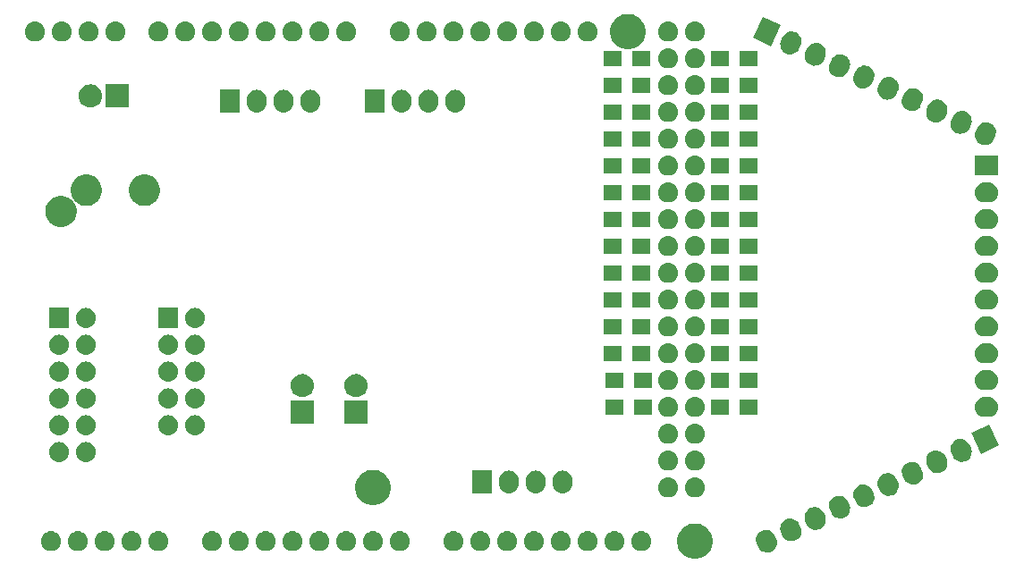
<source format=gts>
G04 #@! TF.GenerationSoftware,KiCad,Pcbnew,5.0.0-rc2*
G04 #@! TF.CreationDate,2018-11-23T00:10:12-05:00*
G04 #@! TF.ProjectId,ZMHW_Map,5A4D48575F4D61702E6B696361645F70,rev?*
G04 #@! TF.SameCoordinates,Original*
G04 #@! TF.FileFunction,Soldermask,Top*
G04 #@! TF.FilePolarity,Negative*
%FSLAX46Y46*%
G04 Gerber Fmt 4.6, Leading zero omitted, Abs format (unit mm)*
G04 Created by KiCad (PCBNEW 5.0.0-rc2) date Fri Nov 23 00:10:12 2018*
%MOMM*%
%LPD*%
G01*
G04 APERTURE LIST*
%ADD10C,0.100000*%
G04 APERTURE END LIST*
D10*
G36*
X214177931Y-79155716D02*
X214482976Y-79282070D01*
X214482978Y-79282071D01*
X214757515Y-79465511D01*
X214990989Y-79698985D01*
X215135806Y-79915718D01*
X215174430Y-79973524D01*
X215300784Y-80278569D01*
X215365200Y-80602409D01*
X215365200Y-80932591D01*
X215300784Y-81256431D01*
X215285988Y-81292151D01*
X215174429Y-81561478D01*
X214990989Y-81836015D01*
X214757515Y-82069489D01*
X214482978Y-82252929D01*
X214482977Y-82252930D01*
X214482976Y-82252930D01*
X214177931Y-82379284D01*
X213854091Y-82443700D01*
X213523909Y-82443700D01*
X213200069Y-82379284D01*
X212895024Y-82252930D01*
X212895023Y-82252930D01*
X212895022Y-82252929D01*
X212620485Y-82069489D01*
X212387011Y-81836015D01*
X212203571Y-81561478D01*
X212092012Y-81292151D01*
X212077216Y-81256431D01*
X212012800Y-80932591D01*
X212012800Y-80602409D01*
X212077216Y-80278569D01*
X212203570Y-79973524D01*
X212242195Y-79915718D01*
X212387011Y-79698985D01*
X212620485Y-79465511D01*
X212895022Y-79282071D01*
X212895024Y-79282070D01*
X213200069Y-79155716D01*
X213523909Y-79091300D01*
X213854091Y-79091300D01*
X214177931Y-79155716D01*
X214177931Y-79155716D01*
G37*
G36*
X220551054Y-79700475D02*
X220730377Y-79746435D01*
X220897300Y-79826500D01*
X221045389Y-79937587D01*
X221168961Y-80075431D01*
X221239632Y-80194810D01*
X221407469Y-80554737D01*
X221453495Y-80685615D01*
X221479659Y-80868883D01*
X221469568Y-81053725D01*
X221423606Y-81233058D01*
X221343543Y-81399977D01*
X221317080Y-81435254D01*
X221232457Y-81548064D01*
X221094613Y-81671637D01*
X221094611Y-81671638D01*
X221094609Y-81671640D01*
X220935312Y-81765941D01*
X220935309Y-81765942D01*
X220760669Y-81827357D01*
X220577403Y-81853521D01*
X220577401Y-81853521D01*
X220515787Y-81850157D01*
X220392555Y-81843430D01*
X220213226Y-81797469D01*
X220046310Y-81717407D01*
X220046308Y-81717406D01*
X219898222Y-81606321D01*
X219774647Y-81468475D01*
X219703972Y-81349088D01*
X219536139Y-80989168D01*
X219490113Y-80858290D01*
X219478946Y-80780071D01*
X219463949Y-80675024D01*
X219465645Y-80643956D01*
X219474040Y-80490175D01*
X219520000Y-80310852D01*
X219600065Y-80143929D01*
X219711152Y-79995840D01*
X219848996Y-79872268D01*
X220008296Y-79777964D01*
X220182939Y-79716548D01*
X220366205Y-79690384D01*
X220366207Y-79690384D01*
X220551054Y-79700475D01*
X220551054Y-79700475D01*
G37*
G36*
X201173228Y-79841297D02*
X201173230Y-79841298D01*
X201173233Y-79841298D01*
X201350386Y-79895037D01*
X201429991Y-79937587D01*
X201513653Y-79982305D01*
X201656754Y-80099746D01*
X201774195Y-80242847D01*
X201774196Y-80242849D01*
X201861463Y-80406114D01*
X201915202Y-80583267D01*
X201915202Y-80583270D01*
X201915203Y-80583272D01*
X201933348Y-80767500D01*
X201915203Y-80951728D01*
X201915202Y-80951730D01*
X201915202Y-80951733D01*
X201861463Y-81128886D01*
X201805782Y-81233058D01*
X201774195Y-81292153D01*
X201656754Y-81435254D01*
X201513653Y-81552695D01*
X201513651Y-81552696D01*
X201350386Y-81639963D01*
X201173233Y-81693702D01*
X201173230Y-81693702D01*
X201173228Y-81693703D01*
X201035174Y-81707300D01*
X200942826Y-81707300D01*
X200804772Y-81693703D01*
X200804770Y-81693702D01*
X200804767Y-81693702D01*
X200627614Y-81639963D01*
X200464349Y-81552696D01*
X200464347Y-81552695D01*
X200321246Y-81435254D01*
X200203805Y-81292153D01*
X200172218Y-81233058D01*
X200116537Y-81128886D01*
X200062798Y-80951733D01*
X200062798Y-80951730D01*
X200062797Y-80951728D01*
X200044652Y-80767500D01*
X200062797Y-80583272D01*
X200062798Y-80583270D01*
X200062798Y-80583267D01*
X200116537Y-80406114D01*
X200203804Y-80242849D01*
X200203805Y-80242847D01*
X200321246Y-80099746D01*
X200464347Y-79982305D01*
X200548009Y-79937587D01*
X200627614Y-79895037D01*
X200804767Y-79841298D01*
X200804770Y-79841298D01*
X200804772Y-79841297D01*
X200942826Y-79827700D01*
X201035174Y-79827700D01*
X201173228Y-79841297D01*
X201173228Y-79841297D01*
G37*
G36*
X206253228Y-79841297D02*
X206253230Y-79841298D01*
X206253233Y-79841298D01*
X206430386Y-79895037D01*
X206509991Y-79937587D01*
X206593653Y-79982305D01*
X206736754Y-80099746D01*
X206854195Y-80242847D01*
X206854196Y-80242849D01*
X206941463Y-80406114D01*
X206995202Y-80583267D01*
X206995202Y-80583270D01*
X206995203Y-80583272D01*
X207013348Y-80767500D01*
X206995203Y-80951728D01*
X206995202Y-80951730D01*
X206995202Y-80951733D01*
X206941463Y-81128886D01*
X206885782Y-81233058D01*
X206854195Y-81292153D01*
X206736754Y-81435254D01*
X206593653Y-81552695D01*
X206593651Y-81552696D01*
X206430386Y-81639963D01*
X206253233Y-81693702D01*
X206253230Y-81693702D01*
X206253228Y-81693703D01*
X206115174Y-81707300D01*
X206022826Y-81707300D01*
X205884772Y-81693703D01*
X205884770Y-81693702D01*
X205884767Y-81693702D01*
X205707614Y-81639963D01*
X205544349Y-81552696D01*
X205544347Y-81552695D01*
X205401246Y-81435254D01*
X205283805Y-81292153D01*
X205252218Y-81233058D01*
X205196537Y-81128886D01*
X205142798Y-80951733D01*
X205142798Y-80951730D01*
X205142797Y-80951728D01*
X205124652Y-80767500D01*
X205142797Y-80583272D01*
X205142798Y-80583270D01*
X205142798Y-80583267D01*
X205196537Y-80406114D01*
X205283804Y-80242849D01*
X205283805Y-80242847D01*
X205401246Y-80099746D01*
X205544347Y-79982305D01*
X205628009Y-79937587D01*
X205707614Y-79895037D01*
X205884767Y-79841298D01*
X205884770Y-79841298D01*
X205884772Y-79841297D01*
X206022826Y-79827700D01*
X206115174Y-79827700D01*
X206253228Y-79841297D01*
X206253228Y-79841297D01*
G37*
G36*
X152913228Y-79841297D02*
X152913230Y-79841298D01*
X152913233Y-79841298D01*
X153090386Y-79895037D01*
X153169991Y-79937587D01*
X153253653Y-79982305D01*
X153396754Y-80099746D01*
X153514195Y-80242847D01*
X153514196Y-80242849D01*
X153601463Y-80406114D01*
X153655202Y-80583267D01*
X153655202Y-80583270D01*
X153655203Y-80583272D01*
X153673348Y-80767500D01*
X153655203Y-80951728D01*
X153655202Y-80951730D01*
X153655202Y-80951733D01*
X153601463Y-81128886D01*
X153545782Y-81233058D01*
X153514195Y-81292153D01*
X153396754Y-81435254D01*
X153253653Y-81552695D01*
X153253651Y-81552696D01*
X153090386Y-81639963D01*
X152913233Y-81693702D01*
X152913230Y-81693702D01*
X152913228Y-81693703D01*
X152775174Y-81707300D01*
X152682826Y-81707300D01*
X152544772Y-81693703D01*
X152544770Y-81693702D01*
X152544767Y-81693702D01*
X152367614Y-81639963D01*
X152204349Y-81552696D01*
X152204347Y-81552695D01*
X152061246Y-81435254D01*
X151943805Y-81292153D01*
X151912218Y-81233058D01*
X151856537Y-81128886D01*
X151802798Y-80951733D01*
X151802798Y-80951730D01*
X151802797Y-80951728D01*
X151784652Y-80767500D01*
X151802797Y-80583272D01*
X151802798Y-80583270D01*
X151802798Y-80583267D01*
X151856537Y-80406114D01*
X151943804Y-80242849D01*
X151943805Y-80242847D01*
X152061246Y-80099746D01*
X152204347Y-79982305D01*
X152288009Y-79937587D01*
X152367614Y-79895037D01*
X152544767Y-79841298D01*
X152544770Y-79841298D01*
X152544772Y-79841297D01*
X152682826Y-79827700D01*
X152775174Y-79827700D01*
X152913228Y-79841297D01*
X152913228Y-79841297D01*
G37*
G36*
X155453228Y-79841297D02*
X155453230Y-79841298D01*
X155453233Y-79841298D01*
X155630386Y-79895037D01*
X155709991Y-79937587D01*
X155793653Y-79982305D01*
X155936754Y-80099746D01*
X156054195Y-80242847D01*
X156054196Y-80242849D01*
X156141463Y-80406114D01*
X156195202Y-80583267D01*
X156195202Y-80583270D01*
X156195203Y-80583272D01*
X156213348Y-80767500D01*
X156195203Y-80951728D01*
X156195202Y-80951730D01*
X156195202Y-80951733D01*
X156141463Y-81128886D01*
X156085782Y-81233058D01*
X156054195Y-81292153D01*
X155936754Y-81435254D01*
X155793653Y-81552695D01*
X155793651Y-81552696D01*
X155630386Y-81639963D01*
X155453233Y-81693702D01*
X155453230Y-81693702D01*
X155453228Y-81693703D01*
X155315174Y-81707300D01*
X155222826Y-81707300D01*
X155084772Y-81693703D01*
X155084770Y-81693702D01*
X155084767Y-81693702D01*
X154907614Y-81639963D01*
X154744349Y-81552696D01*
X154744347Y-81552695D01*
X154601246Y-81435254D01*
X154483805Y-81292153D01*
X154452218Y-81233058D01*
X154396537Y-81128886D01*
X154342798Y-80951733D01*
X154342798Y-80951730D01*
X154342797Y-80951728D01*
X154324652Y-80767500D01*
X154342797Y-80583272D01*
X154342798Y-80583270D01*
X154342798Y-80583267D01*
X154396537Y-80406114D01*
X154483804Y-80242849D01*
X154483805Y-80242847D01*
X154601246Y-80099746D01*
X154744347Y-79982305D01*
X154828009Y-79937587D01*
X154907614Y-79895037D01*
X155084767Y-79841298D01*
X155084770Y-79841298D01*
X155084772Y-79841297D01*
X155222826Y-79827700D01*
X155315174Y-79827700D01*
X155453228Y-79841297D01*
X155453228Y-79841297D01*
G37*
G36*
X157993228Y-79841297D02*
X157993230Y-79841298D01*
X157993233Y-79841298D01*
X158170386Y-79895037D01*
X158249991Y-79937587D01*
X158333653Y-79982305D01*
X158476754Y-80099746D01*
X158594195Y-80242847D01*
X158594196Y-80242849D01*
X158681463Y-80406114D01*
X158735202Y-80583267D01*
X158735202Y-80583270D01*
X158735203Y-80583272D01*
X158753348Y-80767500D01*
X158735203Y-80951728D01*
X158735202Y-80951730D01*
X158735202Y-80951733D01*
X158681463Y-81128886D01*
X158625782Y-81233058D01*
X158594195Y-81292153D01*
X158476754Y-81435254D01*
X158333653Y-81552695D01*
X158333651Y-81552696D01*
X158170386Y-81639963D01*
X157993233Y-81693702D01*
X157993230Y-81693702D01*
X157993228Y-81693703D01*
X157855174Y-81707300D01*
X157762826Y-81707300D01*
X157624772Y-81693703D01*
X157624770Y-81693702D01*
X157624767Y-81693702D01*
X157447614Y-81639963D01*
X157284349Y-81552696D01*
X157284347Y-81552695D01*
X157141246Y-81435254D01*
X157023805Y-81292153D01*
X156992218Y-81233058D01*
X156936537Y-81128886D01*
X156882798Y-80951733D01*
X156882798Y-80951730D01*
X156882797Y-80951728D01*
X156864652Y-80767500D01*
X156882797Y-80583272D01*
X156882798Y-80583270D01*
X156882798Y-80583267D01*
X156936537Y-80406114D01*
X157023804Y-80242849D01*
X157023805Y-80242847D01*
X157141246Y-80099746D01*
X157284347Y-79982305D01*
X157368009Y-79937587D01*
X157447614Y-79895037D01*
X157624767Y-79841298D01*
X157624770Y-79841298D01*
X157624772Y-79841297D01*
X157762826Y-79827700D01*
X157855174Y-79827700D01*
X157993228Y-79841297D01*
X157993228Y-79841297D01*
G37*
G36*
X160533228Y-79841297D02*
X160533230Y-79841298D01*
X160533233Y-79841298D01*
X160710386Y-79895037D01*
X160789991Y-79937587D01*
X160873653Y-79982305D01*
X161016754Y-80099746D01*
X161134195Y-80242847D01*
X161134196Y-80242849D01*
X161221463Y-80406114D01*
X161275202Y-80583267D01*
X161275202Y-80583270D01*
X161275203Y-80583272D01*
X161293348Y-80767500D01*
X161275203Y-80951728D01*
X161275202Y-80951730D01*
X161275202Y-80951733D01*
X161221463Y-81128886D01*
X161165782Y-81233058D01*
X161134195Y-81292153D01*
X161016754Y-81435254D01*
X160873653Y-81552695D01*
X160873651Y-81552696D01*
X160710386Y-81639963D01*
X160533233Y-81693702D01*
X160533230Y-81693702D01*
X160533228Y-81693703D01*
X160395174Y-81707300D01*
X160302826Y-81707300D01*
X160164772Y-81693703D01*
X160164770Y-81693702D01*
X160164767Y-81693702D01*
X159987614Y-81639963D01*
X159824349Y-81552696D01*
X159824347Y-81552695D01*
X159681246Y-81435254D01*
X159563805Y-81292153D01*
X159532218Y-81233058D01*
X159476537Y-81128886D01*
X159422798Y-80951733D01*
X159422798Y-80951730D01*
X159422797Y-80951728D01*
X159404652Y-80767500D01*
X159422797Y-80583272D01*
X159422798Y-80583270D01*
X159422798Y-80583267D01*
X159476537Y-80406114D01*
X159563804Y-80242849D01*
X159563805Y-80242847D01*
X159681246Y-80099746D01*
X159824347Y-79982305D01*
X159908009Y-79937587D01*
X159987614Y-79895037D01*
X160164767Y-79841298D01*
X160164770Y-79841298D01*
X160164772Y-79841297D01*
X160302826Y-79827700D01*
X160395174Y-79827700D01*
X160533228Y-79841297D01*
X160533228Y-79841297D01*
G37*
G36*
X163073228Y-79841297D02*
X163073230Y-79841298D01*
X163073233Y-79841298D01*
X163250386Y-79895037D01*
X163329991Y-79937587D01*
X163413653Y-79982305D01*
X163556754Y-80099746D01*
X163674195Y-80242847D01*
X163674196Y-80242849D01*
X163761463Y-80406114D01*
X163815202Y-80583267D01*
X163815202Y-80583270D01*
X163815203Y-80583272D01*
X163833348Y-80767500D01*
X163815203Y-80951728D01*
X163815202Y-80951730D01*
X163815202Y-80951733D01*
X163761463Y-81128886D01*
X163705782Y-81233058D01*
X163674195Y-81292153D01*
X163556754Y-81435254D01*
X163413653Y-81552695D01*
X163413651Y-81552696D01*
X163250386Y-81639963D01*
X163073233Y-81693702D01*
X163073230Y-81693702D01*
X163073228Y-81693703D01*
X162935174Y-81707300D01*
X162842826Y-81707300D01*
X162704772Y-81693703D01*
X162704770Y-81693702D01*
X162704767Y-81693702D01*
X162527614Y-81639963D01*
X162364349Y-81552696D01*
X162364347Y-81552695D01*
X162221246Y-81435254D01*
X162103805Y-81292153D01*
X162072218Y-81233058D01*
X162016537Y-81128886D01*
X161962798Y-80951733D01*
X161962798Y-80951730D01*
X161962797Y-80951728D01*
X161944652Y-80767500D01*
X161962797Y-80583272D01*
X161962798Y-80583270D01*
X161962798Y-80583267D01*
X162016537Y-80406114D01*
X162103804Y-80242849D01*
X162103805Y-80242847D01*
X162221246Y-80099746D01*
X162364347Y-79982305D01*
X162448009Y-79937587D01*
X162527614Y-79895037D01*
X162704767Y-79841298D01*
X162704770Y-79841298D01*
X162704772Y-79841297D01*
X162842826Y-79827700D01*
X162935174Y-79827700D01*
X163073228Y-79841297D01*
X163073228Y-79841297D01*
G37*
G36*
X168153228Y-79841297D02*
X168153230Y-79841298D01*
X168153233Y-79841298D01*
X168330386Y-79895037D01*
X168409991Y-79937587D01*
X168493653Y-79982305D01*
X168636754Y-80099746D01*
X168754195Y-80242847D01*
X168754196Y-80242849D01*
X168841463Y-80406114D01*
X168895202Y-80583267D01*
X168895202Y-80583270D01*
X168895203Y-80583272D01*
X168913348Y-80767500D01*
X168895203Y-80951728D01*
X168895202Y-80951730D01*
X168895202Y-80951733D01*
X168841463Y-81128886D01*
X168785782Y-81233058D01*
X168754195Y-81292153D01*
X168636754Y-81435254D01*
X168493653Y-81552695D01*
X168493651Y-81552696D01*
X168330386Y-81639963D01*
X168153233Y-81693702D01*
X168153230Y-81693702D01*
X168153228Y-81693703D01*
X168015174Y-81707300D01*
X167922826Y-81707300D01*
X167784772Y-81693703D01*
X167784770Y-81693702D01*
X167784767Y-81693702D01*
X167607614Y-81639963D01*
X167444349Y-81552696D01*
X167444347Y-81552695D01*
X167301246Y-81435254D01*
X167183805Y-81292153D01*
X167152218Y-81233058D01*
X167096537Y-81128886D01*
X167042798Y-80951733D01*
X167042798Y-80951730D01*
X167042797Y-80951728D01*
X167024652Y-80767500D01*
X167042797Y-80583272D01*
X167042798Y-80583270D01*
X167042798Y-80583267D01*
X167096537Y-80406114D01*
X167183804Y-80242849D01*
X167183805Y-80242847D01*
X167301246Y-80099746D01*
X167444347Y-79982305D01*
X167528009Y-79937587D01*
X167607614Y-79895037D01*
X167784767Y-79841298D01*
X167784770Y-79841298D01*
X167784772Y-79841297D01*
X167922826Y-79827700D01*
X168015174Y-79827700D01*
X168153228Y-79841297D01*
X168153228Y-79841297D01*
G37*
G36*
X208793228Y-79841297D02*
X208793230Y-79841298D01*
X208793233Y-79841298D01*
X208970386Y-79895037D01*
X209049991Y-79937587D01*
X209133653Y-79982305D01*
X209276754Y-80099746D01*
X209394195Y-80242847D01*
X209394196Y-80242849D01*
X209481463Y-80406114D01*
X209535202Y-80583267D01*
X209535202Y-80583270D01*
X209535203Y-80583272D01*
X209553348Y-80767500D01*
X209535203Y-80951728D01*
X209535202Y-80951730D01*
X209535202Y-80951733D01*
X209481463Y-81128886D01*
X209425782Y-81233058D01*
X209394195Y-81292153D01*
X209276754Y-81435254D01*
X209133653Y-81552695D01*
X209133651Y-81552696D01*
X208970386Y-81639963D01*
X208793233Y-81693702D01*
X208793230Y-81693702D01*
X208793228Y-81693703D01*
X208655174Y-81707300D01*
X208562826Y-81707300D01*
X208424772Y-81693703D01*
X208424770Y-81693702D01*
X208424767Y-81693702D01*
X208247614Y-81639963D01*
X208084349Y-81552696D01*
X208084347Y-81552695D01*
X207941246Y-81435254D01*
X207823805Y-81292153D01*
X207792218Y-81233058D01*
X207736537Y-81128886D01*
X207682798Y-80951733D01*
X207682798Y-80951730D01*
X207682797Y-80951728D01*
X207664652Y-80767500D01*
X207682797Y-80583272D01*
X207682798Y-80583270D01*
X207682798Y-80583267D01*
X207736537Y-80406114D01*
X207823804Y-80242849D01*
X207823805Y-80242847D01*
X207941246Y-80099746D01*
X208084347Y-79982305D01*
X208168009Y-79937587D01*
X208247614Y-79895037D01*
X208424767Y-79841298D01*
X208424770Y-79841298D01*
X208424772Y-79841297D01*
X208562826Y-79827700D01*
X208655174Y-79827700D01*
X208793228Y-79841297D01*
X208793228Y-79841297D01*
G37*
G36*
X170693228Y-79841297D02*
X170693230Y-79841298D01*
X170693233Y-79841298D01*
X170870386Y-79895037D01*
X170949991Y-79937587D01*
X171033653Y-79982305D01*
X171176754Y-80099746D01*
X171294195Y-80242847D01*
X171294196Y-80242849D01*
X171381463Y-80406114D01*
X171435202Y-80583267D01*
X171435202Y-80583270D01*
X171435203Y-80583272D01*
X171453348Y-80767500D01*
X171435203Y-80951728D01*
X171435202Y-80951730D01*
X171435202Y-80951733D01*
X171381463Y-81128886D01*
X171325782Y-81233058D01*
X171294195Y-81292153D01*
X171176754Y-81435254D01*
X171033653Y-81552695D01*
X171033651Y-81552696D01*
X170870386Y-81639963D01*
X170693233Y-81693702D01*
X170693230Y-81693702D01*
X170693228Y-81693703D01*
X170555174Y-81707300D01*
X170462826Y-81707300D01*
X170324772Y-81693703D01*
X170324770Y-81693702D01*
X170324767Y-81693702D01*
X170147614Y-81639963D01*
X169984349Y-81552696D01*
X169984347Y-81552695D01*
X169841246Y-81435254D01*
X169723805Y-81292153D01*
X169692218Y-81233058D01*
X169636537Y-81128886D01*
X169582798Y-80951733D01*
X169582798Y-80951730D01*
X169582797Y-80951728D01*
X169564652Y-80767500D01*
X169582797Y-80583272D01*
X169582798Y-80583270D01*
X169582798Y-80583267D01*
X169636537Y-80406114D01*
X169723804Y-80242849D01*
X169723805Y-80242847D01*
X169841246Y-80099746D01*
X169984347Y-79982305D01*
X170068009Y-79937587D01*
X170147614Y-79895037D01*
X170324767Y-79841298D01*
X170324770Y-79841298D01*
X170324772Y-79841297D01*
X170462826Y-79827700D01*
X170555174Y-79827700D01*
X170693228Y-79841297D01*
X170693228Y-79841297D01*
G37*
G36*
X173233228Y-79841297D02*
X173233230Y-79841298D01*
X173233233Y-79841298D01*
X173410386Y-79895037D01*
X173489991Y-79937587D01*
X173573653Y-79982305D01*
X173716754Y-80099746D01*
X173834195Y-80242847D01*
X173834196Y-80242849D01*
X173921463Y-80406114D01*
X173975202Y-80583267D01*
X173975202Y-80583270D01*
X173975203Y-80583272D01*
X173993348Y-80767500D01*
X173975203Y-80951728D01*
X173975202Y-80951730D01*
X173975202Y-80951733D01*
X173921463Y-81128886D01*
X173865782Y-81233058D01*
X173834195Y-81292153D01*
X173716754Y-81435254D01*
X173573653Y-81552695D01*
X173573651Y-81552696D01*
X173410386Y-81639963D01*
X173233233Y-81693702D01*
X173233230Y-81693702D01*
X173233228Y-81693703D01*
X173095174Y-81707300D01*
X173002826Y-81707300D01*
X172864772Y-81693703D01*
X172864770Y-81693702D01*
X172864767Y-81693702D01*
X172687614Y-81639963D01*
X172524349Y-81552696D01*
X172524347Y-81552695D01*
X172381246Y-81435254D01*
X172263805Y-81292153D01*
X172232218Y-81233058D01*
X172176537Y-81128886D01*
X172122798Y-80951733D01*
X172122798Y-80951730D01*
X172122797Y-80951728D01*
X172104652Y-80767500D01*
X172122797Y-80583272D01*
X172122798Y-80583270D01*
X172122798Y-80583267D01*
X172176537Y-80406114D01*
X172263804Y-80242849D01*
X172263805Y-80242847D01*
X172381246Y-80099746D01*
X172524347Y-79982305D01*
X172608009Y-79937587D01*
X172687614Y-79895037D01*
X172864767Y-79841298D01*
X172864770Y-79841298D01*
X172864772Y-79841297D01*
X173002826Y-79827700D01*
X173095174Y-79827700D01*
X173233228Y-79841297D01*
X173233228Y-79841297D01*
G37*
G36*
X198633228Y-79841297D02*
X198633230Y-79841298D01*
X198633233Y-79841298D01*
X198810386Y-79895037D01*
X198889991Y-79937587D01*
X198973653Y-79982305D01*
X199116754Y-80099746D01*
X199234195Y-80242847D01*
X199234196Y-80242849D01*
X199321463Y-80406114D01*
X199375202Y-80583267D01*
X199375202Y-80583270D01*
X199375203Y-80583272D01*
X199393348Y-80767500D01*
X199375203Y-80951728D01*
X199375202Y-80951730D01*
X199375202Y-80951733D01*
X199321463Y-81128886D01*
X199265782Y-81233058D01*
X199234195Y-81292153D01*
X199116754Y-81435254D01*
X198973653Y-81552695D01*
X198973651Y-81552696D01*
X198810386Y-81639963D01*
X198633233Y-81693702D01*
X198633230Y-81693702D01*
X198633228Y-81693703D01*
X198495174Y-81707300D01*
X198402826Y-81707300D01*
X198264772Y-81693703D01*
X198264770Y-81693702D01*
X198264767Y-81693702D01*
X198087614Y-81639963D01*
X197924349Y-81552696D01*
X197924347Y-81552695D01*
X197781246Y-81435254D01*
X197663805Y-81292153D01*
X197632218Y-81233058D01*
X197576537Y-81128886D01*
X197522798Y-80951733D01*
X197522798Y-80951730D01*
X197522797Y-80951728D01*
X197504652Y-80767500D01*
X197522797Y-80583272D01*
X197522798Y-80583270D01*
X197522798Y-80583267D01*
X197576537Y-80406114D01*
X197663804Y-80242849D01*
X197663805Y-80242847D01*
X197781246Y-80099746D01*
X197924347Y-79982305D01*
X198008009Y-79937587D01*
X198087614Y-79895037D01*
X198264767Y-79841298D01*
X198264770Y-79841298D01*
X198264772Y-79841297D01*
X198402826Y-79827700D01*
X198495174Y-79827700D01*
X198633228Y-79841297D01*
X198633228Y-79841297D01*
G37*
G36*
X175773228Y-79841297D02*
X175773230Y-79841298D01*
X175773233Y-79841298D01*
X175950386Y-79895037D01*
X176029991Y-79937587D01*
X176113653Y-79982305D01*
X176256754Y-80099746D01*
X176374195Y-80242847D01*
X176374196Y-80242849D01*
X176461463Y-80406114D01*
X176515202Y-80583267D01*
X176515202Y-80583270D01*
X176515203Y-80583272D01*
X176533348Y-80767500D01*
X176515203Y-80951728D01*
X176515202Y-80951730D01*
X176515202Y-80951733D01*
X176461463Y-81128886D01*
X176405782Y-81233058D01*
X176374195Y-81292153D01*
X176256754Y-81435254D01*
X176113653Y-81552695D01*
X176113651Y-81552696D01*
X175950386Y-81639963D01*
X175773233Y-81693702D01*
X175773230Y-81693702D01*
X175773228Y-81693703D01*
X175635174Y-81707300D01*
X175542826Y-81707300D01*
X175404772Y-81693703D01*
X175404770Y-81693702D01*
X175404767Y-81693702D01*
X175227614Y-81639963D01*
X175064349Y-81552696D01*
X175064347Y-81552695D01*
X174921246Y-81435254D01*
X174803805Y-81292153D01*
X174772218Y-81233058D01*
X174716537Y-81128886D01*
X174662798Y-80951733D01*
X174662798Y-80951730D01*
X174662797Y-80951728D01*
X174644652Y-80767500D01*
X174662797Y-80583272D01*
X174662798Y-80583270D01*
X174662798Y-80583267D01*
X174716537Y-80406114D01*
X174803804Y-80242849D01*
X174803805Y-80242847D01*
X174921246Y-80099746D01*
X175064347Y-79982305D01*
X175148009Y-79937587D01*
X175227614Y-79895037D01*
X175404767Y-79841298D01*
X175404770Y-79841298D01*
X175404772Y-79841297D01*
X175542826Y-79827700D01*
X175635174Y-79827700D01*
X175773228Y-79841297D01*
X175773228Y-79841297D01*
G37*
G36*
X196093228Y-79841297D02*
X196093230Y-79841298D01*
X196093233Y-79841298D01*
X196270386Y-79895037D01*
X196349991Y-79937587D01*
X196433653Y-79982305D01*
X196576754Y-80099746D01*
X196694195Y-80242847D01*
X196694196Y-80242849D01*
X196781463Y-80406114D01*
X196835202Y-80583267D01*
X196835202Y-80583270D01*
X196835203Y-80583272D01*
X196853348Y-80767500D01*
X196835203Y-80951728D01*
X196835202Y-80951730D01*
X196835202Y-80951733D01*
X196781463Y-81128886D01*
X196725782Y-81233058D01*
X196694195Y-81292153D01*
X196576754Y-81435254D01*
X196433653Y-81552695D01*
X196433651Y-81552696D01*
X196270386Y-81639963D01*
X196093233Y-81693702D01*
X196093230Y-81693702D01*
X196093228Y-81693703D01*
X195955174Y-81707300D01*
X195862826Y-81707300D01*
X195724772Y-81693703D01*
X195724770Y-81693702D01*
X195724767Y-81693702D01*
X195547614Y-81639963D01*
X195384349Y-81552696D01*
X195384347Y-81552695D01*
X195241246Y-81435254D01*
X195123805Y-81292153D01*
X195092218Y-81233058D01*
X195036537Y-81128886D01*
X194982798Y-80951733D01*
X194982798Y-80951730D01*
X194982797Y-80951728D01*
X194964652Y-80767500D01*
X194982797Y-80583272D01*
X194982798Y-80583270D01*
X194982798Y-80583267D01*
X195036537Y-80406114D01*
X195123804Y-80242849D01*
X195123805Y-80242847D01*
X195241246Y-80099746D01*
X195384347Y-79982305D01*
X195468009Y-79937587D01*
X195547614Y-79895037D01*
X195724767Y-79841298D01*
X195724770Y-79841298D01*
X195724772Y-79841297D01*
X195862826Y-79827700D01*
X195955174Y-79827700D01*
X196093228Y-79841297D01*
X196093228Y-79841297D01*
G37*
G36*
X193553228Y-79841297D02*
X193553230Y-79841298D01*
X193553233Y-79841298D01*
X193730386Y-79895037D01*
X193809991Y-79937587D01*
X193893653Y-79982305D01*
X194036754Y-80099746D01*
X194154195Y-80242847D01*
X194154196Y-80242849D01*
X194241463Y-80406114D01*
X194295202Y-80583267D01*
X194295202Y-80583270D01*
X194295203Y-80583272D01*
X194313348Y-80767500D01*
X194295203Y-80951728D01*
X194295202Y-80951730D01*
X194295202Y-80951733D01*
X194241463Y-81128886D01*
X194185782Y-81233058D01*
X194154195Y-81292153D01*
X194036754Y-81435254D01*
X193893653Y-81552695D01*
X193893651Y-81552696D01*
X193730386Y-81639963D01*
X193553233Y-81693702D01*
X193553230Y-81693702D01*
X193553228Y-81693703D01*
X193415174Y-81707300D01*
X193322826Y-81707300D01*
X193184772Y-81693703D01*
X193184770Y-81693702D01*
X193184767Y-81693702D01*
X193007614Y-81639963D01*
X192844349Y-81552696D01*
X192844347Y-81552695D01*
X192701246Y-81435254D01*
X192583805Y-81292153D01*
X192552218Y-81233058D01*
X192496537Y-81128886D01*
X192442798Y-80951733D01*
X192442798Y-80951730D01*
X192442797Y-80951728D01*
X192424652Y-80767500D01*
X192442797Y-80583272D01*
X192442798Y-80583270D01*
X192442798Y-80583267D01*
X192496537Y-80406114D01*
X192583804Y-80242849D01*
X192583805Y-80242847D01*
X192701246Y-80099746D01*
X192844347Y-79982305D01*
X192928009Y-79937587D01*
X193007614Y-79895037D01*
X193184767Y-79841298D01*
X193184770Y-79841298D01*
X193184772Y-79841297D01*
X193322826Y-79827700D01*
X193415174Y-79827700D01*
X193553228Y-79841297D01*
X193553228Y-79841297D01*
G37*
G36*
X191013228Y-79841297D02*
X191013230Y-79841298D01*
X191013233Y-79841298D01*
X191190386Y-79895037D01*
X191269991Y-79937587D01*
X191353653Y-79982305D01*
X191496754Y-80099746D01*
X191614195Y-80242847D01*
X191614196Y-80242849D01*
X191701463Y-80406114D01*
X191755202Y-80583267D01*
X191755202Y-80583270D01*
X191755203Y-80583272D01*
X191773348Y-80767500D01*
X191755203Y-80951728D01*
X191755202Y-80951730D01*
X191755202Y-80951733D01*
X191701463Y-81128886D01*
X191645782Y-81233058D01*
X191614195Y-81292153D01*
X191496754Y-81435254D01*
X191353653Y-81552695D01*
X191353651Y-81552696D01*
X191190386Y-81639963D01*
X191013233Y-81693702D01*
X191013230Y-81693702D01*
X191013228Y-81693703D01*
X190875174Y-81707300D01*
X190782826Y-81707300D01*
X190644772Y-81693703D01*
X190644770Y-81693702D01*
X190644767Y-81693702D01*
X190467614Y-81639963D01*
X190304349Y-81552696D01*
X190304347Y-81552695D01*
X190161246Y-81435254D01*
X190043805Y-81292153D01*
X190012218Y-81233058D01*
X189956537Y-81128886D01*
X189902798Y-80951733D01*
X189902798Y-80951730D01*
X189902797Y-80951728D01*
X189884652Y-80767500D01*
X189902797Y-80583272D01*
X189902798Y-80583270D01*
X189902798Y-80583267D01*
X189956537Y-80406114D01*
X190043804Y-80242849D01*
X190043805Y-80242847D01*
X190161246Y-80099746D01*
X190304347Y-79982305D01*
X190388009Y-79937587D01*
X190467614Y-79895037D01*
X190644767Y-79841298D01*
X190644770Y-79841298D01*
X190644772Y-79841297D01*
X190782826Y-79827700D01*
X190875174Y-79827700D01*
X191013228Y-79841297D01*
X191013228Y-79841297D01*
G37*
G36*
X185933228Y-79841297D02*
X185933230Y-79841298D01*
X185933233Y-79841298D01*
X186110386Y-79895037D01*
X186189991Y-79937587D01*
X186273653Y-79982305D01*
X186416754Y-80099746D01*
X186534195Y-80242847D01*
X186534196Y-80242849D01*
X186621463Y-80406114D01*
X186675202Y-80583267D01*
X186675202Y-80583270D01*
X186675203Y-80583272D01*
X186693348Y-80767500D01*
X186675203Y-80951728D01*
X186675202Y-80951730D01*
X186675202Y-80951733D01*
X186621463Y-81128886D01*
X186565782Y-81233058D01*
X186534195Y-81292153D01*
X186416754Y-81435254D01*
X186273653Y-81552695D01*
X186273651Y-81552696D01*
X186110386Y-81639963D01*
X185933233Y-81693702D01*
X185933230Y-81693702D01*
X185933228Y-81693703D01*
X185795174Y-81707300D01*
X185702826Y-81707300D01*
X185564772Y-81693703D01*
X185564770Y-81693702D01*
X185564767Y-81693702D01*
X185387614Y-81639963D01*
X185224349Y-81552696D01*
X185224347Y-81552695D01*
X185081246Y-81435254D01*
X184963805Y-81292153D01*
X184932218Y-81233058D01*
X184876537Y-81128886D01*
X184822798Y-80951733D01*
X184822798Y-80951730D01*
X184822797Y-80951728D01*
X184804652Y-80767500D01*
X184822797Y-80583272D01*
X184822798Y-80583270D01*
X184822798Y-80583267D01*
X184876537Y-80406114D01*
X184963804Y-80242849D01*
X184963805Y-80242847D01*
X185081246Y-80099746D01*
X185224347Y-79982305D01*
X185308009Y-79937587D01*
X185387614Y-79895037D01*
X185564767Y-79841298D01*
X185564770Y-79841298D01*
X185564772Y-79841297D01*
X185702826Y-79827700D01*
X185795174Y-79827700D01*
X185933228Y-79841297D01*
X185933228Y-79841297D01*
G37*
G36*
X183393228Y-79841297D02*
X183393230Y-79841298D01*
X183393233Y-79841298D01*
X183570386Y-79895037D01*
X183649991Y-79937587D01*
X183733653Y-79982305D01*
X183876754Y-80099746D01*
X183994195Y-80242847D01*
X183994196Y-80242849D01*
X184081463Y-80406114D01*
X184135202Y-80583267D01*
X184135202Y-80583270D01*
X184135203Y-80583272D01*
X184153348Y-80767500D01*
X184135203Y-80951728D01*
X184135202Y-80951730D01*
X184135202Y-80951733D01*
X184081463Y-81128886D01*
X184025782Y-81233058D01*
X183994195Y-81292153D01*
X183876754Y-81435254D01*
X183733653Y-81552695D01*
X183733651Y-81552696D01*
X183570386Y-81639963D01*
X183393233Y-81693702D01*
X183393230Y-81693702D01*
X183393228Y-81693703D01*
X183255174Y-81707300D01*
X183162826Y-81707300D01*
X183024772Y-81693703D01*
X183024770Y-81693702D01*
X183024767Y-81693702D01*
X182847614Y-81639963D01*
X182684349Y-81552696D01*
X182684347Y-81552695D01*
X182541246Y-81435254D01*
X182423805Y-81292153D01*
X182392218Y-81233058D01*
X182336537Y-81128886D01*
X182282798Y-80951733D01*
X182282798Y-80951730D01*
X182282797Y-80951728D01*
X182264652Y-80767500D01*
X182282797Y-80583272D01*
X182282798Y-80583270D01*
X182282798Y-80583267D01*
X182336537Y-80406114D01*
X182423804Y-80242849D01*
X182423805Y-80242847D01*
X182541246Y-80099746D01*
X182684347Y-79982305D01*
X182768009Y-79937587D01*
X182847614Y-79895037D01*
X183024767Y-79841298D01*
X183024770Y-79841298D01*
X183024772Y-79841297D01*
X183162826Y-79827700D01*
X183255174Y-79827700D01*
X183393228Y-79841297D01*
X183393228Y-79841297D01*
G37*
G36*
X203713228Y-79841297D02*
X203713230Y-79841298D01*
X203713233Y-79841298D01*
X203890386Y-79895037D01*
X203969991Y-79937587D01*
X204053653Y-79982305D01*
X204196754Y-80099746D01*
X204314195Y-80242847D01*
X204314196Y-80242849D01*
X204401463Y-80406114D01*
X204455202Y-80583267D01*
X204455202Y-80583270D01*
X204455203Y-80583272D01*
X204473348Y-80767500D01*
X204455203Y-80951728D01*
X204455202Y-80951730D01*
X204455202Y-80951733D01*
X204401463Y-81128886D01*
X204345782Y-81233058D01*
X204314195Y-81292153D01*
X204196754Y-81435254D01*
X204053653Y-81552695D01*
X204053651Y-81552696D01*
X203890386Y-81639963D01*
X203713233Y-81693702D01*
X203713230Y-81693702D01*
X203713228Y-81693703D01*
X203575174Y-81707300D01*
X203482826Y-81707300D01*
X203344772Y-81693703D01*
X203344770Y-81693702D01*
X203344767Y-81693702D01*
X203167614Y-81639963D01*
X203004349Y-81552696D01*
X203004347Y-81552695D01*
X202861246Y-81435254D01*
X202743805Y-81292153D01*
X202712218Y-81233058D01*
X202656537Y-81128886D01*
X202602798Y-80951733D01*
X202602798Y-80951730D01*
X202602797Y-80951728D01*
X202584652Y-80767500D01*
X202602797Y-80583272D01*
X202602798Y-80583270D01*
X202602798Y-80583267D01*
X202656537Y-80406114D01*
X202743804Y-80242849D01*
X202743805Y-80242847D01*
X202861246Y-80099746D01*
X203004347Y-79982305D01*
X203088009Y-79937587D01*
X203167614Y-79895037D01*
X203344767Y-79841298D01*
X203344770Y-79841298D01*
X203344772Y-79841297D01*
X203482826Y-79827700D01*
X203575174Y-79827700D01*
X203713228Y-79841297D01*
X203713228Y-79841297D01*
G37*
G36*
X180853228Y-79841297D02*
X180853230Y-79841298D01*
X180853233Y-79841298D01*
X181030386Y-79895037D01*
X181109991Y-79937587D01*
X181193653Y-79982305D01*
X181336754Y-80099746D01*
X181454195Y-80242847D01*
X181454196Y-80242849D01*
X181541463Y-80406114D01*
X181595202Y-80583267D01*
X181595202Y-80583270D01*
X181595203Y-80583272D01*
X181613348Y-80767500D01*
X181595203Y-80951728D01*
X181595202Y-80951730D01*
X181595202Y-80951733D01*
X181541463Y-81128886D01*
X181485782Y-81233058D01*
X181454195Y-81292153D01*
X181336754Y-81435254D01*
X181193653Y-81552695D01*
X181193651Y-81552696D01*
X181030386Y-81639963D01*
X180853233Y-81693702D01*
X180853230Y-81693702D01*
X180853228Y-81693703D01*
X180715174Y-81707300D01*
X180622826Y-81707300D01*
X180484772Y-81693703D01*
X180484770Y-81693702D01*
X180484767Y-81693702D01*
X180307614Y-81639963D01*
X180144349Y-81552696D01*
X180144347Y-81552695D01*
X180001246Y-81435254D01*
X179883805Y-81292153D01*
X179852218Y-81233058D01*
X179796537Y-81128886D01*
X179742798Y-80951733D01*
X179742798Y-80951730D01*
X179742797Y-80951728D01*
X179724652Y-80767500D01*
X179742797Y-80583272D01*
X179742798Y-80583270D01*
X179742798Y-80583267D01*
X179796537Y-80406114D01*
X179883804Y-80242849D01*
X179883805Y-80242847D01*
X180001246Y-80099746D01*
X180144347Y-79982305D01*
X180228009Y-79937587D01*
X180307614Y-79895037D01*
X180484767Y-79841298D01*
X180484770Y-79841298D01*
X180484772Y-79841297D01*
X180622826Y-79827700D01*
X180715174Y-79827700D01*
X180853228Y-79841297D01*
X180853228Y-79841297D01*
G37*
G36*
X178313228Y-79841297D02*
X178313230Y-79841298D01*
X178313233Y-79841298D01*
X178490386Y-79895037D01*
X178569991Y-79937587D01*
X178653653Y-79982305D01*
X178796754Y-80099746D01*
X178914195Y-80242847D01*
X178914196Y-80242849D01*
X179001463Y-80406114D01*
X179055202Y-80583267D01*
X179055202Y-80583270D01*
X179055203Y-80583272D01*
X179073348Y-80767500D01*
X179055203Y-80951728D01*
X179055202Y-80951730D01*
X179055202Y-80951733D01*
X179001463Y-81128886D01*
X178945782Y-81233058D01*
X178914195Y-81292153D01*
X178796754Y-81435254D01*
X178653653Y-81552695D01*
X178653651Y-81552696D01*
X178490386Y-81639963D01*
X178313233Y-81693702D01*
X178313230Y-81693702D01*
X178313228Y-81693703D01*
X178175174Y-81707300D01*
X178082826Y-81707300D01*
X177944772Y-81693703D01*
X177944770Y-81693702D01*
X177944767Y-81693702D01*
X177767614Y-81639963D01*
X177604349Y-81552696D01*
X177604347Y-81552695D01*
X177461246Y-81435254D01*
X177343805Y-81292153D01*
X177312218Y-81233058D01*
X177256537Y-81128886D01*
X177202798Y-80951733D01*
X177202798Y-80951730D01*
X177202797Y-80951728D01*
X177184652Y-80767500D01*
X177202797Y-80583272D01*
X177202798Y-80583270D01*
X177202798Y-80583267D01*
X177256537Y-80406114D01*
X177343804Y-80242849D01*
X177343805Y-80242847D01*
X177461246Y-80099746D01*
X177604347Y-79982305D01*
X177688009Y-79937587D01*
X177767614Y-79895037D01*
X177944767Y-79841298D01*
X177944770Y-79841298D01*
X177944772Y-79841297D01*
X178082826Y-79827700D01*
X178175174Y-79827700D01*
X178313228Y-79841297D01*
X178313228Y-79841297D01*
G37*
G36*
X222853076Y-78627025D02*
X223032399Y-78672985D01*
X223199322Y-78753050D01*
X223347411Y-78864137D01*
X223470983Y-79001981D01*
X223541654Y-79121360D01*
X223709491Y-79481287D01*
X223755517Y-79612165D01*
X223781681Y-79795433D01*
X223771590Y-79980275D01*
X223725628Y-80159608D01*
X223645565Y-80326527D01*
X223594182Y-80395025D01*
X223534479Y-80474614D01*
X223396635Y-80598187D01*
X223396633Y-80598188D01*
X223396631Y-80598190D01*
X223237334Y-80692491D01*
X223237331Y-80692492D01*
X223062691Y-80753907D01*
X222879425Y-80780071D01*
X222879423Y-80780071D01*
X222817809Y-80776707D01*
X222694577Y-80769980D01*
X222515248Y-80724019D01*
X222348332Y-80643957D01*
X222348330Y-80643956D01*
X222200244Y-80532871D01*
X222076669Y-80395025D01*
X222005994Y-80275638D01*
X221838161Y-79915718D01*
X221792135Y-79784840D01*
X221779878Y-79698984D01*
X221765971Y-79601574D01*
X221767667Y-79570506D01*
X221776062Y-79416725D01*
X221822022Y-79237402D01*
X221902087Y-79070479D01*
X222013174Y-78922390D01*
X222151018Y-78798818D01*
X222310318Y-78704514D01*
X222484961Y-78643098D01*
X222668227Y-78616934D01*
X222668229Y-78616934D01*
X222853076Y-78627025D01*
X222853076Y-78627025D01*
G37*
G36*
X225155098Y-77553575D02*
X225334421Y-77599535D01*
X225501344Y-77679600D01*
X225649433Y-77790687D01*
X225773005Y-77928531D01*
X225843676Y-78047910D01*
X226011513Y-78407837D01*
X226057539Y-78538715D01*
X226083703Y-78721983D01*
X226073612Y-78906825D01*
X226027650Y-79086158D01*
X225947587Y-79253077D01*
X225925838Y-79282070D01*
X225836501Y-79401164D01*
X225698657Y-79524737D01*
X225698655Y-79524738D01*
X225698653Y-79524740D01*
X225539356Y-79619041D01*
X225539353Y-79619042D01*
X225364713Y-79680457D01*
X225181447Y-79706621D01*
X225181445Y-79706621D01*
X225119831Y-79703257D01*
X224996599Y-79696530D01*
X224817270Y-79650569D01*
X224650354Y-79570507D01*
X224650352Y-79570506D01*
X224502266Y-79459421D01*
X224378691Y-79321575D01*
X224308016Y-79202188D01*
X224140183Y-78842268D01*
X224094157Y-78711390D01*
X224067993Y-78528122D01*
X224078084Y-78343275D01*
X224124044Y-78163952D01*
X224204109Y-77997029D01*
X224315196Y-77848940D01*
X224453040Y-77725368D01*
X224612340Y-77631064D01*
X224786983Y-77569648D01*
X224970249Y-77543484D01*
X224970251Y-77543484D01*
X225155098Y-77553575D01*
X225155098Y-77553575D01*
G37*
G36*
X227457119Y-76480124D02*
X227636442Y-76526084D01*
X227803365Y-76606149D01*
X227951454Y-76717236D01*
X228075026Y-76855080D01*
X228145697Y-76974459D01*
X228313534Y-77334386D01*
X228359560Y-77465264D01*
X228385724Y-77648532D01*
X228375633Y-77833374D01*
X228375632Y-77833378D01*
X228375632Y-77833379D01*
X228351245Y-77928530D01*
X228329671Y-78012707D01*
X228249608Y-78179626D01*
X228198225Y-78248124D01*
X228138522Y-78327713D01*
X228000678Y-78451286D01*
X228000676Y-78451287D01*
X228000674Y-78451289D01*
X227841377Y-78545590D01*
X227841374Y-78545591D01*
X227666734Y-78607006D01*
X227483468Y-78633170D01*
X227483466Y-78633170D01*
X227421852Y-78629806D01*
X227298620Y-78623079D01*
X227119291Y-78577118D01*
X226952375Y-78497056D01*
X226952373Y-78497055D01*
X226804287Y-78385970D01*
X226680712Y-78248124D01*
X226610037Y-78128737D01*
X226442204Y-77768817D01*
X226396178Y-77637939D01*
X226370014Y-77454673D01*
X226371710Y-77423605D01*
X226380105Y-77269824D01*
X226426065Y-77090501D01*
X226506130Y-76923578D01*
X226617217Y-76775489D01*
X226755061Y-76651917D01*
X226914361Y-76557613D01*
X227089004Y-76496197D01*
X227272270Y-76470033D01*
X227272272Y-76470033D01*
X227457119Y-76480124D01*
X227457119Y-76480124D01*
G37*
G36*
X229759141Y-75406674D02*
X229938464Y-75452634D01*
X230105387Y-75532699D01*
X230253476Y-75643786D01*
X230377048Y-75781630D01*
X230447719Y-75901009D01*
X230615556Y-76260936D01*
X230661582Y-76391814D01*
X230675067Y-76486270D01*
X230685588Y-76559962D01*
X230687746Y-76575082D01*
X230677655Y-76759924D01*
X230631693Y-76939257D01*
X230551630Y-77106176D01*
X230501556Y-77172929D01*
X230440544Y-77254263D01*
X230302700Y-77377836D01*
X230302698Y-77377837D01*
X230302696Y-77377839D01*
X230143399Y-77472140D01*
X230143396Y-77472141D01*
X229968756Y-77533556D01*
X229785490Y-77559720D01*
X229785488Y-77559720D01*
X229723874Y-77556356D01*
X229600642Y-77549629D01*
X229421313Y-77503668D01*
X229254397Y-77423606D01*
X229254395Y-77423605D01*
X229106309Y-77312520D01*
X228982734Y-77174674D01*
X228912059Y-77055287D01*
X228744226Y-76695367D01*
X228698200Y-76564489D01*
X228686156Y-76480124D01*
X228672036Y-76381223D01*
X228673732Y-76350155D01*
X228682127Y-76196374D01*
X228728087Y-76017051D01*
X228797789Y-75871733D01*
X228808151Y-75850130D01*
X228808152Y-75850128D01*
X228919239Y-75702039D01*
X229057083Y-75578467D01*
X229216383Y-75484163D01*
X229391026Y-75422747D01*
X229574292Y-75396583D01*
X229574294Y-75396583D01*
X229759141Y-75406674D01*
X229759141Y-75406674D01*
G37*
G36*
X183697931Y-74075716D02*
X184002976Y-74202070D01*
X184002978Y-74202071D01*
X184277515Y-74385511D01*
X184510989Y-74618985D01*
X184663593Y-74847372D01*
X184694430Y-74893524D01*
X184820784Y-75198569D01*
X184885200Y-75522409D01*
X184885200Y-75852591D01*
X184820784Y-76176431D01*
X184694430Y-76481476D01*
X184694429Y-76481478D01*
X184510989Y-76756015D01*
X184277515Y-76989489D01*
X184002978Y-77172929D01*
X184002977Y-77172930D01*
X184002976Y-77172930D01*
X183697931Y-77299284D01*
X183374091Y-77363700D01*
X183043909Y-77363700D01*
X182720069Y-77299284D01*
X182415024Y-77172930D01*
X182415023Y-77172930D01*
X182415022Y-77172929D01*
X182140485Y-76989489D01*
X181907011Y-76756015D01*
X181723571Y-76481478D01*
X181723570Y-76481476D01*
X181597216Y-76176431D01*
X181532800Y-75852591D01*
X181532800Y-75522409D01*
X181597216Y-75198569D01*
X181723570Y-74893524D01*
X181754408Y-74847372D01*
X181907011Y-74618985D01*
X182140485Y-74385511D01*
X182415022Y-74202071D01*
X182415024Y-74202070D01*
X182720069Y-74075716D01*
X183043909Y-74011300D01*
X183374091Y-74011300D01*
X183697931Y-74075716D01*
X183697931Y-74075716D01*
G37*
G36*
X213873228Y-74761297D02*
X213873230Y-74761298D01*
X213873233Y-74761298D01*
X214050386Y-74815037D01*
X214197221Y-74893522D01*
X214213653Y-74902305D01*
X214356754Y-75019746D01*
X214474195Y-75162847D01*
X214474196Y-75162849D01*
X214561463Y-75326114D01*
X214615202Y-75503267D01*
X214615202Y-75503270D01*
X214615203Y-75503272D01*
X214633348Y-75687500D01*
X214615203Y-75871728D01*
X214615202Y-75871730D01*
X214615202Y-75871733D01*
X214561463Y-76048886D01*
X214482629Y-76196374D01*
X214474195Y-76212153D01*
X214356754Y-76355254D01*
X214213653Y-76472695D01*
X214213651Y-76472696D01*
X214050386Y-76559963D01*
X213873233Y-76613702D01*
X213873230Y-76613702D01*
X213873228Y-76613703D01*
X213735174Y-76627300D01*
X213642826Y-76627300D01*
X213504772Y-76613703D01*
X213504770Y-76613702D01*
X213504767Y-76613702D01*
X213327614Y-76559963D01*
X213164349Y-76472696D01*
X213164347Y-76472695D01*
X213021246Y-76355254D01*
X212903805Y-76212153D01*
X212895371Y-76196374D01*
X212816537Y-76048886D01*
X212762798Y-75871733D01*
X212762798Y-75871730D01*
X212762797Y-75871728D01*
X212744652Y-75687500D01*
X212762797Y-75503272D01*
X212762798Y-75503270D01*
X212762798Y-75503267D01*
X212816537Y-75326114D01*
X212903804Y-75162849D01*
X212903805Y-75162847D01*
X213021246Y-75019746D01*
X213164347Y-74902305D01*
X213180779Y-74893522D01*
X213327614Y-74815037D01*
X213504767Y-74761298D01*
X213504770Y-74761298D01*
X213504772Y-74761297D01*
X213642826Y-74747700D01*
X213735174Y-74747700D01*
X213873228Y-74761297D01*
X213873228Y-74761297D01*
G37*
G36*
X211333228Y-74761297D02*
X211333230Y-74761298D01*
X211333233Y-74761298D01*
X211510386Y-74815037D01*
X211657221Y-74893522D01*
X211673653Y-74902305D01*
X211816754Y-75019746D01*
X211934195Y-75162847D01*
X211934196Y-75162849D01*
X212021463Y-75326114D01*
X212075202Y-75503267D01*
X212075202Y-75503270D01*
X212075203Y-75503272D01*
X212093348Y-75687500D01*
X212075203Y-75871728D01*
X212075202Y-75871730D01*
X212075202Y-75871733D01*
X212021463Y-76048886D01*
X211942629Y-76196374D01*
X211934195Y-76212153D01*
X211816754Y-76355254D01*
X211673653Y-76472695D01*
X211673651Y-76472696D01*
X211510386Y-76559963D01*
X211333233Y-76613702D01*
X211333230Y-76613702D01*
X211333228Y-76613703D01*
X211195174Y-76627300D01*
X211102826Y-76627300D01*
X210964772Y-76613703D01*
X210964770Y-76613702D01*
X210964767Y-76613702D01*
X210787614Y-76559963D01*
X210624349Y-76472696D01*
X210624347Y-76472695D01*
X210481246Y-76355254D01*
X210363805Y-76212153D01*
X210355371Y-76196374D01*
X210276537Y-76048886D01*
X210222798Y-75871733D01*
X210222798Y-75871730D01*
X210222797Y-75871728D01*
X210204652Y-75687500D01*
X210222797Y-75503272D01*
X210222798Y-75503270D01*
X210222798Y-75503267D01*
X210276537Y-75326114D01*
X210363804Y-75162849D01*
X210363805Y-75162847D01*
X210481246Y-75019746D01*
X210624347Y-74902305D01*
X210640779Y-74893522D01*
X210787614Y-74815037D01*
X210964767Y-74761298D01*
X210964770Y-74761298D01*
X210964772Y-74761297D01*
X211102826Y-74747700D01*
X211195174Y-74747700D01*
X211333228Y-74761297D01*
X211333228Y-74761297D01*
G37*
G36*
X232061163Y-74333224D02*
X232240486Y-74379184D01*
X232407409Y-74459249D01*
X232555498Y-74570336D01*
X232679070Y-74708180D01*
X232749741Y-74827559D01*
X232917578Y-75187486D01*
X232963604Y-75318364D01*
X232989768Y-75501632D01*
X232979677Y-75686474D01*
X232933715Y-75865807D01*
X232853652Y-76032726D01*
X232802269Y-76101224D01*
X232742566Y-76180813D01*
X232604722Y-76304386D01*
X232604720Y-76304387D01*
X232604718Y-76304389D01*
X232445421Y-76398690D01*
X232445418Y-76398691D01*
X232270778Y-76460106D01*
X232087512Y-76486270D01*
X232087510Y-76486270D01*
X231999732Y-76481478D01*
X231902664Y-76476179D01*
X231723335Y-76430218D01*
X231556419Y-76350156D01*
X231556417Y-76350155D01*
X231408331Y-76239070D01*
X231284756Y-76101224D01*
X231214081Y-75981837D01*
X231046248Y-75621917D01*
X231000222Y-75491039D01*
X230981053Y-75356767D01*
X230974058Y-75307773D01*
X230975754Y-75276704D01*
X230984149Y-75122924D01*
X231030109Y-74943601D01*
X231110174Y-74776678D01*
X231221261Y-74628589D01*
X231359105Y-74505017D01*
X231518405Y-74410713D01*
X231693048Y-74349297D01*
X231876314Y-74323133D01*
X231876316Y-74323133D01*
X232061163Y-74333224D01*
X232061163Y-74333224D01*
G37*
G36*
X198812227Y-74105397D02*
X198812229Y-74105398D01*
X198812232Y-74105398D01*
X198989385Y-74159137D01*
X199130042Y-74234320D01*
X199152652Y-74246405D01*
X199295753Y-74363846D01*
X199413194Y-74506947D01*
X199413195Y-74506949D01*
X199500462Y-74670214D01*
X199554201Y-74847367D01*
X199554201Y-74847368D01*
X199554202Y-74847372D01*
X199567799Y-74985427D01*
X199567800Y-75382573D01*
X199554203Y-75520627D01*
X199554202Y-75520629D01*
X199554202Y-75520632D01*
X199500463Y-75697785D01*
X199419034Y-75850128D01*
X199413195Y-75861052D01*
X199295754Y-76004153D01*
X199152653Y-76121594D01*
X199152651Y-76121595D01*
X198989386Y-76208862D01*
X198812233Y-76262601D01*
X198812230Y-76262601D01*
X198812228Y-76262602D01*
X198628000Y-76280748D01*
X198443773Y-76262603D01*
X198443771Y-76262602D01*
X198443768Y-76262602D01*
X198266615Y-76208863D01*
X198103350Y-76121596D01*
X198103348Y-76121595D01*
X197960247Y-76004154D01*
X197842806Y-75861053D01*
X197800353Y-75781629D01*
X197755538Y-75697786D01*
X197701799Y-75520633D01*
X197701799Y-75520630D01*
X197701798Y-75520628D01*
X197688201Y-75382573D01*
X197688200Y-74985427D01*
X197701797Y-74847373D01*
X197701798Y-74847371D01*
X197701798Y-74847368D01*
X197755537Y-74670215D01*
X197842804Y-74506950D01*
X197842805Y-74506948D01*
X197960246Y-74363847D01*
X198103347Y-74246406D01*
X198125955Y-74234322D01*
X198266614Y-74159138D01*
X198443767Y-74105399D01*
X198443770Y-74105399D01*
X198443772Y-74105398D01*
X198628000Y-74087252D01*
X198812227Y-74105397D01*
X198812227Y-74105397D01*
G37*
G36*
X201352227Y-74105397D02*
X201352229Y-74105398D01*
X201352232Y-74105398D01*
X201529385Y-74159137D01*
X201670042Y-74234320D01*
X201692652Y-74246405D01*
X201835753Y-74363846D01*
X201953194Y-74506947D01*
X201953195Y-74506949D01*
X202040462Y-74670214D01*
X202094201Y-74847367D01*
X202094201Y-74847368D01*
X202094202Y-74847372D01*
X202107799Y-74985427D01*
X202107800Y-75382573D01*
X202094203Y-75520627D01*
X202094202Y-75520629D01*
X202094202Y-75520632D01*
X202040463Y-75697785D01*
X201959034Y-75850128D01*
X201953195Y-75861052D01*
X201835754Y-76004153D01*
X201692653Y-76121594D01*
X201692651Y-76121595D01*
X201529386Y-76208862D01*
X201352233Y-76262601D01*
X201352230Y-76262601D01*
X201352228Y-76262602D01*
X201168000Y-76280748D01*
X200983773Y-76262603D01*
X200983771Y-76262602D01*
X200983768Y-76262602D01*
X200806615Y-76208863D01*
X200643350Y-76121596D01*
X200643348Y-76121595D01*
X200500247Y-76004154D01*
X200382806Y-75861053D01*
X200340353Y-75781629D01*
X200295538Y-75697786D01*
X200241799Y-75520633D01*
X200241799Y-75520630D01*
X200241798Y-75520628D01*
X200228201Y-75382573D01*
X200228200Y-74985427D01*
X200241797Y-74847373D01*
X200241798Y-74847371D01*
X200241798Y-74847368D01*
X200295537Y-74670215D01*
X200382804Y-74506950D01*
X200382805Y-74506948D01*
X200500246Y-74363847D01*
X200643347Y-74246406D01*
X200665955Y-74234322D01*
X200806614Y-74159138D01*
X200983767Y-74105399D01*
X200983770Y-74105399D01*
X200983772Y-74105398D01*
X201168000Y-74087252D01*
X201352227Y-74105397D01*
X201352227Y-74105397D01*
G37*
G36*
X196272227Y-74105397D02*
X196272229Y-74105398D01*
X196272232Y-74105398D01*
X196449385Y-74159137D01*
X196590042Y-74234320D01*
X196612652Y-74246405D01*
X196755753Y-74363846D01*
X196873194Y-74506947D01*
X196873195Y-74506949D01*
X196960462Y-74670214D01*
X197014201Y-74847367D01*
X197014201Y-74847368D01*
X197014202Y-74847372D01*
X197027799Y-74985427D01*
X197027800Y-75382573D01*
X197014203Y-75520627D01*
X197014202Y-75520629D01*
X197014202Y-75520632D01*
X196960463Y-75697785D01*
X196879034Y-75850128D01*
X196873195Y-75861052D01*
X196755754Y-76004153D01*
X196612653Y-76121594D01*
X196612651Y-76121595D01*
X196449386Y-76208862D01*
X196272233Y-76262601D01*
X196272230Y-76262601D01*
X196272228Y-76262602D01*
X196088000Y-76280748D01*
X195903773Y-76262603D01*
X195903771Y-76262602D01*
X195903768Y-76262602D01*
X195726615Y-76208863D01*
X195563350Y-76121596D01*
X195563348Y-76121595D01*
X195420247Y-76004154D01*
X195302806Y-75861053D01*
X195260353Y-75781629D01*
X195215538Y-75697786D01*
X195161799Y-75520633D01*
X195161799Y-75520630D01*
X195161798Y-75520628D01*
X195148201Y-75382573D01*
X195148200Y-74985427D01*
X195161797Y-74847373D01*
X195161798Y-74847371D01*
X195161798Y-74847368D01*
X195215537Y-74670215D01*
X195302804Y-74506950D01*
X195302805Y-74506948D01*
X195420246Y-74363847D01*
X195563347Y-74246406D01*
X195585955Y-74234322D01*
X195726614Y-74159138D01*
X195903767Y-74105399D01*
X195903770Y-74105399D01*
X195903772Y-74105398D01*
X196088000Y-74087252D01*
X196272227Y-74105397D01*
X196272227Y-74105397D01*
G37*
G36*
X194487800Y-76276200D02*
X192608200Y-76276200D01*
X192608200Y-74091800D01*
X194487800Y-74091800D01*
X194487800Y-76276200D01*
X194487800Y-76276200D01*
G37*
G36*
X234363185Y-73259773D02*
X234542508Y-73305733D01*
X234709431Y-73385798D01*
X234857520Y-73496885D01*
X234981092Y-73634729D01*
X235051763Y-73754108D01*
X235219600Y-74114035D01*
X235265626Y-74244913D01*
X235291790Y-74428181D01*
X235281699Y-74613023D01*
X235281698Y-74613027D01*
X235281698Y-74613028D01*
X235267041Y-74670214D01*
X235235737Y-74792356D01*
X235155674Y-74959275D01*
X235136051Y-74985434D01*
X235044588Y-75107362D01*
X234906744Y-75230935D01*
X234906742Y-75230936D01*
X234906740Y-75230938D01*
X234747443Y-75325239D01*
X234747440Y-75325240D01*
X234572800Y-75386655D01*
X234389534Y-75412819D01*
X234389532Y-75412819D01*
X234327918Y-75409455D01*
X234204686Y-75402728D01*
X234025357Y-75356767D01*
X233858441Y-75276705D01*
X233858439Y-75276704D01*
X233710353Y-75165619D01*
X233586778Y-75027773D01*
X233516103Y-74908386D01*
X233348270Y-74548466D01*
X233302244Y-74417588D01*
X233276080Y-74234322D01*
X233277841Y-74202070D01*
X233286171Y-74049473D01*
X233332131Y-73870150D01*
X233412196Y-73703227D01*
X233523283Y-73555138D01*
X233661127Y-73431566D01*
X233820427Y-73337262D01*
X233995070Y-73275846D01*
X234178336Y-73249682D01*
X234178338Y-73249682D01*
X234363185Y-73259773D01*
X234363185Y-73259773D01*
G37*
G36*
X236665206Y-72186323D02*
X236844529Y-72232283D01*
X237011452Y-72312348D01*
X237159541Y-72423435D01*
X237283113Y-72561279D01*
X237353784Y-72680658D01*
X237521621Y-73040585D01*
X237567647Y-73171463D01*
X237593811Y-73354731D01*
X237583720Y-73539573D01*
X237537758Y-73718906D01*
X237457695Y-73885825D01*
X237422536Y-73932695D01*
X237346609Y-74033912D01*
X237208765Y-74157485D01*
X237208763Y-74157486D01*
X237208761Y-74157488D01*
X237049464Y-74251789D01*
X237049461Y-74251790D01*
X236874821Y-74313205D01*
X236691555Y-74339369D01*
X236691553Y-74339369D01*
X236629939Y-74336005D01*
X236506707Y-74329278D01*
X236327378Y-74283317D01*
X236160462Y-74203255D01*
X236160460Y-74203254D01*
X236012374Y-74092169D01*
X235888799Y-73954323D01*
X235818124Y-73834936D01*
X235650291Y-73475016D01*
X235604265Y-73344138D01*
X235590780Y-73249682D01*
X235578101Y-73160872D01*
X235579797Y-73129803D01*
X235588192Y-72976023D01*
X235634152Y-72796700D01*
X235714217Y-72629777D01*
X235825304Y-72481688D01*
X235963148Y-72358116D01*
X236122448Y-72263812D01*
X236297091Y-72202396D01*
X236480357Y-72176232D01*
X236480359Y-72176232D01*
X236665206Y-72186323D01*
X236665206Y-72186323D01*
G37*
G36*
X213873228Y-72221297D02*
X213873230Y-72221298D01*
X213873233Y-72221298D01*
X214050386Y-72275037D01*
X214203111Y-72356671D01*
X214213653Y-72362305D01*
X214356754Y-72479746D01*
X214474195Y-72622847D01*
X214474196Y-72622849D01*
X214561463Y-72786114D01*
X214615202Y-72963267D01*
X214615202Y-72963270D01*
X214615203Y-72963272D01*
X214633348Y-73147500D01*
X214615203Y-73331728D01*
X214615202Y-73331730D01*
X214615202Y-73331733D01*
X214561463Y-73508886D01*
X214536740Y-73555139D01*
X214474195Y-73672153D01*
X214356754Y-73815254D01*
X214213653Y-73932695D01*
X214213651Y-73932696D01*
X214050386Y-74019963D01*
X213873233Y-74073702D01*
X213873230Y-74073702D01*
X213873228Y-74073703D01*
X213735174Y-74087300D01*
X213642826Y-74087300D01*
X213504772Y-74073703D01*
X213504770Y-74073702D01*
X213504767Y-74073702D01*
X213327614Y-74019963D01*
X213164349Y-73932696D01*
X213164347Y-73932695D01*
X213021246Y-73815254D01*
X212903805Y-73672153D01*
X212841260Y-73555139D01*
X212816537Y-73508886D01*
X212762798Y-73331733D01*
X212762798Y-73331730D01*
X212762797Y-73331728D01*
X212744652Y-73147500D01*
X212762797Y-72963272D01*
X212762798Y-72963270D01*
X212762798Y-72963267D01*
X212816537Y-72786114D01*
X212903804Y-72622849D01*
X212903805Y-72622847D01*
X213021246Y-72479746D01*
X213164347Y-72362305D01*
X213174889Y-72356670D01*
X213327614Y-72275037D01*
X213504767Y-72221298D01*
X213504770Y-72221298D01*
X213504772Y-72221297D01*
X213642826Y-72207700D01*
X213735174Y-72207700D01*
X213873228Y-72221297D01*
X213873228Y-72221297D01*
G37*
G36*
X211333228Y-72221297D02*
X211333230Y-72221298D01*
X211333233Y-72221298D01*
X211510386Y-72275037D01*
X211663111Y-72356671D01*
X211673653Y-72362305D01*
X211816754Y-72479746D01*
X211934195Y-72622847D01*
X211934196Y-72622849D01*
X212021463Y-72786114D01*
X212075202Y-72963267D01*
X212075202Y-72963270D01*
X212075203Y-72963272D01*
X212093348Y-73147500D01*
X212075203Y-73331728D01*
X212075202Y-73331730D01*
X212075202Y-73331733D01*
X212021463Y-73508886D01*
X211996740Y-73555139D01*
X211934195Y-73672153D01*
X211816754Y-73815254D01*
X211673653Y-73932695D01*
X211673651Y-73932696D01*
X211510386Y-74019963D01*
X211333233Y-74073702D01*
X211333230Y-74073702D01*
X211333228Y-74073703D01*
X211195174Y-74087300D01*
X211102826Y-74087300D01*
X210964772Y-74073703D01*
X210964770Y-74073702D01*
X210964767Y-74073702D01*
X210787614Y-74019963D01*
X210624349Y-73932696D01*
X210624347Y-73932695D01*
X210481246Y-73815254D01*
X210363805Y-73672153D01*
X210301260Y-73555139D01*
X210276537Y-73508886D01*
X210222798Y-73331733D01*
X210222798Y-73331730D01*
X210222797Y-73331728D01*
X210204652Y-73147500D01*
X210222797Y-72963272D01*
X210222798Y-72963270D01*
X210222798Y-72963267D01*
X210276537Y-72786114D01*
X210363804Y-72622849D01*
X210363805Y-72622847D01*
X210481246Y-72479746D01*
X210624347Y-72362305D01*
X210634889Y-72356670D01*
X210787614Y-72275037D01*
X210964767Y-72221298D01*
X210964770Y-72221298D01*
X210964772Y-72221297D01*
X211102826Y-72207700D01*
X211195174Y-72207700D01*
X211333228Y-72221297D01*
X211333228Y-72221297D01*
G37*
G36*
X238967228Y-71112872D02*
X239146551Y-71158832D01*
X239313474Y-71238897D01*
X239461563Y-71349984D01*
X239585135Y-71487828D01*
X239655806Y-71607207D01*
X239823643Y-71967134D01*
X239869669Y-72098012D01*
X239895833Y-72281280D01*
X239885742Y-72466122D01*
X239885741Y-72466126D01*
X239885741Y-72466127D01*
X239877586Y-72497946D01*
X239839780Y-72645455D01*
X239759717Y-72812374D01*
X239734379Y-72846151D01*
X239648631Y-72960461D01*
X239510787Y-73084034D01*
X239510785Y-73084035D01*
X239510783Y-73084037D01*
X239351486Y-73178338D01*
X239351483Y-73178339D01*
X239176843Y-73239754D01*
X238993577Y-73265918D01*
X238993575Y-73265918D01*
X238931961Y-73262554D01*
X238808729Y-73255827D01*
X238629400Y-73209866D01*
X238462484Y-73129804D01*
X238462482Y-73129803D01*
X238314396Y-73018718D01*
X238190821Y-72880872D01*
X238120146Y-72761485D01*
X237952313Y-72401565D01*
X237906287Y-72270687D01*
X237880123Y-72087421D01*
X237880123Y-72087419D01*
X237890214Y-71902572D01*
X237936174Y-71723249D01*
X238016239Y-71556326D01*
X238127326Y-71408237D01*
X238265170Y-71284665D01*
X238424470Y-71190361D01*
X238599113Y-71128945D01*
X238782379Y-71102781D01*
X238782381Y-71102781D01*
X238967228Y-71112872D01*
X238967228Y-71112872D01*
G37*
G36*
X153682228Y-71395297D02*
X153682230Y-71395298D01*
X153682233Y-71395298D01*
X153859386Y-71449037D01*
X154012111Y-71530671D01*
X154022653Y-71536305D01*
X154165754Y-71653746D01*
X154283195Y-71796847D01*
X154283196Y-71796849D01*
X154370463Y-71960114D01*
X154424202Y-72137267D01*
X154424202Y-72137270D01*
X154424203Y-72137272D01*
X154442348Y-72321500D01*
X154424203Y-72505728D01*
X154424202Y-72505730D01*
X154424202Y-72505733D01*
X154370463Y-72682886D01*
X154315286Y-72786114D01*
X154283195Y-72846153D01*
X154165754Y-72989254D01*
X154022653Y-73106695D01*
X154022651Y-73106696D01*
X153859386Y-73193963D01*
X153682233Y-73247702D01*
X153682230Y-73247702D01*
X153682228Y-73247703D01*
X153544174Y-73261300D01*
X153451826Y-73261300D01*
X153313772Y-73247703D01*
X153313770Y-73247702D01*
X153313767Y-73247702D01*
X153136614Y-73193963D01*
X152973349Y-73106696D01*
X152973347Y-73106695D01*
X152830246Y-72989254D01*
X152712805Y-72846153D01*
X152680714Y-72786114D01*
X152625537Y-72682886D01*
X152571798Y-72505733D01*
X152571798Y-72505730D01*
X152571797Y-72505728D01*
X152553652Y-72321500D01*
X152571797Y-72137272D01*
X152571798Y-72137270D01*
X152571798Y-72137267D01*
X152625537Y-71960114D01*
X152712804Y-71796849D01*
X152712805Y-71796847D01*
X152830246Y-71653746D01*
X152973347Y-71536305D01*
X152983889Y-71530670D01*
X153136614Y-71449037D01*
X153313767Y-71395298D01*
X153313770Y-71395298D01*
X153313772Y-71395297D01*
X153451826Y-71381700D01*
X153544174Y-71381700D01*
X153682228Y-71395297D01*
X153682228Y-71395297D01*
G37*
G36*
X156222228Y-71395297D02*
X156222230Y-71395298D01*
X156222233Y-71395298D01*
X156399386Y-71449037D01*
X156552111Y-71530671D01*
X156562653Y-71536305D01*
X156705754Y-71653746D01*
X156823195Y-71796847D01*
X156823196Y-71796849D01*
X156910463Y-71960114D01*
X156964202Y-72137267D01*
X156964202Y-72137270D01*
X156964203Y-72137272D01*
X156982348Y-72321500D01*
X156964203Y-72505728D01*
X156964202Y-72505730D01*
X156964202Y-72505733D01*
X156910463Y-72682886D01*
X156855286Y-72786114D01*
X156823195Y-72846153D01*
X156705754Y-72989254D01*
X156562653Y-73106695D01*
X156562651Y-73106696D01*
X156399386Y-73193963D01*
X156222233Y-73247702D01*
X156222230Y-73247702D01*
X156222228Y-73247703D01*
X156084174Y-73261300D01*
X155991826Y-73261300D01*
X155853772Y-73247703D01*
X155853770Y-73247702D01*
X155853767Y-73247702D01*
X155676614Y-73193963D01*
X155513349Y-73106696D01*
X155513347Y-73106695D01*
X155370246Y-72989254D01*
X155252805Y-72846153D01*
X155220714Y-72786114D01*
X155165537Y-72682886D01*
X155111798Y-72505733D01*
X155111798Y-72505730D01*
X155111797Y-72505728D01*
X155093652Y-72321500D01*
X155111797Y-72137272D01*
X155111798Y-72137270D01*
X155111798Y-72137267D01*
X155165537Y-71960114D01*
X155252804Y-71796849D01*
X155252805Y-71796847D01*
X155370246Y-71653746D01*
X155513347Y-71536305D01*
X155523889Y-71530670D01*
X155676614Y-71449037D01*
X155853767Y-71395298D01*
X155853770Y-71395298D01*
X155853772Y-71395297D01*
X155991826Y-71381700D01*
X156084174Y-71381700D01*
X156222228Y-71395297D01*
X156222228Y-71395297D01*
G37*
G36*
X242424111Y-71533703D02*
X242503332Y-71703593D01*
X240799836Y-72497946D01*
X240799835Y-72497946D01*
X239876668Y-70518207D01*
X240080268Y-70423267D01*
X241580164Y-69723854D01*
X241580165Y-69723854D01*
X242424111Y-71533703D01*
X242424111Y-71533703D01*
G37*
G36*
X211333228Y-69681297D02*
X211333230Y-69681298D01*
X211333233Y-69681298D01*
X211510386Y-69735037D01*
X211663111Y-69816671D01*
X211673653Y-69822305D01*
X211816754Y-69939746D01*
X211934195Y-70082847D01*
X211934196Y-70082849D01*
X212021463Y-70246114D01*
X212075202Y-70423267D01*
X212075202Y-70423270D01*
X212075203Y-70423272D01*
X212093348Y-70607500D01*
X212075203Y-70791728D01*
X212075202Y-70791730D01*
X212075202Y-70791733D01*
X212021463Y-70968886D01*
X211944501Y-71112872D01*
X211934195Y-71132153D01*
X211816754Y-71275254D01*
X211673653Y-71392695D01*
X211673651Y-71392696D01*
X211510386Y-71479963D01*
X211333233Y-71533702D01*
X211333230Y-71533702D01*
X211333228Y-71533703D01*
X211195174Y-71547300D01*
X211102826Y-71547300D01*
X210964772Y-71533703D01*
X210964770Y-71533702D01*
X210964767Y-71533702D01*
X210787614Y-71479963D01*
X210624349Y-71392696D01*
X210624347Y-71392695D01*
X210481246Y-71275254D01*
X210363805Y-71132153D01*
X210353499Y-71112872D01*
X210276537Y-70968886D01*
X210222798Y-70791733D01*
X210222798Y-70791730D01*
X210222797Y-70791728D01*
X210204652Y-70607500D01*
X210222797Y-70423272D01*
X210222798Y-70423270D01*
X210222798Y-70423267D01*
X210276537Y-70246114D01*
X210363804Y-70082849D01*
X210363805Y-70082847D01*
X210481246Y-69939746D01*
X210624347Y-69822305D01*
X210634889Y-69816670D01*
X210787614Y-69735037D01*
X210964767Y-69681298D01*
X210964770Y-69681298D01*
X210964772Y-69681297D01*
X211102826Y-69667700D01*
X211195174Y-69667700D01*
X211333228Y-69681297D01*
X211333228Y-69681297D01*
G37*
G36*
X213873228Y-69681297D02*
X213873230Y-69681298D01*
X213873233Y-69681298D01*
X214050386Y-69735037D01*
X214203111Y-69816671D01*
X214213653Y-69822305D01*
X214356754Y-69939746D01*
X214474195Y-70082847D01*
X214474196Y-70082849D01*
X214561463Y-70246114D01*
X214615202Y-70423267D01*
X214615202Y-70423270D01*
X214615203Y-70423272D01*
X214633348Y-70607500D01*
X214615203Y-70791728D01*
X214615202Y-70791730D01*
X214615202Y-70791733D01*
X214561463Y-70968886D01*
X214484501Y-71112872D01*
X214474195Y-71132153D01*
X214356754Y-71275254D01*
X214213653Y-71392695D01*
X214213651Y-71392696D01*
X214050386Y-71479963D01*
X213873233Y-71533702D01*
X213873230Y-71533702D01*
X213873228Y-71533703D01*
X213735174Y-71547300D01*
X213642826Y-71547300D01*
X213504772Y-71533703D01*
X213504770Y-71533702D01*
X213504767Y-71533702D01*
X213327614Y-71479963D01*
X213164349Y-71392696D01*
X213164347Y-71392695D01*
X213021246Y-71275254D01*
X212903805Y-71132153D01*
X212893499Y-71112872D01*
X212816537Y-70968886D01*
X212762798Y-70791733D01*
X212762798Y-70791730D01*
X212762797Y-70791728D01*
X212744652Y-70607500D01*
X212762797Y-70423272D01*
X212762798Y-70423270D01*
X212762798Y-70423267D01*
X212816537Y-70246114D01*
X212903804Y-70082849D01*
X212903805Y-70082847D01*
X213021246Y-69939746D01*
X213164347Y-69822305D01*
X213174889Y-69816670D01*
X213327614Y-69735037D01*
X213504767Y-69681298D01*
X213504770Y-69681298D01*
X213504772Y-69681297D01*
X213642826Y-69667700D01*
X213735174Y-69667700D01*
X213873228Y-69681297D01*
X213873228Y-69681297D01*
G37*
G36*
X156222228Y-68855297D02*
X156222230Y-68855298D01*
X156222233Y-68855298D01*
X156399386Y-68909037D01*
X156552111Y-68990671D01*
X156562653Y-68996305D01*
X156705754Y-69113746D01*
X156823195Y-69256847D01*
X156823196Y-69256849D01*
X156910463Y-69420114D01*
X156964202Y-69597267D01*
X156964202Y-69597270D01*
X156964203Y-69597272D01*
X156982348Y-69781500D01*
X156964203Y-69965728D01*
X156964202Y-69965730D01*
X156964202Y-69965733D01*
X156910463Y-70142886D01*
X156855286Y-70246114D01*
X156823195Y-70306153D01*
X156705754Y-70449254D01*
X156562653Y-70566695D01*
X156562651Y-70566696D01*
X156399386Y-70653963D01*
X156222233Y-70707702D01*
X156222230Y-70707702D01*
X156222228Y-70707703D01*
X156084174Y-70721300D01*
X155991826Y-70721300D01*
X155853772Y-70707703D01*
X155853770Y-70707702D01*
X155853767Y-70707702D01*
X155676614Y-70653963D01*
X155513349Y-70566696D01*
X155513347Y-70566695D01*
X155370246Y-70449254D01*
X155252805Y-70306153D01*
X155220714Y-70246114D01*
X155165537Y-70142886D01*
X155111798Y-69965733D01*
X155111798Y-69965730D01*
X155111797Y-69965728D01*
X155093652Y-69781500D01*
X155111797Y-69597272D01*
X155111798Y-69597270D01*
X155111798Y-69597267D01*
X155165537Y-69420114D01*
X155252804Y-69256849D01*
X155252805Y-69256847D01*
X155370246Y-69113746D01*
X155513347Y-68996305D01*
X155523889Y-68990671D01*
X155676614Y-68909037D01*
X155853767Y-68855298D01*
X155853770Y-68855298D01*
X155853772Y-68855297D01*
X155991826Y-68841700D01*
X156084174Y-68841700D01*
X156222228Y-68855297D01*
X156222228Y-68855297D01*
G37*
G36*
X166542228Y-68855297D02*
X166542230Y-68855298D01*
X166542233Y-68855298D01*
X166719386Y-68909037D01*
X166872111Y-68990671D01*
X166882653Y-68996305D01*
X167025754Y-69113746D01*
X167143195Y-69256847D01*
X167143196Y-69256849D01*
X167230463Y-69420114D01*
X167284202Y-69597267D01*
X167284202Y-69597270D01*
X167284203Y-69597272D01*
X167302348Y-69781500D01*
X167284203Y-69965728D01*
X167284202Y-69965730D01*
X167284202Y-69965733D01*
X167230463Y-70142886D01*
X167175286Y-70246114D01*
X167143195Y-70306153D01*
X167025754Y-70449254D01*
X166882653Y-70566695D01*
X166882651Y-70566696D01*
X166719386Y-70653963D01*
X166542233Y-70707702D01*
X166542230Y-70707702D01*
X166542228Y-70707703D01*
X166404174Y-70721300D01*
X166311826Y-70721300D01*
X166173772Y-70707703D01*
X166173770Y-70707702D01*
X166173767Y-70707702D01*
X165996614Y-70653963D01*
X165833349Y-70566696D01*
X165833347Y-70566695D01*
X165690246Y-70449254D01*
X165572805Y-70306153D01*
X165540714Y-70246114D01*
X165485537Y-70142886D01*
X165431798Y-69965733D01*
X165431798Y-69965730D01*
X165431797Y-69965728D01*
X165413652Y-69781500D01*
X165431797Y-69597272D01*
X165431798Y-69597270D01*
X165431798Y-69597267D01*
X165485537Y-69420114D01*
X165572804Y-69256849D01*
X165572805Y-69256847D01*
X165690246Y-69113746D01*
X165833347Y-68996305D01*
X165843889Y-68990671D01*
X165996614Y-68909037D01*
X166173767Y-68855298D01*
X166173770Y-68855298D01*
X166173772Y-68855297D01*
X166311826Y-68841700D01*
X166404174Y-68841700D01*
X166542228Y-68855297D01*
X166542228Y-68855297D01*
G37*
G36*
X164002228Y-68855297D02*
X164002230Y-68855298D01*
X164002233Y-68855298D01*
X164179386Y-68909037D01*
X164332111Y-68990671D01*
X164342653Y-68996305D01*
X164485754Y-69113746D01*
X164603195Y-69256847D01*
X164603196Y-69256849D01*
X164690463Y-69420114D01*
X164744202Y-69597267D01*
X164744202Y-69597270D01*
X164744203Y-69597272D01*
X164762348Y-69781500D01*
X164744203Y-69965728D01*
X164744202Y-69965730D01*
X164744202Y-69965733D01*
X164690463Y-70142886D01*
X164635286Y-70246114D01*
X164603195Y-70306153D01*
X164485754Y-70449254D01*
X164342653Y-70566695D01*
X164342651Y-70566696D01*
X164179386Y-70653963D01*
X164002233Y-70707702D01*
X164002230Y-70707702D01*
X164002228Y-70707703D01*
X163864174Y-70721300D01*
X163771826Y-70721300D01*
X163633772Y-70707703D01*
X163633770Y-70707702D01*
X163633767Y-70707702D01*
X163456614Y-70653963D01*
X163293349Y-70566696D01*
X163293347Y-70566695D01*
X163150246Y-70449254D01*
X163032805Y-70306153D01*
X163000714Y-70246114D01*
X162945537Y-70142886D01*
X162891798Y-69965733D01*
X162891798Y-69965730D01*
X162891797Y-69965728D01*
X162873652Y-69781500D01*
X162891797Y-69597272D01*
X162891798Y-69597270D01*
X162891798Y-69597267D01*
X162945537Y-69420114D01*
X163032804Y-69256849D01*
X163032805Y-69256847D01*
X163150246Y-69113746D01*
X163293347Y-68996305D01*
X163303889Y-68990671D01*
X163456614Y-68909037D01*
X163633767Y-68855298D01*
X163633770Y-68855298D01*
X163633772Y-68855297D01*
X163771826Y-68841700D01*
X163864174Y-68841700D01*
X164002228Y-68855297D01*
X164002228Y-68855297D01*
G37*
G36*
X153682228Y-68855297D02*
X153682230Y-68855298D01*
X153682233Y-68855298D01*
X153859386Y-68909037D01*
X154012111Y-68990671D01*
X154022653Y-68996305D01*
X154165754Y-69113746D01*
X154283195Y-69256847D01*
X154283196Y-69256849D01*
X154370463Y-69420114D01*
X154424202Y-69597267D01*
X154424202Y-69597270D01*
X154424203Y-69597272D01*
X154442348Y-69781500D01*
X154424203Y-69965728D01*
X154424202Y-69965730D01*
X154424202Y-69965733D01*
X154370463Y-70142886D01*
X154315286Y-70246114D01*
X154283195Y-70306153D01*
X154165754Y-70449254D01*
X154022653Y-70566695D01*
X154022651Y-70566696D01*
X153859386Y-70653963D01*
X153682233Y-70707702D01*
X153682230Y-70707702D01*
X153682228Y-70707703D01*
X153544174Y-70721300D01*
X153451826Y-70721300D01*
X153313772Y-70707703D01*
X153313770Y-70707702D01*
X153313767Y-70707702D01*
X153136614Y-70653963D01*
X152973349Y-70566696D01*
X152973347Y-70566695D01*
X152830246Y-70449254D01*
X152712805Y-70306153D01*
X152680714Y-70246114D01*
X152625537Y-70142886D01*
X152571798Y-69965733D01*
X152571798Y-69965730D01*
X152571797Y-69965728D01*
X152553652Y-69781500D01*
X152571797Y-69597272D01*
X152571798Y-69597270D01*
X152571798Y-69597267D01*
X152625537Y-69420114D01*
X152712804Y-69256849D01*
X152712805Y-69256847D01*
X152830246Y-69113746D01*
X152973347Y-68996305D01*
X152983889Y-68990671D01*
X153136614Y-68909037D01*
X153313767Y-68855298D01*
X153313770Y-68855298D01*
X153313772Y-68855297D01*
X153451826Y-68841700D01*
X153544174Y-68841700D01*
X153682228Y-68855297D01*
X153682228Y-68855297D01*
G37*
G36*
X177622200Y-69672200D02*
X175437800Y-69672200D01*
X175437800Y-67487800D01*
X177622200Y-67487800D01*
X177622200Y-69672200D01*
X177622200Y-69672200D01*
G37*
G36*
X182702200Y-69672200D02*
X180517800Y-69672200D01*
X180517800Y-67487800D01*
X182702200Y-67487800D01*
X182702200Y-69672200D01*
X182702200Y-69672200D01*
G37*
G36*
X241636628Y-67145797D02*
X241636630Y-67145798D01*
X241636633Y-67145798D01*
X241813786Y-67199537D01*
X241966511Y-67281170D01*
X241977053Y-67286805D01*
X242120154Y-67404246D01*
X242237595Y-67547347D01*
X242237596Y-67547349D01*
X242324863Y-67710614D01*
X242378602Y-67887767D01*
X242378602Y-67887770D01*
X242378603Y-67887772D01*
X242396748Y-68072000D01*
X242378603Y-68256228D01*
X242378602Y-68256230D01*
X242378602Y-68256233D01*
X242324863Y-68433386D01*
X242243230Y-68586111D01*
X242237595Y-68596653D01*
X242120154Y-68739754D01*
X241977053Y-68857195D01*
X241977051Y-68857196D01*
X241813786Y-68944463D01*
X241636633Y-68998202D01*
X241636630Y-68998202D01*
X241636628Y-68998203D01*
X241498574Y-69011800D01*
X241101426Y-69011800D01*
X240963372Y-68998203D01*
X240963370Y-68998202D01*
X240963367Y-68998202D01*
X240786214Y-68944463D01*
X240622949Y-68857196D01*
X240622947Y-68857195D01*
X240479846Y-68739754D01*
X240362405Y-68596653D01*
X240356770Y-68586111D01*
X240275137Y-68433386D01*
X240221398Y-68256233D01*
X240221398Y-68256230D01*
X240221397Y-68256228D01*
X240203252Y-68072000D01*
X240221397Y-67887772D01*
X240221398Y-67887770D01*
X240221398Y-67887767D01*
X240275137Y-67710614D01*
X240362404Y-67547349D01*
X240362405Y-67547347D01*
X240479846Y-67404246D01*
X240622947Y-67286805D01*
X240633489Y-67281171D01*
X240786214Y-67199537D01*
X240963367Y-67145798D01*
X240963370Y-67145798D01*
X240963372Y-67145797D01*
X241101426Y-67132200D01*
X241498574Y-67132200D01*
X241636628Y-67145797D01*
X241636628Y-67145797D01*
G37*
G36*
X213873228Y-67141297D02*
X213873230Y-67141298D01*
X213873233Y-67141298D01*
X214050386Y-67195037D01*
X214203111Y-67276671D01*
X214213653Y-67282305D01*
X214356754Y-67399746D01*
X214474195Y-67542847D01*
X214474196Y-67542849D01*
X214561463Y-67706114D01*
X214615202Y-67883267D01*
X214615202Y-67883270D01*
X214615203Y-67883272D01*
X214633348Y-68067500D01*
X214615203Y-68251728D01*
X214615202Y-68251730D01*
X214615202Y-68251733D01*
X214561463Y-68428886D01*
X214479830Y-68581611D01*
X214474195Y-68592153D01*
X214356754Y-68735254D01*
X214213653Y-68852695D01*
X214213651Y-68852696D01*
X214050386Y-68939963D01*
X213873233Y-68993702D01*
X213873230Y-68993702D01*
X213873228Y-68993703D01*
X213735174Y-69007300D01*
X213642826Y-69007300D01*
X213504772Y-68993703D01*
X213504770Y-68993702D01*
X213504767Y-68993702D01*
X213327614Y-68939963D01*
X213164349Y-68852696D01*
X213164347Y-68852695D01*
X213021246Y-68735254D01*
X212903805Y-68592153D01*
X212898170Y-68581611D01*
X212816537Y-68428886D01*
X212762798Y-68251733D01*
X212762798Y-68251730D01*
X212762797Y-68251728D01*
X212744652Y-68067500D01*
X212762797Y-67883272D01*
X212762798Y-67883270D01*
X212762798Y-67883267D01*
X212816537Y-67706114D01*
X212903804Y-67542849D01*
X212903805Y-67542847D01*
X213021246Y-67399746D01*
X213164347Y-67282305D01*
X213174889Y-67276670D01*
X213327614Y-67195037D01*
X213504767Y-67141298D01*
X213504770Y-67141298D01*
X213504772Y-67141297D01*
X213642826Y-67127700D01*
X213735174Y-67127700D01*
X213873228Y-67141297D01*
X213873228Y-67141297D01*
G37*
G36*
X211333228Y-67141297D02*
X211333230Y-67141298D01*
X211333233Y-67141298D01*
X211510386Y-67195037D01*
X211663111Y-67276671D01*
X211673653Y-67282305D01*
X211816754Y-67399746D01*
X211934195Y-67542847D01*
X211934196Y-67542849D01*
X212021463Y-67706114D01*
X212075202Y-67883267D01*
X212075202Y-67883270D01*
X212075203Y-67883272D01*
X212093348Y-68067500D01*
X212075203Y-68251728D01*
X212075202Y-68251730D01*
X212075202Y-68251733D01*
X212021463Y-68428886D01*
X211939830Y-68581611D01*
X211934195Y-68592153D01*
X211816754Y-68735254D01*
X211673653Y-68852695D01*
X211673651Y-68852696D01*
X211510386Y-68939963D01*
X211333233Y-68993702D01*
X211333230Y-68993702D01*
X211333228Y-68993703D01*
X211195174Y-69007300D01*
X211102826Y-69007300D01*
X210964772Y-68993703D01*
X210964770Y-68993702D01*
X210964767Y-68993702D01*
X210787614Y-68939963D01*
X210624349Y-68852696D01*
X210624347Y-68852695D01*
X210481246Y-68735254D01*
X210363805Y-68592153D01*
X210358170Y-68581611D01*
X210276537Y-68428886D01*
X210222798Y-68251733D01*
X210222798Y-68251730D01*
X210222797Y-68251728D01*
X210204652Y-68067500D01*
X210222797Y-67883272D01*
X210222798Y-67883270D01*
X210222798Y-67883267D01*
X210276537Y-67706114D01*
X210363804Y-67542849D01*
X210363805Y-67542847D01*
X210481246Y-67399746D01*
X210624347Y-67282305D01*
X210634889Y-67276670D01*
X210787614Y-67195037D01*
X210964767Y-67141298D01*
X210964770Y-67141298D01*
X210964772Y-67141297D01*
X211102826Y-67127700D01*
X211195174Y-67127700D01*
X211333228Y-67141297D01*
X211333228Y-67141297D01*
G37*
G36*
X219600200Y-68798200D02*
X217947800Y-68798200D01*
X217947800Y-67345800D01*
X219600200Y-67345800D01*
X219600200Y-68798200D01*
X219600200Y-68798200D01*
G37*
G36*
X209614200Y-68798200D02*
X207961800Y-68798200D01*
X207961800Y-67345800D01*
X209614200Y-67345800D01*
X209614200Y-68798200D01*
X209614200Y-68798200D01*
G37*
G36*
X216900200Y-68798200D02*
X215247800Y-68798200D01*
X215247800Y-67345800D01*
X216900200Y-67345800D01*
X216900200Y-68798200D01*
X216900200Y-68798200D01*
G37*
G36*
X206914200Y-68798200D02*
X205261800Y-68798200D01*
X205261800Y-67345800D01*
X206914200Y-67345800D01*
X206914200Y-68798200D01*
X206914200Y-68798200D01*
G37*
G36*
X164002228Y-66315297D02*
X164002230Y-66315298D01*
X164002233Y-66315298D01*
X164179386Y-66369037D01*
X164332111Y-66450670D01*
X164342653Y-66456305D01*
X164485754Y-66573746D01*
X164603195Y-66716847D01*
X164603196Y-66716849D01*
X164690463Y-66880114D01*
X164744202Y-67057267D01*
X164744202Y-67057270D01*
X164744203Y-67057272D01*
X164762348Y-67241500D01*
X164744203Y-67425728D01*
X164744202Y-67425730D01*
X164744202Y-67425733D01*
X164690463Y-67602886D01*
X164635286Y-67706114D01*
X164603195Y-67766153D01*
X164485754Y-67909254D01*
X164342653Y-68026695D01*
X164342651Y-68026696D01*
X164179386Y-68113963D01*
X164002233Y-68167702D01*
X164002230Y-68167702D01*
X164002228Y-68167703D01*
X163864174Y-68181300D01*
X163771826Y-68181300D01*
X163633772Y-68167703D01*
X163633770Y-68167702D01*
X163633767Y-68167702D01*
X163456614Y-68113963D01*
X163293349Y-68026696D01*
X163293347Y-68026695D01*
X163150246Y-67909254D01*
X163032805Y-67766153D01*
X163000714Y-67706114D01*
X162945537Y-67602886D01*
X162891798Y-67425733D01*
X162891798Y-67425730D01*
X162891797Y-67425728D01*
X162873652Y-67241500D01*
X162891797Y-67057272D01*
X162891798Y-67057270D01*
X162891798Y-67057267D01*
X162945537Y-66880114D01*
X163032804Y-66716849D01*
X163032805Y-66716847D01*
X163150246Y-66573746D01*
X163293347Y-66456305D01*
X163303889Y-66450670D01*
X163456614Y-66369037D01*
X163633767Y-66315298D01*
X163633770Y-66315298D01*
X163633772Y-66315297D01*
X163771826Y-66301700D01*
X163864174Y-66301700D01*
X164002228Y-66315297D01*
X164002228Y-66315297D01*
G37*
G36*
X156222228Y-66315297D02*
X156222230Y-66315298D01*
X156222233Y-66315298D01*
X156399386Y-66369037D01*
X156552111Y-66450670D01*
X156562653Y-66456305D01*
X156705754Y-66573746D01*
X156823195Y-66716847D01*
X156823196Y-66716849D01*
X156910463Y-66880114D01*
X156964202Y-67057267D01*
X156964202Y-67057270D01*
X156964203Y-67057272D01*
X156982348Y-67241500D01*
X156964203Y-67425728D01*
X156964202Y-67425730D01*
X156964202Y-67425733D01*
X156910463Y-67602886D01*
X156855286Y-67706114D01*
X156823195Y-67766153D01*
X156705754Y-67909254D01*
X156562653Y-68026695D01*
X156562651Y-68026696D01*
X156399386Y-68113963D01*
X156222233Y-68167702D01*
X156222230Y-68167702D01*
X156222228Y-68167703D01*
X156084174Y-68181300D01*
X155991826Y-68181300D01*
X155853772Y-68167703D01*
X155853770Y-68167702D01*
X155853767Y-68167702D01*
X155676614Y-68113963D01*
X155513349Y-68026696D01*
X155513347Y-68026695D01*
X155370246Y-67909254D01*
X155252805Y-67766153D01*
X155220714Y-67706114D01*
X155165537Y-67602886D01*
X155111798Y-67425733D01*
X155111798Y-67425730D01*
X155111797Y-67425728D01*
X155093652Y-67241500D01*
X155111797Y-67057272D01*
X155111798Y-67057270D01*
X155111798Y-67057267D01*
X155165537Y-66880114D01*
X155252804Y-66716849D01*
X155252805Y-66716847D01*
X155370246Y-66573746D01*
X155513347Y-66456305D01*
X155523889Y-66450670D01*
X155676614Y-66369037D01*
X155853767Y-66315298D01*
X155853770Y-66315298D01*
X155853772Y-66315297D01*
X155991826Y-66301700D01*
X156084174Y-66301700D01*
X156222228Y-66315297D01*
X156222228Y-66315297D01*
G37*
G36*
X166542228Y-66315297D02*
X166542230Y-66315298D01*
X166542233Y-66315298D01*
X166719386Y-66369037D01*
X166872111Y-66450670D01*
X166882653Y-66456305D01*
X167025754Y-66573746D01*
X167143195Y-66716847D01*
X167143196Y-66716849D01*
X167230463Y-66880114D01*
X167284202Y-67057267D01*
X167284202Y-67057270D01*
X167284203Y-67057272D01*
X167302348Y-67241500D01*
X167284203Y-67425728D01*
X167284202Y-67425730D01*
X167284202Y-67425733D01*
X167230463Y-67602886D01*
X167175286Y-67706114D01*
X167143195Y-67766153D01*
X167025754Y-67909254D01*
X166882653Y-68026695D01*
X166882651Y-68026696D01*
X166719386Y-68113963D01*
X166542233Y-68167702D01*
X166542230Y-68167702D01*
X166542228Y-68167703D01*
X166404174Y-68181300D01*
X166311826Y-68181300D01*
X166173772Y-68167703D01*
X166173770Y-68167702D01*
X166173767Y-68167702D01*
X165996614Y-68113963D01*
X165833349Y-68026696D01*
X165833347Y-68026695D01*
X165690246Y-67909254D01*
X165572805Y-67766153D01*
X165540714Y-67706114D01*
X165485537Y-67602886D01*
X165431798Y-67425733D01*
X165431798Y-67425730D01*
X165431797Y-67425728D01*
X165413652Y-67241500D01*
X165431797Y-67057272D01*
X165431798Y-67057270D01*
X165431798Y-67057267D01*
X165485537Y-66880114D01*
X165572804Y-66716849D01*
X165572805Y-66716847D01*
X165690246Y-66573746D01*
X165833347Y-66456305D01*
X165843889Y-66450670D01*
X165996614Y-66369037D01*
X166173767Y-66315298D01*
X166173770Y-66315298D01*
X166173772Y-66315297D01*
X166311826Y-66301700D01*
X166404174Y-66301700D01*
X166542228Y-66315297D01*
X166542228Y-66315297D01*
G37*
G36*
X153682228Y-66315297D02*
X153682230Y-66315298D01*
X153682233Y-66315298D01*
X153859386Y-66369037D01*
X154012111Y-66450670D01*
X154022653Y-66456305D01*
X154165754Y-66573746D01*
X154283195Y-66716847D01*
X154283196Y-66716849D01*
X154370463Y-66880114D01*
X154424202Y-67057267D01*
X154424202Y-67057270D01*
X154424203Y-67057272D01*
X154442348Y-67241500D01*
X154424203Y-67425728D01*
X154424202Y-67425730D01*
X154424202Y-67425733D01*
X154370463Y-67602886D01*
X154315286Y-67706114D01*
X154283195Y-67766153D01*
X154165754Y-67909254D01*
X154022653Y-68026695D01*
X154022651Y-68026696D01*
X153859386Y-68113963D01*
X153682233Y-68167702D01*
X153682230Y-68167702D01*
X153682228Y-68167703D01*
X153544174Y-68181300D01*
X153451826Y-68181300D01*
X153313772Y-68167703D01*
X153313770Y-68167702D01*
X153313767Y-68167702D01*
X153136614Y-68113963D01*
X152973349Y-68026696D01*
X152973347Y-68026695D01*
X152830246Y-67909254D01*
X152712805Y-67766153D01*
X152680714Y-67706114D01*
X152625537Y-67602886D01*
X152571798Y-67425733D01*
X152571798Y-67425730D01*
X152571797Y-67425728D01*
X152553652Y-67241500D01*
X152571797Y-67057272D01*
X152571798Y-67057270D01*
X152571798Y-67057267D01*
X152625537Y-66880114D01*
X152712804Y-66716849D01*
X152712805Y-66716847D01*
X152830246Y-66573746D01*
X152973347Y-66456305D01*
X152983889Y-66450670D01*
X153136614Y-66369037D01*
X153313767Y-66315298D01*
X153313770Y-66315298D01*
X153313772Y-66315297D01*
X153451826Y-66301700D01*
X153544174Y-66301700D01*
X153682228Y-66315297D01*
X153682228Y-66315297D01*
G37*
G36*
X176744105Y-64963603D02*
X176744108Y-64963604D01*
X176744109Y-64963604D01*
X176949989Y-65026057D01*
X177018891Y-65062886D01*
X177139731Y-65127476D01*
X177306038Y-65263962D01*
X177442524Y-65430269D01*
X177442525Y-65430271D01*
X177543943Y-65620011D01*
X177606396Y-65825891D01*
X177606397Y-65825895D01*
X177627485Y-66040000D01*
X177606397Y-66254105D01*
X177606396Y-66254108D01*
X177606396Y-66254109D01*
X177543943Y-66459989D01*
X177483139Y-66573746D01*
X177442524Y-66649731D01*
X177306038Y-66816038D01*
X177139731Y-66952524D01*
X177139729Y-66952525D01*
X176949989Y-67053943D01*
X176744109Y-67116396D01*
X176744108Y-67116396D01*
X176744105Y-67116397D01*
X176583654Y-67132200D01*
X176476346Y-67132200D01*
X176315895Y-67116397D01*
X176315892Y-67116396D01*
X176315891Y-67116396D01*
X176110011Y-67053943D01*
X175920271Y-66952525D01*
X175920269Y-66952524D01*
X175753962Y-66816038D01*
X175617476Y-66649731D01*
X175576861Y-66573746D01*
X175516057Y-66459989D01*
X175453604Y-66254109D01*
X175453604Y-66254108D01*
X175453603Y-66254105D01*
X175432515Y-66040000D01*
X175453603Y-65825895D01*
X175453604Y-65825891D01*
X175516057Y-65620011D01*
X175617475Y-65430271D01*
X175617476Y-65430269D01*
X175753962Y-65263962D01*
X175920269Y-65127476D01*
X176041109Y-65062886D01*
X176110011Y-65026057D01*
X176315891Y-64963604D01*
X176315892Y-64963604D01*
X176315895Y-64963603D01*
X176476346Y-64947800D01*
X176583654Y-64947800D01*
X176744105Y-64963603D01*
X176744105Y-64963603D01*
G37*
G36*
X181824105Y-64963603D02*
X181824108Y-64963604D01*
X181824109Y-64963604D01*
X182029989Y-65026057D01*
X182098891Y-65062886D01*
X182219731Y-65127476D01*
X182386038Y-65263962D01*
X182522524Y-65430269D01*
X182522525Y-65430271D01*
X182623943Y-65620011D01*
X182686396Y-65825891D01*
X182686397Y-65825895D01*
X182707485Y-66040000D01*
X182686397Y-66254105D01*
X182686396Y-66254108D01*
X182686396Y-66254109D01*
X182623943Y-66459989D01*
X182563139Y-66573746D01*
X182522524Y-66649731D01*
X182386038Y-66816038D01*
X182219731Y-66952524D01*
X182219729Y-66952525D01*
X182029989Y-67053943D01*
X181824109Y-67116396D01*
X181824108Y-67116396D01*
X181824105Y-67116397D01*
X181663654Y-67132200D01*
X181556346Y-67132200D01*
X181395895Y-67116397D01*
X181395892Y-67116396D01*
X181395891Y-67116396D01*
X181190011Y-67053943D01*
X181000271Y-66952525D01*
X181000269Y-66952524D01*
X180833962Y-66816038D01*
X180697476Y-66649731D01*
X180656861Y-66573746D01*
X180596057Y-66459989D01*
X180533604Y-66254109D01*
X180533604Y-66254108D01*
X180533603Y-66254105D01*
X180512515Y-66040000D01*
X180533603Y-65825895D01*
X180533604Y-65825891D01*
X180596057Y-65620011D01*
X180697475Y-65430271D01*
X180697476Y-65430269D01*
X180833962Y-65263962D01*
X181000269Y-65127476D01*
X181121109Y-65062886D01*
X181190011Y-65026057D01*
X181395891Y-64963604D01*
X181395892Y-64963604D01*
X181395895Y-64963603D01*
X181556346Y-64947800D01*
X181663654Y-64947800D01*
X181824105Y-64963603D01*
X181824105Y-64963603D01*
G37*
G36*
X241636628Y-64605797D02*
X241636630Y-64605798D01*
X241636633Y-64605798D01*
X241813786Y-64659537D01*
X241966511Y-64741171D01*
X241977053Y-64746805D01*
X242120154Y-64864246D01*
X242237595Y-65007347D01*
X242237596Y-65007349D01*
X242324863Y-65170614D01*
X242378602Y-65347767D01*
X242378602Y-65347770D01*
X242378603Y-65347772D01*
X242396748Y-65532000D01*
X242378603Y-65716228D01*
X242378602Y-65716230D01*
X242378602Y-65716233D01*
X242324863Y-65893386D01*
X242246496Y-66040000D01*
X242237595Y-66056653D01*
X242120154Y-66199754D01*
X241977053Y-66317195D01*
X241977051Y-66317196D01*
X241813786Y-66404463D01*
X241636633Y-66458202D01*
X241636630Y-66458202D01*
X241636628Y-66458203D01*
X241498574Y-66471800D01*
X241101426Y-66471800D01*
X240963372Y-66458203D01*
X240963370Y-66458202D01*
X240963367Y-66458202D01*
X240786214Y-66404463D01*
X240622949Y-66317196D01*
X240622947Y-66317195D01*
X240479846Y-66199754D01*
X240362405Y-66056653D01*
X240353504Y-66040000D01*
X240275137Y-65893386D01*
X240221398Y-65716233D01*
X240221398Y-65716230D01*
X240221397Y-65716228D01*
X240203252Y-65532000D01*
X240221397Y-65347772D01*
X240221398Y-65347770D01*
X240221398Y-65347767D01*
X240275137Y-65170614D01*
X240362404Y-65007349D01*
X240362405Y-65007347D01*
X240479846Y-64864246D01*
X240622947Y-64746805D01*
X240633489Y-64741170D01*
X240786214Y-64659537D01*
X240963367Y-64605798D01*
X240963370Y-64605798D01*
X240963372Y-64605797D01*
X241101426Y-64592200D01*
X241498574Y-64592200D01*
X241636628Y-64605797D01*
X241636628Y-64605797D01*
G37*
G36*
X213873228Y-64601297D02*
X213873230Y-64601298D01*
X213873233Y-64601298D01*
X214050386Y-64655037D01*
X214203111Y-64736671D01*
X214213653Y-64742305D01*
X214356754Y-64859746D01*
X214474195Y-65002847D01*
X214474196Y-65002849D01*
X214561463Y-65166114D01*
X214615202Y-65343267D01*
X214615202Y-65343270D01*
X214615203Y-65343272D01*
X214633348Y-65527500D01*
X214615203Y-65711728D01*
X214615202Y-65711730D01*
X214615202Y-65711733D01*
X214561463Y-65888886D01*
X214480691Y-66040000D01*
X214474195Y-66052153D01*
X214356754Y-66195254D01*
X214213653Y-66312695D01*
X214213651Y-66312696D01*
X214050386Y-66399963D01*
X213873233Y-66453702D01*
X213873230Y-66453702D01*
X213873228Y-66453703D01*
X213735174Y-66467300D01*
X213642826Y-66467300D01*
X213504772Y-66453703D01*
X213504770Y-66453702D01*
X213504767Y-66453702D01*
X213327614Y-66399963D01*
X213164349Y-66312696D01*
X213164347Y-66312695D01*
X213021246Y-66195254D01*
X212903805Y-66052153D01*
X212897309Y-66040000D01*
X212816537Y-65888886D01*
X212762798Y-65711733D01*
X212762798Y-65711730D01*
X212762797Y-65711728D01*
X212744652Y-65527500D01*
X212762797Y-65343272D01*
X212762798Y-65343270D01*
X212762798Y-65343267D01*
X212816537Y-65166114D01*
X212903804Y-65002849D01*
X212903805Y-65002847D01*
X213021246Y-64859746D01*
X213164347Y-64742305D01*
X213174889Y-64736671D01*
X213327614Y-64655037D01*
X213504767Y-64601298D01*
X213504770Y-64601298D01*
X213504772Y-64601297D01*
X213642826Y-64587700D01*
X213735174Y-64587700D01*
X213873228Y-64601297D01*
X213873228Y-64601297D01*
G37*
G36*
X211333228Y-64601297D02*
X211333230Y-64601298D01*
X211333233Y-64601298D01*
X211510386Y-64655037D01*
X211663111Y-64736671D01*
X211673653Y-64742305D01*
X211816754Y-64859746D01*
X211934195Y-65002847D01*
X211934196Y-65002849D01*
X212021463Y-65166114D01*
X212075202Y-65343267D01*
X212075202Y-65343270D01*
X212075203Y-65343272D01*
X212093348Y-65527500D01*
X212075203Y-65711728D01*
X212075202Y-65711730D01*
X212075202Y-65711733D01*
X212021463Y-65888886D01*
X211940691Y-66040000D01*
X211934195Y-66052153D01*
X211816754Y-66195254D01*
X211673653Y-66312695D01*
X211673651Y-66312696D01*
X211510386Y-66399963D01*
X211333233Y-66453702D01*
X211333230Y-66453702D01*
X211333228Y-66453703D01*
X211195174Y-66467300D01*
X211102826Y-66467300D01*
X210964772Y-66453703D01*
X210964770Y-66453702D01*
X210964767Y-66453702D01*
X210787614Y-66399963D01*
X210624349Y-66312696D01*
X210624347Y-66312695D01*
X210481246Y-66195254D01*
X210363805Y-66052153D01*
X210357309Y-66040000D01*
X210276537Y-65888886D01*
X210222798Y-65711733D01*
X210222798Y-65711730D01*
X210222797Y-65711728D01*
X210204652Y-65527500D01*
X210222797Y-65343272D01*
X210222798Y-65343270D01*
X210222798Y-65343267D01*
X210276537Y-65166114D01*
X210363804Y-65002849D01*
X210363805Y-65002847D01*
X210481246Y-64859746D01*
X210624347Y-64742305D01*
X210634889Y-64736671D01*
X210787614Y-64655037D01*
X210964767Y-64601298D01*
X210964770Y-64601298D01*
X210964772Y-64601297D01*
X211102826Y-64587700D01*
X211195174Y-64587700D01*
X211333228Y-64601297D01*
X211333228Y-64601297D01*
G37*
G36*
X219600200Y-66258200D02*
X217947800Y-66258200D01*
X217947800Y-64805800D01*
X219600200Y-64805800D01*
X219600200Y-66258200D01*
X219600200Y-66258200D01*
G37*
G36*
X206914200Y-66258200D02*
X205261800Y-66258200D01*
X205261800Y-64805800D01*
X206914200Y-64805800D01*
X206914200Y-66258200D01*
X206914200Y-66258200D01*
G37*
G36*
X209614200Y-66258200D02*
X207961800Y-66258200D01*
X207961800Y-64805800D01*
X209614200Y-64805800D01*
X209614200Y-66258200D01*
X209614200Y-66258200D01*
G37*
G36*
X216900200Y-66258200D02*
X215247800Y-66258200D01*
X215247800Y-64805800D01*
X216900200Y-64805800D01*
X216900200Y-66258200D01*
X216900200Y-66258200D01*
G37*
G36*
X164002228Y-63775297D02*
X164002230Y-63775298D01*
X164002233Y-63775298D01*
X164179386Y-63829037D01*
X164332111Y-63910670D01*
X164342653Y-63916305D01*
X164485754Y-64033746D01*
X164603195Y-64176847D01*
X164603196Y-64176849D01*
X164690463Y-64340114D01*
X164744202Y-64517267D01*
X164744202Y-64517270D01*
X164744203Y-64517272D01*
X164762348Y-64701500D01*
X164744203Y-64885728D01*
X164744202Y-64885730D01*
X164744202Y-64885733D01*
X164690463Y-65062886D01*
X164635286Y-65166114D01*
X164603195Y-65226153D01*
X164485754Y-65369254D01*
X164342653Y-65486695D01*
X164342651Y-65486696D01*
X164179386Y-65573963D01*
X164002233Y-65627702D01*
X164002230Y-65627702D01*
X164002228Y-65627703D01*
X163864174Y-65641300D01*
X163771826Y-65641300D01*
X163633772Y-65627703D01*
X163633770Y-65627702D01*
X163633767Y-65627702D01*
X163456614Y-65573963D01*
X163293349Y-65486696D01*
X163293347Y-65486695D01*
X163150246Y-65369254D01*
X163032805Y-65226153D01*
X163000714Y-65166114D01*
X162945537Y-65062886D01*
X162891798Y-64885733D01*
X162891798Y-64885730D01*
X162891797Y-64885728D01*
X162873652Y-64701500D01*
X162891797Y-64517272D01*
X162891798Y-64517270D01*
X162891798Y-64517267D01*
X162945537Y-64340114D01*
X163032804Y-64176849D01*
X163032805Y-64176847D01*
X163150246Y-64033746D01*
X163293347Y-63916305D01*
X163303889Y-63910670D01*
X163456614Y-63829037D01*
X163633767Y-63775298D01*
X163633770Y-63775298D01*
X163633772Y-63775297D01*
X163771826Y-63761700D01*
X163864174Y-63761700D01*
X164002228Y-63775297D01*
X164002228Y-63775297D01*
G37*
G36*
X166542228Y-63775297D02*
X166542230Y-63775298D01*
X166542233Y-63775298D01*
X166719386Y-63829037D01*
X166872111Y-63910670D01*
X166882653Y-63916305D01*
X167025754Y-64033746D01*
X167143195Y-64176847D01*
X167143196Y-64176849D01*
X167230463Y-64340114D01*
X167284202Y-64517267D01*
X167284202Y-64517270D01*
X167284203Y-64517272D01*
X167302348Y-64701500D01*
X167284203Y-64885728D01*
X167284202Y-64885730D01*
X167284202Y-64885733D01*
X167230463Y-65062886D01*
X167175286Y-65166114D01*
X167143195Y-65226153D01*
X167025754Y-65369254D01*
X166882653Y-65486695D01*
X166882651Y-65486696D01*
X166719386Y-65573963D01*
X166542233Y-65627702D01*
X166542230Y-65627702D01*
X166542228Y-65627703D01*
X166404174Y-65641300D01*
X166311826Y-65641300D01*
X166173772Y-65627703D01*
X166173770Y-65627702D01*
X166173767Y-65627702D01*
X165996614Y-65573963D01*
X165833349Y-65486696D01*
X165833347Y-65486695D01*
X165690246Y-65369254D01*
X165572805Y-65226153D01*
X165540714Y-65166114D01*
X165485537Y-65062886D01*
X165431798Y-64885733D01*
X165431798Y-64885730D01*
X165431797Y-64885728D01*
X165413652Y-64701500D01*
X165431797Y-64517272D01*
X165431798Y-64517270D01*
X165431798Y-64517267D01*
X165485537Y-64340114D01*
X165572804Y-64176849D01*
X165572805Y-64176847D01*
X165690246Y-64033746D01*
X165833347Y-63916305D01*
X165843889Y-63910670D01*
X165996614Y-63829037D01*
X166173767Y-63775298D01*
X166173770Y-63775298D01*
X166173772Y-63775297D01*
X166311826Y-63761700D01*
X166404174Y-63761700D01*
X166542228Y-63775297D01*
X166542228Y-63775297D01*
G37*
G36*
X156222228Y-63775297D02*
X156222230Y-63775298D01*
X156222233Y-63775298D01*
X156399386Y-63829037D01*
X156552111Y-63910670D01*
X156562653Y-63916305D01*
X156705754Y-64033746D01*
X156823195Y-64176847D01*
X156823196Y-64176849D01*
X156910463Y-64340114D01*
X156964202Y-64517267D01*
X156964202Y-64517270D01*
X156964203Y-64517272D01*
X156982348Y-64701500D01*
X156964203Y-64885728D01*
X156964202Y-64885730D01*
X156964202Y-64885733D01*
X156910463Y-65062886D01*
X156855286Y-65166114D01*
X156823195Y-65226153D01*
X156705754Y-65369254D01*
X156562653Y-65486695D01*
X156562651Y-65486696D01*
X156399386Y-65573963D01*
X156222233Y-65627702D01*
X156222230Y-65627702D01*
X156222228Y-65627703D01*
X156084174Y-65641300D01*
X155991826Y-65641300D01*
X155853772Y-65627703D01*
X155853770Y-65627702D01*
X155853767Y-65627702D01*
X155676614Y-65573963D01*
X155513349Y-65486696D01*
X155513347Y-65486695D01*
X155370246Y-65369254D01*
X155252805Y-65226153D01*
X155220714Y-65166114D01*
X155165537Y-65062886D01*
X155111798Y-64885733D01*
X155111798Y-64885730D01*
X155111797Y-64885728D01*
X155093652Y-64701500D01*
X155111797Y-64517272D01*
X155111798Y-64517270D01*
X155111798Y-64517267D01*
X155165537Y-64340114D01*
X155252804Y-64176849D01*
X155252805Y-64176847D01*
X155370246Y-64033746D01*
X155513347Y-63916305D01*
X155523889Y-63910670D01*
X155676614Y-63829037D01*
X155853767Y-63775298D01*
X155853770Y-63775298D01*
X155853772Y-63775297D01*
X155991826Y-63761700D01*
X156084174Y-63761700D01*
X156222228Y-63775297D01*
X156222228Y-63775297D01*
G37*
G36*
X153682228Y-63775297D02*
X153682230Y-63775298D01*
X153682233Y-63775298D01*
X153859386Y-63829037D01*
X154012111Y-63910670D01*
X154022653Y-63916305D01*
X154165754Y-64033746D01*
X154283195Y-64176847D01*
X154283196Y-64176849D01*
X154370463Y-64340114D01*
X154424202Y-64517267D01*
X154424202Y-64517270D01*
X154424203Y-64517272D01*
X154442348Y-64701500D01*
X154424203Y-64885728D01*
X154424202Y-64885730D01*
X154424202Y-64885733D01*
X154370463Y-65062886D01*
X154315286Y-65166114D01*
X154283195Y-65226153D01*
X154165754Y-65369254D01*
X154022653Y-65486695D01*
X154022651Y-65486696D01*
X153859386Y-65573963D01*
X153682233Y-65627702D01*
X153682230Y-65627702D01*
X153682228Y-65627703D01*
X153544174Y-65641300D01*
X153451826Y-65641300D01*
X153313772Y-65627703D01*
X153313770Y-65627702D01*
X153313767Y-65627702D01*
X153136614Y-65573963D01*
X152973349Y-65486696D01*
X152973347Y-65486695D01*
X152830246Y-65369254D01*
X152712805Y-65226153D01*
X152680714Y-65166114D01*
X152625537Y-65062886D01*
X152571798Y-64885733D01*
X152571798Y-64885730D01*
X152571797Y-64885728D01*
X152553652Y-64701500D01*
X152571797Y-64517272D01*
X152571798Y-64517270D01*
X152571798Y-64517267D01*
X152625537Y-64340114D01*
X152712804Y-64176849D01*
X152712805Y-64176847D01*
X152830246Y-64033746D01*
X152973347Y-63916305D01*
X152983889Y-63910670D01*
X153136614Y-63829037D01*
X153313767Y-63775298D01*
X153313770Y-63775298D01*
X153313772Y-63775297D01*
X153451826Y-63761700D01*
X153544174Y-63761700D01*
X153682228Y-63775297D01*
X153682228Y-63775297D01*
G37*
G36*
X241636628Y-62065797D02*
X241636630Y-62065798D01*
X241636633Y-62065798D01*
X241813786Y-62119537D01*
X241966511Y-62201170D01*
X241977053Y-62206805D01*
X242120154Y-62324246D01*
X242237595Y-62467347D01*
X242237596Y-62467349D01*
X242324863Y-62630614D01*
X242378602Y-62807767D01*
X242378602Y-62807770D01*
X242378603Y-62807772D01*
X242396748Y-62992000D01*
X242378603Y-63176228D01*
X242378602Y-63176230D01*
X242378602Y-63176233D01*
X242324863Y-63353386D01*
X242243229Y-63506111D01*
X242237595Y-63516653D01*
X242120154Y-63659754D01*
X241977053Y-63777195D01*
X241977051Y-63777196D01*
X241813786Y-63864463D01*
X241636633Y-63918202D01*
X241636630Y-63918202D01*
X241636628Y-63918203D01*
X241498574Y-63931800D01*
X241101426Y-63931800D01*
X240963372Y-63918203D01*
X240963370Y-63918202D01*
X240963367Y-63918202D01*
X240786214Y-63864463D01*
X240622949Y-63777196D01*
X240622947Y-63777195D01*
X240479846Y-63659754D01*
X240362405Y-63516653D01*
X240356771Y-63506111D01*
X240275137Y-63353386D01*
X240221398Y-63176233D01*
X240221398Y-63176230D01*
X240221397Y-63176228D01*
X240203252Y-62992000D01*
X240221397Y-62807772D01*
X240221398Y-62807770D01*
X240221398Y-62807767D01*
X240275137Y-62630614D01*
X240362404Y-62467349D01*
X240362405Y-62467347D01*
X240479846Y-62324246D01*
X240622947Y-62206805D01*
X240633489Y-62201171D01*
X240786214Y-62119537D01*
X240963367Y-62065798D01*
X240963370Y-62065798D01*
X240963372Y-62065797D01*
X241101426Y-62052200D01*
X241498574Y-62052200D01*
X241636628Y-62065797D01*
X241636628Y-62065797D01*
G37*
G36*
X213873228Y-62061297D02*
X213873230Y-62061298D01*
X213873233Y-62061298D01*
X214050386Y-62115037D01*
X214203111Y-62196671D01*
X214213653Y-62202305D01*
X214356754Y-62319746D01*
X214474195Y-62462847D01*
X214474196Y-62462849D01*
X214561463Y-62626114D01*
X214615202Y-62803267D01*
X214615202Y-62803270D01*
X214615203Y-62803272D01*
X214633348Y-62987500D01*
X214615203Y-63171728D01*
X214615202Y-63171730D01*
X214615202Y-63171733D01*
X214561463Y-63348886D01*
X214479830Y-63501611D01*
X214474195Y-63512153D01*
X214356754Y-63655254D01*
X214213653Y-63772695D01*
X214213651Y-63772696D01*
X214050386Y-63859963D01*
X213873233Y-63913702D01*
X213873230Y-63913702D01*
X213873228Y-63913703D01*
X213735174Y-63927300D01*
X213642826Y-63927300D01*
X213504772Y-63913703D01*
X213504770Y-63913702D01*
X213504767Y-63913702D01*
X213327614Y-63859963D01*
X213164349Y-63772696D01*
X213164347Y-63772695D01*
X213021246Y-63655254D01*
X212903805Y-63512153D01*
X212898170Y-63501611D01*
X212816537Y-63348886D01*
X212762798Y-63171733D01*
X212762798Y-63171730D01*
X212762797Y-63171728D01*
X212744652Y-62987500D01*
X212762797Y-62803272D01*
X212762798Y-62803270D01*
X212762798Y-62803267D01*
X212816537Y-62626114D01*
X212903804Y-62462849D01*
X212903805Y-62462847D01*
X213021246Y-62319746D01*
X213164347Y-62202305D01*
X213174889Y-62196671D01*
X213327614Y-62115037D01*
X213504767Y-62061298D01*
X213504770Y-62061298D01*
X213504772Y-62061297D01*
X213642826Y-62047700D01*
X213735174Y-62047700D01*
X213873228Y-62061297D01*
X213873228Y-62061297D01*
G37*
G36*
X211333228Y-62061297D02*
X211333230Y-62061298D01*
X211333233Y-62061298D01*
X211510386Y-62115037D01*
X211663111Y-62196671D01*
X211673653Y-62202305D01*
X211816754Y-62319746D01*
X211934195Y-62462847D01*
X211934196Y-62462849D01*
X212021463Y-62626114D01*
X212075202Y-62803267D01*
X212075202Y-62803270D01*
X212075203Y-62803272D01*
X212093348Y-62987500D01*
X212075203Y-63171728D01*
X212075202Y-63171730D01*
X212075202Y-63171733D01*
X212021463Y-63348886D01*
X211939830Y-63501611D01*
X211934195Y-63512153D01*
X211816754Y-63655254D01*
X211673653Y-63772695D01*
X211673651Y-63772696D01*
X211510386Y-63859963D01*
X211333233Y-63913702D01*
X211333230Y-63913702D01*
X211333228Y-63913703D01*
X211195174Y-63927300D01*
X211102826Y-63927300D01*
X210964772Y-63913703D01*
X210964770Y-63913702D01*
X210964767Y-63913702D01*
X210787614Y-63859963D01*
X210624349Y-63772696D01*
X210624347Y-63772695D01*
X210481246Y-63655254D01*
X210363805Y-63512153D01*
X210358170Y-63501611D01*
X210276537Y-63348886D01*
X210222798Y-63171733D01*
X210222798Y-63171730D01*
X210222797Y-63171728D01*
X210204652Y-62987500D01*
X210222797Y-62803272D01*
X210222798Y-62803270D01*
X210222798Y-62803267D01*
X210276537Y-62626114D01*
X210363804Y-62462849D01*
X210363805Y-62462847D01*
X210481246Y-62319746D01*
X210624347Y-62202305D01*
X210634889Y-62196671D01*
X210787614Y-62115037D01*
X210964767Y-62061298D01*
X210964770Y-62061298D01*
X210964772Y-62061297D01*
X211102826Y-62047700D01*
X211195174Y-62047700D01*
X211333228Y-62061297D01*
X211333228Y-62061297D01*
G37*
G36*
X206740200Y-63718200D02*
X205087800Y-63718200D01*
X205087800Y-62265800D01*
X206740200Y-62265800D01*
X206740200Y-63718200D01*
X206740200Y-63718200D01*
G37*
G36*
X216900200Y-63718200D02*
X215247800Y-63718200D01*
X215247800Y-62265800D01*
X216900200Y-62265800D01*
X216900200Y-63718200D01*
X216900200Y-63718200D01*
G37*
G36*
X219600200Y-63718200D02*
X217947800Y-63718200D01*
X217947800Y-62265800D01*
X219600200Y-62265800D01*
X219600200Y-63718200D01*
X219600200Y-63718200D01*
G37*
G36*
X209440200Y-63718200D02*
X207787800Y-63718200D01*
X207787800Y-62265800D01*
X209440200Y-62265800D01*
X209440200Y-63718200D01*
X209440200Y-63718200D01*
G37*
G36*
X156222228Y-61235297D02*
X156222230Y-61235298D01*
X156222233Y-61235298D01*
X156399386Y-61289037D01*
X156552111Y-61370670D01*
X156562653Y-61376305D01*
X156705754Y-61493746D01*
X156823195Y-61636847D01*
X156823196Y-61636849D01*
X156910463Y-61800114D01*
X156964202Y-61977267D01*
X156964202Y-61977270D01*
X156964203Y-61977272D01*
X156982348Y-62161500D01*
X156964203Y-62345728D01*
X156964202Y-62345730D01*
X156964202Y-62345733D01*
X156910463Y-62522886D01*
X156855286Y-62626114D01*
X156823195Y-62686153D01*
X156705754Y-62829254D01*
X156562653Y-62946695D01*
X156562651Y-62946696D01*
X156399386Y-63033963D01*
X156222233Y-63087702D01*
X156222230Y-63087702D01*
X156222228Y-63087703D01*
X156084174Y-63101300D01*
X155991826Y-63101300D01*
X155853772Y-63087703D01*
X155853770Y-63087702D01*
X155853767Y-63087702D01*
X155676614Y-63033963D01*
X155513349Y-62946696D01*
X155513347Y-62946695D01*
X155370246Y-62829254D01*
X155252805Y-62686153D01*
X155220714Y-62626114D01*
X155165537Y-62522886D01*
X155111798Y-62345733D01*
X155111798Y-62345730D01*
X155111797Y-62345728D01*
X155093652Y-62161500D01*
X155111797Y-61977272D01*
X155111798Y-61977270D01*
X155111798Y-61977267D01*
X155165537Y-61800114D01*
X155252804Y-61636849D01*
X155252805Y-61636847D01*
X155370246Y-61493746D01*
X155513347Y-61376305D01*
X155523889Y-61370670D01*
X155676614Y-61289037D01*
X155853767Y-61235298D01*
X155853770Y-61235298D01*
X155853772Y-61235297D01*
X155991826Y-61221700D01*
X156084174Y-61221700D01*
X156222228Y-61235297D01*
X156222228Y-61235297D01*
G37*
G36*
X166542228Y-61235297D02*
X166542230Y-61235298D01*
X166542233Y-61235298D01*
X166719386Y-61289037D01*
X166872111Y-61370670D01*
X166882653Y-61376305D01*
X167025754Y-61493746D01*
X167143195Y-61636847D01*
X167143196Y-61636849D01*
X167230463Y-61800114D01*
X167284202Y-61977267D01*
X167284202Y-61977270D01*
X167284203Y-61977272D01*
X167302348Y-62161500D01*
X167284203Y-62345728D01*
X167284202Y-62345730D01*
X167284202Y-62345733D01*
X167230463Y-62522886D01*
X167175286Y-62626114D01*
X167143195Y-62686153D01*
X167025754Y-62829254D01*
X166882653Y-62946695D01*
X166882651Y-62946696D01*
X166719386Y-63033963D01*
X166542233Y-63087702D01*
X166542230Y-63087702D01*
X166542228Y-63087703D01*
X166404174Y-63101300D01*
X166311826Y-63101300D01*
X166173772Y-63087703D01*
X166173770Y-63087702D01*
X166173767Y-63087702D01*
X165996614Y-63033963D01*
X165833349Y-62946696D01*
X165833347Y-62946695D01*
X165690246Y-62829254D01*
X165572805Y-62686153D01*
X165540714Y-62626114D01*
X165485537Y-62522886D01*
X165431798Y-62345733D01*
X165431798Y-62345730D01*
X165431797Y-62345728D01*
X165413652Y-62161500D01*
X165431797Y-61977272D01*
X165431798Y-61977270D01*
X165431798Y-61977267D01*
X165485537Y-61800114D01*
X165572804Y-61636849D01*
X165572805Y-61636847D01*
X165690246Y-61493746D01*
X165833347Y-61376305D01*
X165843889Y-61370670D01*
X165996614Y-61289037D01*
X166173767Y-61235298D01*
X166173770Y-61235298D01*
X166173772Y-61235297D01*
X166311826Y-61221700D01*
X166404174Y-61221700D01*
X166542228Y-61235297D01*
X166542228Y-61235297D01*
G37*
G36*
X153682228Y-61235297D02*
X153682230Y-61235298D01*
X153682233Y-61235298D01*
X153859386Y-61289037D01*
X154012111Y-61370670D01*
X154022653Y-61376305D01*
X154165754Y-61493746D01*
X154283195Y-61636847D01*
X154283196Y-61636849D01*
X154370463Y-61800114D01*
X154424202Y-61977267D01*
X154424202Y-61977270D01*
X154424203Y-61977272D01*
X154442348Y-62161500D01*
X154424203Y-62345728D01*
X154424202Y-62345730D01*
X154424202Y-62345733D01*
X154370463Y-62522886D01*
X154315286Y-62626114D01*
X154283195Y-62686153D01*
X154165754Y-62829254D01*
X154022653Y-62946695D01*
X154022651Y-62946696D01*
X153859386Y-63033963D01*
X153682233Y-63087702D01*
X153682230Y-63087702D01*
X153682228Y-63087703D01*
X153544174Y-63101300D01*
X153451826Y-63101300D01*
X153313772Y-63087703D01*
X153313770Y-63087702D01*
X153313767Y-63087702D01*
X153136614Y-63033963D01*
X152973349Y-62946696D01*
X152973347Y-62946695D01*
X152830246Y-62829254D01*
X152712805Y-62686153D01*
X152680714Y-62626114D01*
X152625537Y-62522886D01*
X152571798Y-62345733D01*
X152571798Y-62345730D01*
X152571797Y-62345728D01*
X152553652Y-62161500D01*
X152571797Y-61977272D01*
X152571798Y-61977270D01*
X152571798Y-61977267D01*
X152625537Y-61800114D01*
X152712804Y-61636849D01*
X152712805Y-61636847D01*
X152830246Y-61493746D01*
X152973347Y-61376305D01*
X152983889Y-61370670D01*
X153136614Y-61289037D01*
X153313767Y-61235298D01*
X153313770Y-61235298D01*
X153313772Y-61235297D01*
X153451826Y-61221700D01*
X153544174Y-61221700D01*
X153682228Y-61235297D01*
X153682228Y-61235297D01*
G37*
G36*
X164002228Y-61235297D02*
X164002230Y-61235298D01*
X164002233Y-61235298D01*
X164179386Y-61289037D01*
X164332111Y-61370670D01*
X164342653Y-61376305D01*
X164485754Y-61493746D01*
X164603195Y-61636847D01*
X164603196Y-61636849D01*
X164690463Y-61800114D01*
X164744202Y-61977267D01*
X164744202Y-61977270D01*
X164744203Y-61977272D01*
X164762348Y-62161500D01*
X164744203Y-62345728D01*
X164744202Y-62345730D01*
X164744202Y-62345733D01*
X164690463Y-62522886D01*
X164635286Y-62626114D01*
X164603195Y-62686153D01*
X164485754Y-62829254D01*
X164342653Y-62946695D01*
X164342651Y-62946696D01*
X164179386Y-63033963D01*
X164002233Y-63087702D01*
X164002230Y-63087702D01*
X164002228Y-63087703D01*
X163864174Y-63101300D01*
X163771826Y-63101300D01*
X163633772Y-63087703D01*
X163633770Y-63087702D01*
X163633767Y-63087702D01*
X163456614Y-63033963D01*
X163293349Y-62946696D01*
X163293347Y-62946695D01*
X163150246Y-62829254D01*
X163032805Y-62686153D01*
X163000714Y-62626114D01*
X162945537Y-62522886D01*
X162891798Y-62345733D01*
X162891798Y-62345730D01*
X162891797Y-62345728D01*
X162873652Y-62161500D01*
X162891797Y-61977272D01*
X162891798Y-61977270D01*
X162891798Y-61977267D01*
X162945537Y-61800114D01*
X163032804Y-61636849D01*
X163032805Y-61636847D01*
X163150246Y-61493746D01*
X163293347Y-61376305D01*
X163303889Y-61370670D01*
X163456614Y-61289037D01*
X163633767Y-61235298D01*
X163633770Y-61235298D01*
X163633772Y-61235297D01*
X163771826Y-61221700D01*
X163864174Y-61221700D01*
X164002228Y-61235297D01*
X164002228Y-61235297D01*
G37*
G36*
X241636628Y-59525797D02*
X241636630Y-59525798D01*
X241636633Y-59525798D01*
X241813786Y-59579537D01*
X241966511Y-59661171D01*
X241977053Y-59666805D01*
X242120154Y-59784246D01*
X242237595Y-59927347D01*
X242237596Y-59927349D01*
X242324863Y-60090614D01*
X242378602Y-60267767D01*
X242378602Y-60267770D01*
X242378603Y-60267772D01*
X242396748Y-60452000D01*
X242378603Y-60636228D01*
X242378602Y-60636230D01*
X242378602Y-60636233D01*
X242324863Y-60813386D01*
X242243230Y-60966111D01*
X242237595Y-60976653D01*
X242120154Y-61119754D01*
X241977053Y-61237195D01*
X241977051Y-61237196D01*
X241813786Y-61324463D01*
X241636633Y-61378202D01*
X241636630Y-61378202D01*
X241636628Y-61378203D01*
X241498574Y-61391800D01*
X241101426Y-61391800D01*
X240963372Y-61378203D01*
X240963370Y-61378202D01*
X240963367Y-61378202D01*
X240786214Y-61324463D01*
X240622949Y-61237196D01*
X240622947Y-61237195D01*
X240479846Y-61119754D01*
X240362405Y-60976653D01*
X240356771Y-60966111D01*
X240275137Y-60813386D01*
X240221398Y-60636233D01*
X240221398Y-60636230D01*
X240221397Y-60636228D01*
X240203252Y-60452000D01*
X240221397Y-60267772D01*
X240221398Y-60267770D01*
X240221398Y-60267767D01*
X240275137Y-60090614D01*
X240362404Y-59927349D01*
X240362405Y-59927347D01*
X240479846Y-59784246D01*
X240622947Y-59666805D01*
X240633489Y-59661171D01*
X240786214Y-59579537D01*
X240963367Y-59525798D01*
X240963370Y-59525798D01*
X240963372Y-59525797D01*
X241101426Y-59512200D01*
X241498574Y-59512200D01*
X241636628Y-59525797D01*
X241636628Y-59525797D01*
G37*
G36*
X211333228Y-59521297D02*
X211333230Y-59521298D01*
X211333233Y-59521298D01*
X211510386Y-59575037D01*
X211663111Y-59656671D01*
X211673653Y-59662305D01*
X211816754Y-59779746D01*
X211934195Y-59922847D01*
X211934196Y-59922849D01*
X212021463Y-60086114D01*
X212075202Y-60263267D01*
X212075202Y-60263270D01*
X212075203Y-60263272D01*
X212093348Y-60447500D01*
X212075203Y-60631728D01*
X212075202Y-60631730D01*
X212075202Y-60631733D01*
X212021463Y-60808886D01*
X211939830Y-60961611D01*
X211934195Y-60972153D01*
X211816754Y-61115254D01*
X211673653Y-61232695D01*
X211673651Y-61232696D01*
X211510386Y-61319963D01*
X211333233Y-61373702D01*
X211333230Y-61373702D01*
X211333228Y-61373703D01*
X211195174Y-61387300D01*
X211102826Y-61387300D01*
X210964772Y-61373703D01*
X210964770Y-61373702D01*
X210964767Y-61373702D01*
X210787614Y-61319963D01*
X210624349Y-61232696D01*
X210624347Y-61232695D01*
X210481246Y-61115254D01*
X210363805Y-60972153D01*
X210358170Y-60961611D01*
X210276537Y-60808886D01*
X210222798Y-60631733D01*
X210222798Y-60631730D01*
X210222797Y-60631728D01*
X210204652Y-60447500D01*
X210222797Y-60263272D01*
X210222798Y-60263270D01*
X210222798Y-60263267D01*
X210276537Y-60086114D01*
X210363804Y-59922849D01*
X210363805Y-59922847D01*
X210481246Y-59779746D01*
X210624347Y-59662305D01*
X210634889Y-59656671D01*
X210787614Y-59575037D01*
X210964767Y-59521298D01*
X210964770Y-59521298D01*
X210964772Y-59521297D01*
X211102826Y-59507700D01*
X211195174Y-59507700D01*
X211333228Y-59521297D01*
X211333228Y-59521297D01*
G37*
G36*
X213873228Y-59521297D02*
X213873230Y-59521298D01*
X213873233Y-59521298D01*
X214050386Y-59575037D01*
X214203111Y-59656671D01*
X214213653Y-59662305D01*
X214356754Y-59779746D01*
X214474195Y-59922847D01*
X214474196Y-59922849D01*
X214561463Y-60086114D01*
X214615202Y-60263267D01*
X214615202Y-60263270D01*
X214615203Y-60263272D01*
X214633348Y-60447500D01*
X214615203Y-60631728D01*
X214615202Y-60631730D01*
X214615202Y-60631733D01*
X214561463Y-60808886D01*
X214479830Y-60961611D01*
X214474195Y-60972153D01*
X214356754Y-61115254D01*
X214213653Y-61232695D01*
X214213651Y-61232696D01*
X214050386Y-61319963D01*
X213873233Y-61373702D01*
X213873230Y-61373702D01*
X213873228Y-61373703D01*
X213735174Y-61387300D01*
X213642826Y-61387300D01*
X213504772Y-61373703D01*
X213504770Y-61373702D01*
X213504767Y-61373702D01*
X213327614Y-61319963D01*
X213164349Y-61232696D01*
X213164347Y-61232695D01*
X213021246Y-61115254D01*
X212903805Y-60972153D01*
X212898170Y-60961611D01*
X212816537Y-60808886D01*
X212762798Y-60631733D01*
X212762798Y-60631730D01*
X212762797Y-60631728D01*
X212744652Y-60447500D01*
X212762797Y-60263272D01*
X212762798Y-60263270D01*
X212762798Y-60263267D01*
X212816537Y-60086114D01*
X212903804Y-59922849D01*
X212903805Y-59922847D01*
X213021246Y-59779746D01*
X213164347Y-59662305D01*
X213174889Y-59656671D01*
X213327614Y-59575037D01*
X213504767Y-59521298D01*
X213504770Y-59521298D01*
X213504772Y-59521297D01*
X213642826Y-59507700D01*
X213735174Y-59507700D01*
X213873228Y-59521297D01*
X213873228Y-59521297D01*
G37*
G36*
X216900200Y-61178200D02*
X215247800Y-61178200D01*
X215247800Y-59725800D01*
X216900200Y-59725800D01*
X216900200Y-61178200D01*
X216900200Y-61178200D01*
G37*
G36*
X219600200Y-61178200D02*
X217947800Y-61178200D01*
X217947800Y-59725800D01*
X219600200Y-59725800D01*
X219600200Y-61178200D01*
X219600200Y-61178200D01*
G37*
G36*
X206740200Y-61178200D02*
X205087800Y-61178200D01*
X205087800Y-59725800D01*
X206740200Y-59725800D01*
X206740200Y-61178200D01*
X206740200Y-61178200D01*
G37*
G36*
X209440200Y-61178200D02*
X207787800Y-61178200D01*
X207787800Y-59725800D01*
X209440200Y-59725800D01*
X209440200Y-61178200D01*
X209440200Y-61178200D01*
G37*
G36*
X154437800Y-60561300D02*
X152558200Y-60561300D01*
X152558200Y-58681700D01*
X154437800Y-58681700D01*
X154437800Y-60561300D01*
X154437800Y-60561300D01*
G37*
G36*
X164757800Y-60561300D02*
X162878200Y-60561300D01*
X162878200Y-58681700D01*
X164757800Y-58681700D01*
X164757800Y-60561300D01*
X164757800Y-60561300D01*
G37*
G36*
X156222228Y-58695297D02*
X156222230Y-58695298D01*
X156222233Y-58695298D01*
X156399386Y-58749037D01*
X156552111Y-58830670D01*
X156562653Y-58836305D01*
X156705754Y-58953746D01*
X156823195Y-59096847D01*
X156823196Y-59096849D01*
X156910463Y-59260114D01*
X156964202Y-59437267D01*
X156964202Y-59437270D01*
X156964203Y-59437272D01*
X156982348Y-59621500D01*
X156964203Y-59805728D01*
X156964202Y-59805730D01*
X156964202Y-59805733D01*
X156910463Y-59982886D01*
X156855286Y-60086114D01*
X156823195Y-60146153D01*
X156705754Y-60289254D01*
X156562653Y-60406695D01*
X156562651Y-60406696D01*
X156399386Y-60493963D01*
X156222233Y-60547702D01*
X156222230Y-60547702D01*
X156222228Y-60547703D01*
X156084174Y-60561300D01*
X155991826Y-60561300D01*
X155853772Y-60547703D01*
X155853770Y-60547702D01*
X155853767Y-60547702D01*
X155676614Y-60493963D01*
X155513349Y-60406696D01*
X155513347Y-60406695D01*
X155370246Y-60289254D01*
X155252805Y-60146153D01*
X155220714Y-60086114D01*
X155165537Y-59982886D01*
X155111798Y-59805733D01*
X155111798Y-59805730D01*
X155111797Y-59805728D01*
X155093652Y-59621500D01*
X155111797Y-59437272D01*
X155111798Y-59437270D01*
X155111798Y-59437267D01*
X155165537Y-59260114D01*
X155252804Y-59096849D01*
X155252805Y-59096847D01*
X155370246Y-58953746D01*
X155513347Y-58836305D01*
X155523889Y-58830670D01*
X155676614Y-58749037D01*
X155853767Y-58695298D01*
X155853770Y-58695298D01*
X155853772Y-58695297D01*
X155991826Y-58681700D01*
X156084174Y-58681700D01*
X156222228Y-58695297D01*
X156222228Y-58695297D01*
G37*
G36*
X166542228Y-58695297D02*
X166542230Y-58695298D01*
X166542233Y-58695298D01*
X166719386Y-58749037D01*
X166872111Y-58830670D01*
X166882653Y-58836305D01*
X167025754Y-58953746D01*
X167143195Y-59096847D01*
X167143196Y-59096849D01*
X167230463Y-59260114D01*
X167284202Y-59437267D01*
X167284202Y-59437270D01*
X167284203Y-59437272D01*
X167302348Y-59621500D01*
X167284203Y-59805728D01*
X167284202Y-59805730D01*
X167284202Y-59805733D01*
X167230463Y-59982886D01*
X167175286Y-60086114D01*
X167143195Y-60146153D01*
X167025754Y-60289254D01*
X166882653Y-60406695D01*
X166882651Y-60406696D01*
X166719386Y-60493963D01*
X166542233Y-60547702D01*
X166542230Y-60547702D01*
X166542228Y-60547703D01*
X166404174Y-60561300D01*
X166311826Y-60561300D01*
X166173772Y-60547703D01*
X166173770Y-60547702D01*
X166173767Y-60547702D01*
X165996614Y-60493963D01*
X165833349Y-60406696D01*
X165833347Y-60406695D01*
X165690246Y-60289254D01*
X165572805Y-60146153D01*
X165540714Y-60086114D01*
X165485537Y-59982886D01*
X165431798Y-59805733D01*
X165431798Y-59805730D01*
X165431797Y-59805728D01*
X165413652Y-59621500D01*
X165431797Y-59437272D01*
X165431798Y-59437270D01*
X165431798Y-59437267D01*
X165485537Y-59260114D01*
X165572804Y-59096849D01*
X165572805Y-59096847D01*
X165690246Y-58953746D01*
X165833347Y-58836305D01*
X165843889Y-58830670D01*
X165996614Y-58749037D01*
X166173767Y-58695298D01*
X166173770Y-58695298D01*
X166173772Y-58695297D01*
X166311826Y-58681700D01*
X166404174Y-58681700D01*
X166542228Y-58695297D01*
X166542228Y-58695297D01*
G37*
G36*
X241636628Y-56985797D02*
X241636630Y-56985798D01*
X241636633Y-56985798D01*
X241813786Y-57039537D01*
X241966511Y-57121170D01*
X241977053Y-57126805D01*
X242120154Y-57244246D01*
X242237595Y-57387347D01*
X242237596Y-57387349D01*
X242324863Y-57550614D01*
X242378602Y-57727767D01*
X242378602Y-57727770D01*
X242378603Y-57727772D01*
X242396748Y-57912000D01*
X242378603Y-58096228D01*
X242378602Y-58096230D01*
X242378602Y-58096233D01*
X242324863Y-58273386D01*
X242243229Y-58426111D01*
X242237595Y-58436653D01*
X242120154Y-58579754D01*
X241977053Y-58697195D01*
X241977051Y-58697196D01*
X241813786Y-58784463D01*
X241636633Y-58838202D01*
X241636630Y-58838202D01*
X241636628Y-58838203D01*
X241498574Y-58851800D01*
X241101426Y-58851800D01*
X240963372Y-58838203D01*
X240963370Y-58838202D01*
X240963367Y-58838202D01*
X240786214Y-58784463D01*
X240622949Y-58697196D01*
X240622947Y-58697195D01*
X240479846Y-58579754D01*
X240362405Y-58436653D01*
X240356771Y-58426111D01*
X240275137Y-58273386D01*
X240221398Y-58096233D01*
X240221398Y-58096230D01*
X240221397Y-58096228D01*
X240203252Y-57912000D01*
X240221397Y-57727772D01*
X240221398Y-57727770D01*
X240221398Y-57727767D01*
X240275137Y-57550614D01*
X240362404Y-57387349D01*
X240362405Y-57387347D01*
X240479846Y-57244246D01*
X240622947Y-57126805D01*
X240633489Y-57121171D01*
X240786214Y-57039537D01*
X240963367Y-56985798D01*
X240963370Y-56985798D01*
X240963372Y-56985797D01*
X241101426Y-56972200D01*
X241498574Y-56972200D01*
X241636628Y-56985797D01*
X241636628Y-56985797D01*
G37*
G36*
X211333228Y-56981297D02*
X211333230Y-56981298D01*
X211333233Y-56981298D01*
X211510386Y-57035037D01*
X211663111Y-57116671D01*
X211673653Y-57122305D01*
X211816754Y-57239746D01*
X211934195Y-57382847D01*
X211934196Y-57382849D01*
X212021463Y-57546114D01*
X212075202Y-57723267D01*
X212075202Y-57723270D01*
X212075203Y-57723272D01*
X212093348Y-57907500D01*
X212075203Y-58091728D01*
X212075202Y-58091730D01*
X212075202Y-58091733D01*
X212021463Y-58268886D01*
X211939829Y-58421611D01*
X211934195Y-58432153D01*
X211816754Y-58575254D01*
X211673653Y-58692695D01*
X211673651Y-58692696D01*
X211510386Y-58779963D01*
X211333233Y-58833702D01*
X211333230Y-58833702D01*
X211333228Y-58833703D01*
X211195174Y-58847300D01*
X211102826Y-58847300D01*
X210964772Y-58833703D01*
X210964770Y-58833702D01*
X210964767Y-58833702D01*
X210787614Y-58779963D01*
X210624349Y-58692696D01*
X210624347Y-58692695D01*
X210481246Y-58575254D01*
X210363805Y-58432153D01*
X210358171Y-58421611D01*
X210276537Y-58268886D01*
X210222798Y-58091733D01*
X210222798Y-58091730D01*
X210222797Y-58091728D01*
X210204652Y-57907500D01*
X210222797Y-57723272D01*
X210222798Y-57723270D01*
X210222798Y-57723267D01*
X210276537Y-57546114D01*
X210363804Y-57382849D01*
X210363805Y-57382847D01*
X210481246Y-57239746D01*
X210624347Y-57122305D01*
X210634889Y-57116670D01*
X210787614Y-57035037D01*
X210964767Y-56981298D01*
X210964770Y-56981298D01*
X210964772Y-56981297D01*
X211102826Y-56967700D01*
X211195174Y-56967700D01*
X211333228Y-56981297D01*
X211333228Y-56981297D01*
G37*
G36*
X213873228Y-56981297D02*
X213873230Y-56981298D01*
X213873233Y-56981298D01*
X214050386Y-57035037D01*
X214203111Y-57116671D01*
X214213653Y-57122305D01*
X214356754Y-57239746D01*
X214474195Y-57382847D01*
X214474196Y-57382849D01*
X214561463Y-57546114D01*
X214615202Y-57723267D01*
X214615202Y-57723270D01*
X214615203Y-57723272D01*
X214633348Y-57907500D01*
X214615203Y-58091728D01*
X214615202Y-58091730D01*
X214615202Y-58091733D01*
X214561463Y-58268886D01*
X214479829Y-58421611D01*
X214474195Y-58432153D01*
X214356754Y-58575254D01*
X214213653Y-58692695D01*
X214213651Y-58692696D01*
X214050386Y-58779963D01*
X213873233Y-58833702D01*
X213873230Y-58833702D01*
X213873228Y-58833703D01*
X213735174Y-58847300D01*
X213642826Y-58847300D01*
X213504772Y-58833703D01*
X213504770Y-58833702D01*
X213504767Y-58833702D01*
X213327614Y-58779963D01*
X213164349Y-58692696D01*
X213164347Y-58692695D01*
X213021246Y-58575254D01*
X212903805Y-58432153D01*
X212898171Y-58421611D01*
X212816537Y-58268886D01*
X212762798Y-58091733D01*
X212762798Y-58091730D01*
X212762797Y-58091728D01*
X212744652Y-57907500D01*
X212762797Y-57723272D01*
X212762798Y-57723270D01*
X212762798Y-57723267D01*
X212816537Y-57546114D01*
X212903804Y-57382849D01*
X212903805Y-57382847D01*
X213021246Y-57239746D01*
X213164347Y-57122305D01*
X213174889Y-57116670D01*
X213327614Y-57035037D01*
X213504767Y-56981298D01*
X213504770Y-56981298D01*
X213504772Y-56981297D01*
X213642826Y-56967700D01*
X213735174Y-56967700D01*
X213873228Y-56981297D01*
X213873228Y-56981297D01*
G37*
G36*
X206740200Y-58638200D02*
X205087800Y-58638200D01*
X205087800Y-57185800D01*
X206740200Y-57185800D01*
X206740200Y-58638200D01*
X206740200Y-58638200D01*
G37*
G36*
X219600200Y-58638200D02*
X217947800Y-58638200D01*
X217947800Y-57185800D01*
X219600200Y-57185800D01*
X219600200Y-58638200D01*
X219600200Y-58638200D01*
G37*
G36*
X216900200Y-58638200D02*
X215247800Y-58638200D01*
X215247800Y-57185800D01*
X216900200Y-57185800D01*
X216900200Y-58638200D01*
X216900200Y-58638200D01*
G37*
G36*
X209440200Y-58638200D02*
X207787800Y-58638200D01*
X207787800Y-57185800D01*
X209440200Y-57185800D01*
X209440200Y-58638200D01*
X209440200Y-58638200D01*
G37*
G36*
X241636628Y-54445797D02*
X241636630Y-54445798D01*
X241636633Y-54445798D01*
X241813786Y-54499537D01*
X241966511Y-54581171D01*
X241977053Y-54586805D01*
X242120154Y-54704246D01*
X242237595Y-54847347D01*
X242237596Y-54847349D01*
X242324863Y-55010614D01*
X242378602Y-55187767D01*
X242378602Y-55187770D01*
X242378603Y-55187772D01*
X242396748Y-55372000D01*
X242378603Y-55556228D01*
X242378602Y-55556230D01*
X242378602Y-55556233D01*
X242324863Y-55733386D01*
X242243230Y-55886111D01*
X242237595Y-55896653D01*
X242120154Y-56039754D01*
X241977053Y-56157195D01*
X241977051Y-56157196D01*
X241813786Y-56244463D01*
X241636633Y-56298202D01*
X241636630Y-56298202D01*
X241636628Y-56298203D01*
X241498574Y-56311800D01*
X241101426Y-56311800D01*
X240963372Y-56298203D01*
X240963370Y-56298202D01*
X240963367Y-56298202D01*
X240786214Y-56244463D01*
X240622949Y-56157196D01*
X240622947Y-56157195D01*
X240479846Y-56039754D01*
X240362405Y-55896653D01*
X240356770Y-55886111D01*
X240275137Y-55733386D01*
X240221398Y-55556233D01*
X240221398Y-55556230D01*
X240221397Y-55556228D01*
X240203252Y-55372000D01*
X240221397Y-55187772D01*
X240221398Y-55187770D01*
X240221398Y-55187767D01*
X240275137Y-55010614D01*
X240362404Y-54847349D01*
X240362405Y-54847347D01*
X240479846Y-54704246D01*
X240622947Y-54586805D01*
X240633489Y-54581171D01*
X240786214Y-54499537D01*
X240963367Y-54445798D01*
X240963370Y-54445798D01*
X240963372Y-54445797D01*
X241101426Y-54432200D01*
X241498574Y-54432200D01*
X241636628Y-54445797D01*
X241636628Y-54445797D01*
G37*
G36*
X213873228Y-54441297D02*
X213873230Y-54441298D01*
X213873233Y-54441298D01*
X214050386Y-54495037D01*
X214203111Y-54576670D01*
X214213653Y-54582305D01*
X214356754Y-54699746D01*
X214474195Y-54842847D01*
X214474196Y-54842849D01*
X214561463Y-55006114D01*
X214615202Y-55183267D01*
X214615202Y-55183270D01*
X214615203Y-55183272D01*
X214633348Y-55367500D01*
X214615203Y-55551728D01*
X214615202Y-55551730D01*
X214615202Y-55551733D01*
X214561463Y-55728886D01*
X214479829Y-55881611D01*
X214474195Y-55892153D01*
X214356754Y-56035254D01*
X214213653Y-56152695D01*
X214213651Y-56152696D01*
X214050386Y-56239963D01*
X213873233Y-56293702D01*
X213873230Y-56293702D01*
X213873228Y-56293703D01*
X213735174Y-56307300D01*
X213642826Y-56307300D01*
X213504772Y-56293703D01*
X213504770Y-56293702D01*
X213504767Y-56293702D01*
X213327614Y-56239963D01*
X213164349Y-56152696D01*
X213164347Y-56152695D01*
X213021246Y-56035254D01*
X212903805Y-55892153D01*
X212898171Y-55881611D01*
X212816537Y-55728886D01*
X212762798Y-55551733D01*
X212762798Y-55551730D01*
X212762797Y-55551728D01*
X212744652Y-55367500D01*
X212762797Y-55183272D01*
X212762798Y-55183270D01*
X212762798Y-55183267D01*
X212816537Y-55006114D01*
X212903804Y-54842849D01*
X212903805Y-54842847D01*
X213021246Y-54699746D01*
X213164347Y-54582305D01*
X213174889Y-54576671D01*
X213327614Y-54495037D01*
X213504767Y-54441298D01*
X213504770Y-54441298D01*
X213504772Y-54441297D01*
X213642826Y-54427700D01*
X213735174Y-54427700D01*
X213873228Y-54441297D01*
X213873228Y-54441297D01*
G37*
G36*
X211333228Y-54441297D02*
X211333230Y-54441298D01*
X211333233Y-54441298D01*
X211510386Y-54495037D01*
X211663111Y-54576670D01*
X211673653Y-54582305D01*
X211816754Y-54699746D01*
X211934195Y-54842847D01*
X211934196Y-54842849D01*
X212021463Y-55006114D01*
X212075202Y-55183267D01*
X212075202Y-55183270D01*
X212075203Y-55183272D01*
X212093348Y-55367500D01*
X212075203Y-55551728D01*
X212075202Y-55551730D01*
X212075202Y-55551733D01*
X212021463Y-55728886D01*
X211939829Y-55881611D01*
X211934195Y-55892153D01*
X211816754Y-56035254D01*
X211673653Y-56152695D01*
X211673651Y-56152696D01*
X211510386Y-56239963D01*
X211333233Y-56293702D01*
X211333230Y-56293702D01*
X211333228Y-56293703D01*
X211195174Y-56307300D01*
X211102826Y-56307300D01*
X210964772Y-56293703D01*
X210964770Y-56293702D01*
X210964767Y-56293702D01*
X210787614Y-56239963D01*
X210624349Y-56152696D01*
X210624347Y-56152695D01*
X210481246Y-56035254D01*
X210363805Y-55892153D01*
X210358171Y-55881611D01*
X210276537Y-55728886D01*
X210222798Y-55551733D01*
X210222798Y-55551730D01*
X210222797Y-55551728D01*
X210204652Y-55367500D01*
X210222797Y-55183272D01*
X210222798Y-55183270D01*
X210222798Y-55183267D01*
X210276537Y-55006114D01*
X210363804Y-54842849D01*
X210363805Y-54842847D01*
X210481246Y-54699746D01*
X210624347Y-54582305D01*
X210634889Y-54576671D01*
X210787614Y-54495037D01*
X210964767Y-54441298D01*
X210964770Y-54441298D01*
X210964772Y-54441297D01*
X211102826Y-54427700D01*
X211195174Y-54427700D01*
X211333228Y-54441297D01*
X211333228Y-54441297D01*
G37*
G36*
X209440200Y-56098200D02*
X207787800Y-56098200D01*
X207787800Y-54645800D01*
X209440200Y-54645800D01*
X209440200Y-56098200D01*
X209440200Y-56098200D01*
G37*
G36*
X206740200Y-56098200D02*
X205087800Y-56098200D01*
X205087800Y-54645800D01*
X206740200Y-54645800D01*
X206740200Y-56098200D01*
X206740200Y-56098200D01*
G37*
G36*
X219600200Y-56098200D02*
X217947800Y-56098200D01*
X217947800Y-54645800D01*
X219600200Y-54645800D01*
X219600200Y-56098200D01*
X219600200Y-56098200D01*
G37*
G36*
X216900200Y-56098200D02*
X215247800Y-56098200D01*
X215247800Y-54645800D01*
X216900200Y-54645800D01*
X216900200Y-56098200D01*
X216900200Y-56098200D01*
G37*
G36*
X241636628Y-51905797D02*
X241636630Y-51905798D01*
X241636633Y-51905798D01*
X241813786Y-51959537D01*
X241966511Y-52041171D01*
X241977053Y-52046805D01*
X242120154Y-52164246D01*
X242237595Y-52307347D01*
X242237596Y-52307349D01*
X242324863Y-52470614D01*
X242378602Y-52647767D01*
X242378602Y-52647770D01*
X242378603Y-52647772D01*
X242396748Y-52832000D01*
X242378603Y-53016228D01*
X242378602Y-53016230D01*
X242378602Y-53016233D01*
X242324863Y-53193386D01*
X242243229Y-53346111D01*
X242237595Y-53356653D01*
X242120154Y-53499754D01*
X241977053Y-53617195D01*
X241977051Y-53617196D01*
X241813786Y-53704463D01*
X241636633Y-53758202D01*
X241636630Y-53758202D01*
X241636628Y-53758203D01*
X241498574Y-53771800D01*
X241101426Y-53771800D01*
X240963372Y-53758203D01*
X240963370Y-53758202D01*
X240963367Y-53758202D01*
X240786214Y-53704463D01*
X240622949Y-53617196D01*
X240622947Y-53617195D01*
X240479846Y-53499754D01*
X240362405Y-53356653D01*
X240356770Y-53346111D01*
X240275137Y-53193386D01*
X240221398Y-53016233D01*
X240221398Y-53016230D01*
X240221397Y-53016228D01*
X240203252Y-52832000D01*
X240221397Y-52647772D01*
X240221398Y-52647770D01*
X240221398Y-52647767D01*
X240275137Y-52470614D01*
X240362404Y-52307349D01*
X240362405Y-52307347D01*
X240479846Y-52164246D01*
X240622947Y-52046805D01*
X240633489Y-52041171D01*
X240786214Y-51959537D01*
X240963367Y-51905798D01*
X240963370Y-51905798D01*
X240963372Y-51905797D01*
X241101426Y-51892200D01*
X241498574Y-51892200D01*
X241636628Y-51905797D01*
X241636628Y-51905797D01*
G37*
G36*
X211333228Y-51901297D02*
X211333230Y-51901298D01*
X211333233Y-51901298D01*
X211510386Y-51955037D01*
X211663111Y-52036670D01*
X211673653Y-52042305D01*
X211816754Y-52159746D01*
X211934195Y-52302847D01*
X211934196Y-52302849D01*
X212021463Y-52466114D01*
X212075202Y-52643267D01*
X212075202Y-52643270D01*
X212075203Y-52643272D01*
X212093348Y-52827500D01*
X212075203Y-53011728D01*
X212075202Y-53011730D01*
X212075202Y-53011733D01*
X212021463Y-53188886D01*
X211939829Y-53341611D01*
X211934195Y-53352153D01*
X211816754Y-53495254D01*
X211673653Y-53612695D01*
X211673651Y-53612696D01*
X211510386Y-53699963D01*
X211333233Y-53753702D01*
X211333230Y-53753702D01*
X211333228Y-53753703D01*
X211195174Y-53767300D01*
X211102826Y-53767300D01*
X210964772Y-53753703D01*
X210964770Y-53753702D01*
X210964767Y-53753702D01*
X210787614Y-53699963D01*
X210624349Y-53612696D01*
X210624347Y-53612695D01*
X210481246Y-53495254D01*
X210363805Y-53352153D01*
X210358171Y-53341611D01*
X210276537Y-53188886D01*
X210222798Y-53011733D01*
X210222798Y-53011730D01*
X210222797Y-53011728D01*
X210204652Y-52827500D01*
X210222797Y-52643272D01*
X210222798Y-52643270D01*
X210222798Y-52643267D01*
X210276537Y-52466114D01*
X210363804Y-52302849D01*
X210363805Y-52302847D01*
X210481246Y-52159746D01*
X210624347Y-52042305D01*
X210634889Y-52036670D01*
X210787614Y-51955037D01*
X210964767Y-51901298D01*
X210964770Y-51901298D01*
X210964772Y-51901297D01*
X211102826Y-51887700D01*
X211195174Y-51887700D01*
X211333228Y-51901297D01*
X211333228Y-51901297D01*
G37*
G36*
X213873228Y-51901297D02*
X213873230Y-51901298D01*
X213873233Y-51901298D01*
X214050386Y-51955037D01*
X214203111Y-52036670D01*
X214213653Y-52042305D01*
X214356754Y-52159746D01*
X214474195Y-52302847D01*
X214474196Y-52302849D01*
X214561463Y-52466114D01*
X214615202Y-52643267D01*
X214615202Y-52643270D01*
X214615203Y-52643272D01*
X214633348Y-52827500D01*
X214615203Y-53011728D01*
X214615202Y-53011730D01*
X214615202Y-53011733D01*
X214561463Y-53188886D01*
X214479829Y-53341611D01*
X214474195Y-53352153D01*
X214356754Y-53495254D01*
X214213653Y-53612695D01*
X214213651Y-53612696D01*
X214050386Y-53699963D01*
X213873233Y-53753702D01*
X213873230Y-53753702D01*
X213873228Y-53753703D01*
X213735174Y-53767300D01*
X213642826Y-53767300D01*
X213504772Y-53753703D01*
X213504770Y-53753702D01*
X213504767Y-53753702D01*
X213327614Y-53699963D01*
X213164349Y-53612696D01*
X213164347Y-53612695D01*
X213021246Y-53495254D01*
X212903805Y-53352153D01*
X212898171Y-53341611D01*
X212816537Y-53188886D01*
X212762798Y-53011733D01*
X212762798Y-53011730D01*
X212762797Y-53011728D01*
X212744652Y-52827500D01*
X212762797Y-52643272D01*
X212762798Y-52643270D01*
X212762798Y-52643267D01*
X212816537Y-52466114D01*
X212903804Y-52302849D01*
X212903805Y-52302847D01*
X213021246Y-52159746D01*
X213164347Y-52042305D01*
X213174889Y-52036670D01*
X213327614Y-51955037D01*
X213504767Y-51901298D01*
X213504770Y-51901298D01*
X213504772Y-51901297D01*
X213642826Y-51887700D01*
X213735174Y-51887700D01*
X213873228Y-51901297D01*
X213873228Y-51901297D01*
G37*
G36*
X216900200Y-53558200D02*
X215247800Y-53558200D01*
X215247800Y-52105800D01*
X216900200Y-52105800D01*
X216900200Y-53558200D01*
X216900200Y-53558200D01*
G37*
G36*
X209440200Y-53558200D02*
X207787800Y-53558200D01*
X207787800Y-52105800D01*
X209440200Y-52105800D01*
X209440200Y-53558200D01*
X209440200Y-53558200D01*
G37*
G36*
X219600200Y-53558200D02*
X217947800Y-53558200D01*
X217947800Y-52105800D01*
X219600200Y-52105800D01*
X219600200Y-53558200D01*
X219600200Y-53558200D01*
G37*
G36*
X206740200Y-53558200D02*
X205087800Y-53558200D01*
X205087800Y-52105800D01*
X206740200Y-52105800D01*
X206740200Y-53558200D01*
X206740200Y-53558200D01*
G37*
G36*
X241636628Y-49365797D02*
X241636630Y-49365798D01*
X241636633Y-49365798D01*
X241813786Y-49419537D01*
X241966511Y-49501171D01*
X241977053Y-49506805D01*
X242120154Y-49624246D01*
X242237595Y-49767347D01*
X242237596Y-49767349D01*
X242324863Y-49930614D01*
X242378602Y-50107767D01*
X242378602Y-50107770D01*
X242378603Y-50107772D01*
X242396748Y-50292000D01*
X242378603Y-50476228D01*
X242378602Y-50476230D01*
X242378602Y-50476233D01*
X242324863Y-50653386D01*
X242312433Y-50676640D01*
X242237595Y-50816653D01*
X242120154Y-50959754D01*
X241977053Y-51077195D01*
X241977051Y-51077196D01*
X241813786Y-51164463D01*
X241636633Y-51218202D01*
X241636630Y-51218202D01*
X241636628Y-51218203D01*
X241498574Y-51231800D01*
X241101426Y-51231800D01*
X240963372Y-51218203D01*
X240963370Y-51218202D01*
X240963367Y-51218202D01*
X240786214Y-51164463D01*
X240622949Y-51077196D01*
X240622947Y-51077195D01*
X240479846Y-50959754D01*
X240362405Y-50816653D01*
X240287567Y-50676640D01*
X240275137Y-50653386D01*
X240221398Y-50476233D01*
X240221398Y-50476230D01*
X240221397Y-50476228D01*
X240203252Y-50292000D01*
X240221397Y-50107772D01*
X240221398Y-50107770D01*
X240221398Y-50107767D01*
X240275137Y-49930614D01*
X240362404Y-49767349D01*
X240362405Y-49767347D01*
X240479846Y-49624246D01*
X240622947Y-49506805D01*
X240633489Y-49501170D01*
X240786214Y-49419537D01*
X240963367Y-49365798D01*
X240963370Y-49365798D01*
X240963372Y-49365797D01*
X241101426Y-49352200D01*
X241498574Y-49352200D01*
X241636628Y-49365797D01*
X241636628Y-49365797D01*
G37*
G36*
X211333228Y-49361297D02*
X211333230Y-49361298D01*
X211333233Y-49361298D01*
X211510386Y-49415037D01*
X211663111Y-49496671D01*
X211673653Y-49502305D01*
X211816754Y-49619746D01*
X211934195Y-49762847D01*
X211934196Y-49762849D01*
X212021463Y-49926114D01*
X212075202Y-50103267D01*
X212075202Y-50103270D01*
X212075203Y-50103272D01*
X212093348Y-50287500D01*
X212075203Y-50471728D01*
X212075202Y-50471730D01*
X212075202Y-50471733D01*
X212021463Y-50648886D01*
X211939829Y-50801611D01*
X211934195Y-50812153D01*
X211816754Y-50955254D01*
X211673653Y-51072695D01*
X211673651Y-51072696D01*
X211510386Y-51159963D01*
X211333233Y-51213702D01*
X211333230Y-51213702D01*
X211333228Y-51213703D01*
X211195174Y-51227300D01*
X211102826Y-51227300D01*
X210964772Y-51213703D01*
X210964770Y-51213702D01*
X210964767Y-51213702D01*
X210787614Y-51159963D01*
X210624349Y-51072696D01*
X210624347Y-51072695D01*
X210481246Y-50955254D01*
X210363805Y-50812153D01*
X210358171Y-50801611D01*
X210276537Y-50648886D01*
X210222798Y-50471733D01*
X210222798Y-50471730D01*
X210222797Y-50471728D01*
X210204652Y-50287500D01*
X210222797Y-50103272D01*
X210222798Y-50103270D01*
X210222798Y-50103267D01*
X210276537Y-49926114D01*
X210363804Y-49762849D01*
X210363805Y-49762847D01*
X210481246Y-49619746D01*
X210624347Y-49502305D01*
X210634889Y-49496671D01*
X210787614Y-49415037D01*
X210964767Y-49361298D01*
X210964770Y-49361298D01*
X210964772Y-49361297D01*
X211102826Y-49347700D01*
X211195174Y-49347700D01*
X211333228Y-49361297D01*
X211333228Y-49361297D01*
G37*
G36*
X213873228Y-49361297D02*
X213873230Y-49361298D01*
X213873233Y-49361298D01*
X214050386Y-49415037D01*
X214203111Y-49496671D01*
X214213653Y-49502305D01*
X214356754Y-49619746D01*
X214474195Y-49762847D01*
X214474196Y-49762849D01*
X214561463Y-49926114D01*
X214615202Y-50103267D01*
X214615202Y-50103270D01*
X214615203Y-50103272D01*
X214633348Y-50287500D01*
X214615203Y-50471728D01*
X214615202Y-50471730D01*
X214615202Y-50471733D01*
X214561463Y-50648886D01*
X214479829Y-50801611D01*
X214474195Y-50812153D01*
X214356754Y-50955254D01*
X214213653Y-51072695D01*
X214213651Y-51072696D01*
X214050386Y-51159963D01*
X213873233Y-51213702D01*
X213873230Y-51213702D01*
X213873228Y-51213703D01*
X213735174Y-51227300D01*
X213642826Y-51227300D01*
X213504772Y-51213703D01*
X213504770Y-51213702D01*
X213504767Y-51213702D01*
X213327614Y-51159963D01*
X213164349Y-51072696D01*
X213164347Y-51072695D01*
X213021246Y-50955254D01*
X212903805Y-50812153D01*
X212898171Y-50801611D01*
X212816537Y-50648886D01*
X212762798Y-50471733D01*
X212762798Y-50471730D01*
X212762797Y-50471728D01*
X212744652Y-50287500D01*
X212762797Y-50103272D01*
X212762798Y-50103270D01*
X212762798Y-50103267D01*
X212816537Y-49926114D01*
X212903804Y-49762849D01*
X212903805Y-49762847D01*
X213021246Y-49619746D01*
X213164347Y-49502305D01*
X213174889Y-49496671D01*
X213327614Y-49415037D01*
X213504767Y-49361298D01*
X213504770Y-49361298D01*
X213504772Y-49361297D01*
X213642826Y-49347700D01*
X213735174Y-49347700D01*
X213873228Y-49361297D01*
X213873228Y-49361297D01*
G37*
G36*
X209440200Y-51018200D02*
X207787800Y-51018200D01*
X207787800Y-49565800D01*
X209440200Y-49565800D01*
X209440200Y-51018200D01*
X209440200Y-51018200D01*
G37*
G36*
X219600200Y-51018200D02*
X217947800Y-51018200D01*
X217947800Y-49565800D01*
X219600200Y-49565800D01*
X219600200Y-51018200D01*
X219600200Y-51018200D01*
G37*
G36*
X206740200Y-51018200D02*
X205087800Y-51018200D01*
X205087800Y-49565800D01*
X206740200Y-49565800D01*
X206740200Y-51018200D01*
X206740200Y-51018200D01*
G37*
G36*
X216900200Y-51018200D02*
X215247800Y-51018200D01*
X215247800Y-49565800D01*
X216900200Y-49565800D01*
X216900200Y-51018200D01*
X216900200Y-51018200D01*
G37*
G36*
X154100593Y-48110529D02*
X154369241Y-48221807D01*
X154369243Y-48221808D01*
X154611023Y-48383360D01*
X154816640Y-48588977D01*
X154876259Y-48678203D01*
X154978193Y-48830759D01*
X155089471Y-49099407D01*
X155142459Y-49365798D01*
X155146200Y-49384607D01*
X155146200Y-49675393D01*
X155089471Y-49960592D01*
X154978192Y-50229243D01*
X154816640Y-50471023D01*
X154611023Y-50676640D01*
X154369243Y-50838192D01*
X154369242Y-50838193D01*
X154369241Y-50838193D01*
X154100593Y-50949471D01*
X153815393Y-51006200D01*
X153524607Y-51006200D01*
X153239407Y-50949471D01*
X152970759Y-50838193D01*
X152970758Y-50838193D01*
X152970757Y-50838192D01*
X152728977Y-50676640D01*
X152523360Y-50471023D01*
X152361808Y-50229243D01*
X152250529Y-49960592D01*
X152193800Y-49675393D01*
X152193800Y-49384607D01*
X152197541Y-49365798D01*
X152250529Y-49099407D01*
X152361807Y-48830759D01*
X152463742Y-48678203D01*
X152523360Y-48588977D01*
X152728977Y-48383360D01*
X152970757Y-48221808D01*
X152970759Y-48221807D01*
X153239407Y-48110529D01*
X153524607Y-48053800D01*
X153815393Y-48053800D01*
X154100593Y-48110529D01*
X154100593Y-48110529D01*
G37*
G36*
X156500593Y-46110529D02*
X156769241Y-46221807D01*
X156769243Y-46221808D01*
X157011023Y-46383360D01*
X157216640Y-46588977D01*
X157374879Y-46825798D01*
X157378193Y-46830759D01*
X157489471Y-47099407D01*
X157546200Y-47384607D01*
X157546200Y-47675393D01*
X157495212Y-47931733D01*
X157489471Y-47960592D01*
X157378192Y-48229243D01*
X157216640Y-48471023D01*
X157011023Y-48676640D01*
X156769243Y-48838192D01*
X156769242Y-48838193D01*
X156769241Y-48838193D01*
X156500593Y-48949471D01*
X156215393Y-49006200D01*
X155924607Y-49006200D01*
X155639407Y-48949471D01*
X155370759Y-48838193D01*
X155370758Y-48838193D01*
X155370757Y-48838192D01*
X155128977Y-48676640D01*
X154923360Y-48471023D01*
X154761808Y-48229243D01*
X154650529Y-47960592D01*
X154644789Y-47931733D01*
X154593800Y-47675393D01*
X154593800Y-47384607D01*
X154650529Y-47099407D01*
X154761807Y-46830759D01*
X154765122Y-46825798D01*
X154923360Y-46588977D01*
X155128977Y-46383360D01*
X155370757Y-46221808D01*
X155370759Y-46221807D01*
X155639407Y-46110529D01*
X155924607Y-46053800D01*
X156215393Y-46053800D01*
X156500593Y-46110529D01*
X156500593Y-46110529D01*
G37*
G36*
X162000593Y-46110529D02*
X162269241Y-46221807D01*
X162269243Y-46221808D01*
X162511023Y-46383360D01*
X162716640Y-46588977D01*
X162874879Y-46825798D01*
X162878193Y-46830759D01*
X162989471Y-47099407D01*
X163046200Y-47384607D01*
X163046200Y-47675393D01*
X162995212Y-47931733D01*
X162989471Y-47960592D01*
X162878192Y-48229243D01*
X162716640Y-48471023D01*
X162511023Y-48676640D01*
X162269243Y-48838192D01*
X162269242Y-48838193D01*
X162269241Y-48838193D01*
X162000593Y-48949471D01*
X161715393Y-49006200D01*
X161424607Y-49006200D01*
X161139407Y-48949471D01*
X160870759Y-48838193D01*
X160870758Y-48838193D01*
X160870757Y-48838192D01*
X160628977Y-48676640D01*
X160423360Y-48471023D01*
X160261808Y-48229243D01*
X160150529Y-47960592D01*
X160144789Y-47931733D01*
X160093800Y-47675393D01*
X160093800Y-47384607D01*
X160150529Y-47099407D01*
X160261807Y-46830759D01*
X160265122Y-46825798D01*
X160423360Y-46588977D01*
X160628977Y-46383360D01*
X160870757Y-46221808D01*
X160870759Y-46221807D01*
X161139407Y-46110529D01*
X161424607Y-46053800D01*
X161715393Y-46053800D01*
X162000593Y-46110529D01*
X162000593Y-46110529D01*
G37*
G36*
X241636628Y-46825797D02*
X241636630Y-46825798D01*
X241636633Y-46825798D01*
X241813786Y-46879537D01*
X241966511Y-46961171D01*
X241977053Y-46966805D01*
X242120154Y-47084246D01*
X242237595Y-47227347D01*
X242237596Y-47227349D01*
X242324863Y-47390614D01*
X242378602Y-47567767D01*
X242378602Y-47567770D01*
X242378603Y-47567772D01*
X242396748Y-47752000D01*
X242378603Y-47936228D01*
X242378602Y-47936230D01*
X242378602Y-47936233D01*
X242324863Y-48113386D01*
X242266910Y-48221808D01*
X242237595Y-48276653D01*
X242120154Y-48419754D01*
X241977053Y-48537195D01*
X241977051Y-48537196D01*
X241813786Y-48624463D01*
X241636633Y-48678202D01*
X241636630Y-48678202D01*
X241636628Y-48678203D01*
X241498574Y-48691800D01*
X241101426Y-48691800D01*
X240963372Y-48678203D01*
X240963370Y-48678202D01*
X240963367Y-48678202D01*
X240786214Y-48624463D01*
X240622949Y-48537196D01*
X240622947Y-48537195D01*
X240479846Y-48419754D01*
X240362405Y-48276653D01*
X240333090Y-48221808D01*
X240275137Y-48113386D01*
X240221398Y-47936233D01*
X240221398Y-47936230D01*
X240221397Y-47936228D01*
X240203252Y-47752000D01*
X240221397Y-47567772D01*
X240221398Y-47567770D01*
X240221398Y-47567767D01*
X240275137Y-47390614D01*
X240362404Y-47227349D01*
X240362405Y-47227347D01*
X240479846Y-47084246D01*
X240622947Y-46966805D01*
X240633489Y-46961171D01*
X240786214Y-46879537D01*
X240963367Y-46825798D01*
X240963370Y-46825798D01*
X240963372Y-46825797D01*
X241101426Y-46812200D01*
X241498574Y-46812200D01*
X241636628Y-46825797D01*
X241636628Y-46825797D01*
G37*
G36*
X213873228Y-46821297D02*
X213873230Y-46821298D01*
X213873233Y-46821298D01*
X214050386Y-46875037D01*
X214203111Y-46956670D01*
X214213653Y-46962305D01*
X214356754Y-47079746D01*
X214474195Y-47222847D01*
X214474196Y-47222849D01*
X214561463Y-47386114D01*
X214615202Y-47563267D01*
X214615202Y-47563270D01*
X214615203Y-47563272D01*
X214633348Y-47747500D01*
X214615203Y-47931728D01*
X214615202Y-47931730D01*
X214615202Y-47931733D01*
X214561463Y-48108886D01*
X214501105Y-48221807D01*
X214474195Y-48272153D01*
X214356754Y-48415254D01*
X214213653Y-48532695D01*
X214213651Y-48532696D01*
X214050386Y-48619963D01*
X213873233Y-48673702D01*
X213873230Y-48673702D01*
X213873228Y-48673703D01*
X213735174Y-48687300D01*
X213642826Y-48687300D01*
X213504772Y-48673703D01*
X213504770Y-48673702D01*
X213504767Y-48673702D01*
X213327614Y-48619963D01*
X213164349Y-48532696D01*
X213164347Y-48532695D01*
X213021246Y-48415254D01*
X212903805Y-48272153D01*
X212876895Y-48221807D01*
X212816537Y-48108886D01*
X212762798Y-47931733D01*
X212762798Y-47931730D01*
X212762797Y-47931728D01*
X212744652Y-47747500D01*
X212762797Y-47563272D01*
X212762798Y-47563270D01*
X212762798Y-47563267D01*
X212816537Y-47386114D01*
X212903804Y-47222849D01*
X212903805Y-47222847D01*
X213021246Y-47079746D01*
X213164347Y-46962305D01*
X213174889Y-46956671D01*
X213327614Y-46875037D01*
X213504767Y-46821298D01*
X213504770Y-46821298D01*
X213504772Y-46821297D01*
X213642826Y-46807700D01*
X213735174Y-46807700D01*
X213873228Y-46821297D01*
X213873228Y-46821297D01*
G37*
G36*
X211333228Y-46821297D02*
X211333230Y-46821298D01*
X211333233Y-46821298D01*
X211510386Y-46875037D01*
X211663111Y-46956670D01*
X211673653Y-46962305D01*
X211816754Y-47079746D01*
X211934195Y-47222847D01*
X211934196Y-47222849D01*
X212021463Y-47386114D01*
X212075202Y-47563267D01*
X212075202Y-47563270D01*
X212075203Y-47563272D01*
X212093348Y-47747500D01*
X212075203Y-47931728D01*
X212075202Y-47931730D01*
X212075202Y-47931733D01*
X212021463Y-48108886D01*
X211961105Y-48221807D01*
X211934195Y-48272153D01*
X211816754Y-48415254D01*
X211673653Y-48532695D01*
X211673651Y-48532696D01*
X211510386Y-48619963D01*
X211333233Y-48673702D01*
X211333230Y-48673702D01*
X211333228Y-48673703D01*
X211195174Y-48687300D01*
X211102826Y-48687300D01*
X210964772Y-48673703D01*
X210964770Y-48673702D01*
X210964767Y-48673702D01*
X210787614Y-48619963D01*
X210624349Y-48532696D01*
X210624347Y-48532695D01*
X210481246Y-48415254D01*
X210363805Y-48272153D01*
X210336895Y-48221807D01*
X210276537Y-48108886D01*
X210222798Y-47931733D01*
X210222798Y-47931730D01*
X210222797Y-47931728D01*
X210204652Y-47747500D01*
X210222797Y-47563272D01*
X210222798Y-47563270D01*
X210222798Y-47563267D01*
X210276537Y-47386114D01*
X210363804Y-47222849D01*
X210363805Y-47222847D01*
X210481246Y-47079746D01*
X210624347Y-46962305D01*
X210634889Y-46956671D01*
X210787614Y-46875037D01*
X210964767Y-46821298D01*
X210964770Y-46821298D01*
X210964772Y-46821297D01*
X211102826Y-46807700D01*
X211195174Y-46807700D01*
X211333228Y-46821297D01*
X211333228Y-46821297D01*
G37*
G36*
X209440200Y-48478200D02*
X207787800Y-48478200D01*
X207787800Y-47025800D01*
X209440200Y-47025800D01*
X209440200Y-48478200D01*
X209440200Y-48478200D01*
G37*
G36*
X216900200Y-48478200D02*
X215247800Y-48478200D01*
X215247800Y-47025800D01*
X216900200Y-47025800D01*
X216900200Y-48478200D01*
X216900200Y-48478200D01*
G37*
G36*
X206740200Y-48478200D02*
X205087800Y-48478200D01*
X205087800Y-47025800D01*
X206740200Y-47025800D01*
X206740200Y-48478200D01*
X206740200Y-48478200D01*
G37*
G36*
X219600200Y-48478200D02*
X217947800Y-48478200D01*
X217947800Y-47025800D01*
X219600200Y-47025800D01*
X219600200Y-48478200D01*
X219600200Y-48478200D01*
G37*
G36*
X242392200Y-46151800D02*
X240207800Y-46151800D01*
X240207800Y-44272200D01*
X242392200Y-44272200D01*
X242392200Y-46151800D01*
X242392200Y-46151800D01*
G37*
G36*
X213873228Y-44281297D02*
X213873230Y-44281298D01*
X213873233Y-44281298D01*
X214050386Y-44335037D01*
X214203111Y-44416671D01*
X214213653Y-44422305D01*
X214356754Y-44539746D01*
X214474195Y-44682847D01*
X214474196Y-44682849D01*
X214561463Y-44846114D01*
X214615202Y-45023267D01*
X214615202Y-45023270D01*
X214615203Y-45023272D01*
X214633348Y-45207500D01*
X214615203Y-45391728D01*
X214615202Y-45391730D01*
X214615202Y-45391733D01*
X214561463Y-45568886D01*
X214479830Y-45721611D01*
X214474195Y-45732153D01*
X214356754Y-45875254D01*
X214213653Y-45992695D01*
X214213651Y-45992696D01*
X214050386Y-46079963D01*
X213873233Y-46133702D01*
X213873230Y-46133702D01*
X213873228Y-46133703D01*
X213735174Y-46147300D01*
X213642826Y-46147300D01*
X213504772Y-46133703D01*
X213504770Y-46133702D01*
X213504767Y-46133702D01*
X213327614Y-46079963D01*
X213164349Y-45992696D01*
X213164347Y-45992695D01*
X213021246Y-45875254D01*
X212903805Y-45732153D01*
X212898170Y-45721611D01*
X212816537Y-45568886D01*
X212762798Y-45391733D01*
X212762798Y-45391730D01*
X212762797Y-45391728D01*
X212744652Y-45207500D01*
X212762797Y-45023272D01*
X212762798Y-45023270D01*
X212762798Y-45023267D01*
X212816537Y-44846114D01*
X212903804Y-44682849D01*
X212903805Y-44682847D01*
X213021246Y-44539746D01*
X213164347Y-44422305D01*
X213174889Y-44416671D01*
X213327614Y-44335037D01*
X213504767Y-44281298D01*
X213504770Y-44281298D01*
X213504772Y-44281297D01*
X213642826Y-44267700D01*
X213735174Y-44267700D01*
X213873228Y-44281297D01*
X213873228Y-44281297D01*
G37*
G36*
X211333228Y-44281297D02*
X211333230Y-44281298D01*
X211333233Y-44281298D01*
X211510386Y-44335037D01*
X211663111Y-44416671D01*
X211673653Y-44422305D01*
X211816754Y-44539746D01*
X211934195Y-44682847D01*
X211934196Y-44682849D01*
X212021463Y-44846114D01*
X212075202Y-45023267D01*
X212075202Y-45023270D01*
X212075203Y-45023272D01*
X212093348Y-45207500D01*
X212075203Y-45391728D01*
X212075202Y-45391730D01*
X212075202Y-45391733D01*
X212021463Y-45568886D01*
X211939830Y-45721611D01*
X211934195Y-45732153D01*
X211816754Y-45875254D01*
X211673653Y-45992695D01*
X211673651Y-45992696D01*
X211510386Y-46079963D01*
X211333233Y-46133702D01*
X211333230Y-46133702D01*
X211333228Y-46133703D01*
X211195174Y-46147300D01*
X211102826Y-46147300D01*
X210964772Y-46133703D01*
X210964770Y-46133702D01*
X210964767Y-46133702D01*
X210787614Y-46079963D01*
X210624349Y-45992696D01*
X210624347Y-45992695D01*
X210481246Y-45875254D01*
X210363805Y-45732153D01*
X210358170Y-45721611D01*
X210276537Y-45568886D01*
X210222798Y-45391733D01*
X210222798Y-45391730D01*
X210222797Y-45391728D01*
X210204652Y-45207500D01*
X210222797Y-45023272D01*
X210222798Y-45023270D01*
X210222798Y-45023267D01*
X210276537Y-44846114D01*
X210363804Y-44682849D01*
X210363805Y-44682847D01*
X210481246Y-44539746D01*
X210624347Y-44422305D01*
X210634889Y-44416671D01*
X210787614Y-44335037D01*
X210964767Y-44281298D01*
X210964770Y-44281298D01*
X210964772Y-44281297D01*
X211102826Y-44267700D01*
X211195174Y-44267700D01*
X211333228Y-44281297D01*
X211333228Y-44281297D01*
G37*
G36*
X219600200Y-45938200D02*
X217947800Y-45938200D01*
X217947800Y-44485800D01*
X219600200Y-44485800D01*
X219600200Y-45938200D01*
X219600200Y-45938200D01*
G37*
G36*
X206740200Y-45938200D02*
X205087800Y-45938200D01*
X205087800Y-44485800D01*
X206740200Y-44485800D01*
X206740200Y-45938200D01*
X206740200Y-45938200D01*
G37*
G36*
X209440200Y-45938200D02*
X207787800Y-45938200D01*
X207787800Y-44485800D01*
X209440200Y-44485800D01*
X209440200Y-45938200D01*
X209440200Y-45938200D01*
G37*
G36*
X216900200Y-45938200D02*
X215247800Y-45938200D01*
X215247800Y-44485800D01*
X216900200Y-44485800D01*
X216900200Y-45938200D01*
X216900200Y-45938200D01*
G37*
G36*
X211333228Y-41741297D02*
X211333230Y-41741298D01*
X211333233Y-41741298D01*
X211510386Y-41795037D01*
X211661324Y-41875715D01*
X211673653Y-41882305D01*
X211816754Y-41999746D01*
X211934195Y-42142847D01*
X211934196Y-42142849D01*
X212021463Y-42306114D01*
X212075202Y-42483267D01*
X212075202Y-42483270D01*
X212075203Y-42483272D01*
X212093348Y-42667500D01*
X212075203Y-42851728D01*
X212075202Y-42851730D01*
X212075202Y-42851733D01*
X212021463Y-43028886D01*
X211947617Y-43167042D01*
X211934195Y-43192153D01*
X211816754Y-43335254D01*
X211673653Y-43452695D01*
X211673651Y-43452696D01*
X211510386Y-43539963D01*
X211333233Y-43593702D01*
X211333230Y-43593702D01*
X211333228Y-43593703D01*
X211195174Y-43607300D01*
X211102826Y-43607300D01*
X210964772Y-43593703D01*
X210964770Y-43593702D01*
X210964767Y-43593702D01*
X210787614Y-43539963D01*
X210624349Y-43452696D01*
X210624347Y-43452695D01*
X210481246Y-43335254D01*
X210363805Y-43192153D01*
X210350383Y-43167042D01*
X210276537Y-43028886D01*
X210222798Y-42851733D01*
X210222798Y-42851730D01*
X210222797Y-42851728D01*
X210204652Y-42667500D01*
X210222797Y-42483272D01*
X210222798Y-42483270D01*
X210222798Y-42483267D01*
X210276537Y-42306114D01*
X210363804Y-42142849D01*
X210363805Y-42142847D01*
X210481246Y-41999746D01*
X210624347Y-41882305D01*
X210636676Y-41875715D01*
X210787614Y-41795037D01*
X210964767Y-41741298D01*
X210964770Y-41741298D01*
X210964772Y-41741297D01*
X211102826Y-41727700D01*
X211195174Y-41727700D01*
X211333228Y-41741297D01*
X211333228Y-41741297D01*
G37*
G36*
X213873228Y-41741297D02*
X213873230Y-41741298D01*
X213873233Y-41741298D01*
X214050386Y-41795037D01*
X214201324Y-41875715D01*
X214213653Y-41882305D01*
X214356754Y-41999746D01*
X214474195Y-42142847D01*
X214474196Y-42142849D01*
X214561463Y-42306114D01*
X214615202Y-42483267D01*
X214615202Y-42483270D01*
X214615203Y-42483272D01*
X214633348Y-42667500D01*
X214615203Y-42851728D01*
X214615202Y-42851730D01*
X214615202Y-42851733D01*
X214561463Y-43028886D01*
X214487617Y-43167042D01*
X214474195Y-43192153D01*
X214356754Y-43335254D01*
X214213653Y-43452695D01*
X214213651Y-43452696D01*
X214050386Y-43539963D01*
X213873233Y-43593702D01*
X213873230Y-43593702D01*
X213873228Y-43593703D01*
X213735174Y-43607300D01*
X213642826Y-43607300D01*
X213504772Y-43593703D01*
X213504770Y-43593702D01*
X213504767Y-43593702D01*
X213327614Y-43539963D01*
X213164349Y-43452696D01*
X213164347Y-43452695D01*
X213021246Y-43335254D01*
X212903805Y-43192153D01*
X212890383Y-43167042D01*
X212816537Y-43028886D01*
X212762798Y-42851733D01*
X212762798Y-42851730D01*
X212762797Y-42851728D01*
X212744652Y-42667500D01*
X212762797Y-42483272D01*
X212762798Y-42483270D01*
X212762798Y-42483267D01*
X212816537Y-42306114D01*
X212903804Y-42142849D01*
X212903805Y-42142847D01*
X213021246Y-41999746D01*
X213164347Y-41882305D01*
X213176676Y-41875715D01*
X213327614Y-41795037D01*
X213504767Y-41741298D01*
X213504770Y-41741298D01*
X213504772Y-41741297D01*
X213642826Y-41727700D01*
X213735174Y-41727700D01*
X213873228Y-41741297D01*
X213873228Y-41741297D01*
G37*
G36*
X209440200Y-43398200D02*
X207787800Y-43398200D01*
X207787800Y-41945800D01*
X209440200Y-41945800D01*
X209440200Y-43398200D01*
X209440200Y-43398200D01*
G37*
G36*
X206740200Y-43398200D02*
X205087800Y-43398200D01*
X205087800Y-41945800D01*
X206740200Y-41945800D01*
X206740200Y-43398200D01*
X206740200Y-43398200D01*
G37*
G36*
X216900200Y-43398200D02*
X215247800Y-43398200D01*
X215247800Y-41945800D01*
X216900200Y-41945800D01*
X216900200Y-43398200D01*
X216900200Y-43398200D01*
G37*
G36*
X219600200Y-43398200D02*
X217947800Y-43398200D01*
X217947800Y-41945800D01*
X219600200Y-41945800D01*
X219600200Y-43398200D01*
X219600200Y-43398200D01*
G37*
G36*
X241479061Y-41117649D02*
X241653704Y-41179065D01*
X241813001Y-41273366D01*
X241813003Y-41273368D01*
X241813005Y-41273369D01*
X241950849Y-41396942D01*
X242006392Y-41470986D01*
X242061935Y-41545029D01*
X242061936Y-41545031D01*
X242141998Y-41711948D01*
X242185660Y-41882304D01*
X242187960Y-41891281D01*
X242198051Y-42076123D01*
X242171887Y-42259391D01*
X242125861Y-42390269D01*
X241958024Y-42750196D01*
X241887353Y-42869575D01*
X241763781Y-43007419D01*
X241615692Y-43118506D01*
X241448769Y-43198571D01*
X241269446Y-43244531D01*
X241084599Y-43254622D01*
X241084597Y-43254622D01*
X240901331Y-43228458D01*
X240726688Y-43167042D01*
X240567388Y-43072738D01*
X240429544Y-42949166D01*
X240318457Y-42801077D01*
X240238392Y-42634154D01*
X240192432Y-42454831D01*
X240182341Y-42269984D01*
X240200492Y-42142847D01*
X240208505Y-42086716D01*
X240254531Y-41955839D01*
X240259212Y-41945800D01*
X240422364Y-41595918D01*
X240493039Y-41476531D01*
X240616614Y-41338685D01*
X240764700Y-41227600D01*
X240764702Y-41227599D01*
X240931618Y-41147537D01*
X241110947Y-41101576D01*
X241234179Y-41094849D01*
X241295793Y-41091485D01*
X241295795Y-41091485D01*
X241479061Y-41117649D01*
X241479061Y-41117649D01*
G37*
G36*
X239177039Y-40044199D02*
X239351682Y-40105615D01*
X239510979Y-40199916D01*
X239510981Y-40199918D01*
X239510983Y-40199919D01*
X239648827Y-40323492D01*
X239704370Y-40397536D01*
X239759913Y-40471579D01*
X239839976Y-40638498D01*
X239885938Y-40817831D01*
X239896029Y-41002673D01*
X239869865Y-41185941D01*
X239823839Y-41316819D01*
X239656002Y-41676746D01*
X239585331Y-41796125D01*
X239461759Y-41933969D01*
X239313670Y-42045056D01*
X239146747Y-42125121D01*
X238967424Y-42171081D01*
X238782577Y-42181172D01*
X238782575Y-42181172D01*
X238599309Y-42155008D01*
X238564728Y-42142847D01*
X238424666Y-42093592D01*
X238265366Y-41999288D01*
X238127522Y-41875716D01*
X238016435Y-41727627D01*
X237936370Y-41560704D01*
X237890410Y-41381381D01*
X237880319Y-41196534D01*
X237893876Y-41101576D01*
X237906483Y-41013266D01*
X237952509Y-40882389D01*
X237952509Y-40882388D01*
X238120342Y-40522468D01*
X238191017Y-40403081D01*
X238314592Y-40265235D01*
X238462678Y-40154150D01*
X238490381Y-40140862D01*
X238629596Y-40074087D01*
X238808925Y-40028126D01*
X238932157Y-40021399D01*
X238993771Y-40018035D01*
X238993773Y-40018035D01*
X239177039Y-40044199D01*
X239177039Y-40044199D01*
G37*
G36*
X236875017Y-38970749D02*
X237049660Y-39032165D01*
X237208957Y-39126466D01*
X237208959Y-39126468D01*
X237208961Y-39126469D01*
X237346805Y-39250042D01*
X237395207Y-39314566D01*
X237457891Y-39398129D01*
X237457892Y-39398131D01*
X237537954Y-39565048D01*
X237579927Y-39728814D01*
X237583916Y-39744381D01*
X237586573Y-39793052D01*
X237594007Y-39929225D01*
X237591513Y-39946691D01*
X237567843Y-40112491D01*
X237521817Y-40243369D01*
X237353980Y-40603296D01*
X237283309Y-40722675D01*
X237159737Y-40860519D01*
X237011648Y-40971606D01*
X236844725Y-41051671D01*
X236665402Y-41097631D01*
X236480555Y-41107722D01*
X236480553Y-41107722D01*
X236297287Y-41081558D01*
X236122644Y-41020142D01*
X235963344Y-40925838D01*
X235825500Y-40802266D01*
X235714413Y-40654177D01*
X235634348Y-40487254D01*
X235588388Y-40307931D01*
X235578297Y-40123084D01*
X235588218Y-40053595D01*
X235604461Y-39939816D01*
X235650487Y-39808939D01*
X235650487Y-39808938D01*
X235818320Y-39449018D01*
X235888995Y-39329631D01*
X236012570Y-39191785D01*
X236160656Y-39080700D01*
X236160658Y-39080699D01*
X236327574Y-39000637D01*
X236506903Y-38954676D01*
X236630135Y-38947949D01*
X236691749Y-38944585D01*
X236691751Y-38944585D01*
X236875017Y-38970749D01*
X236875017Y-38970749D01*
G37*
G36*
X211333228Y-39201297D02*
X211333230Y-39201298D01*
X211333233Y-39201298D01*
X211510386Y-39255037D01*
X211649941Y-39329631D01*
X211673653Y-39342305D01*
X211816754Y-39459746D01*
X211934195Y-39602847D01*
X211934196Y-39602849D01*
X212021463Y-39766114D01*
X212075202Y-39943267D01*
X212075202Y-39943270D01*
X212075203Y-39943272D01*
X212093348Y-40127500D01*
X212075203Y-40311728D01*
X212075202Y-40311730D01*
X212075202Y-40311733D01*
X212021463Y-40488886D01*
X211941494Y-40638498D01*
X211934195Y-40652153D01*
X211816754Y-40795254D01*
X211673653Y-40912695D01*
X211673651Y-40912696D01*
X211510386Y-40999963D01*
X211333233Y-41053702D01*
X211333230Y-41053702D01*
X211333228Y-41053703D01*
X211195174Y-41067300D01*
X211102826Y-41067300D01*
X210964772Y-41053703D01*
X210964770Y-41053702D01*
X210964767Y-41053702D01*
X210787614Y-40999963D01*
X210624349Y-40912696D01*
X210624347Y-40912695D01*
X210481246Y-40795254D01*
X210363805Y-40652153D01*
X210356506Y-40638498D01*
X210276537Y-40488886D01*
X210222798Y-40311733D01*
X210222798Y-40311730D01*
X210222797Y-40311728D01*
X210204652Y-40127500D01*
X210222797Y-39943272D01*
X210222798Y-39943270D01*
X210222798Y-39943267D01*
X210276537Y-39766114D01*
X210363804Y-39602849D01*
X210363805Y-39602847D01*
X210481246Y-39459746D01*
X210624347Y-39342305D01*
X210648059Y-39329631D01*
X210787614Y-39255037D01*
X210964767Y-39201298D01*
X210964770Y-39201298D01*
X210964772Y-39201297D01*
X211102826Y-39187700D01*
X211195174Y-39187700D01*
X211333228Y-39201297D01*
X211333228Y-39201297D01*
G37*
G36*
X213873228Y-39201297D02*
X213873230Y-39201298D01*
X213873233Y-39201298D01*
X214050386Y-39255037D01*
X214189941Y-39329631D01*
X214213653Y-39342305D01*
X214356754Y-39459746D01*
X214474195Y-39602847D01*
X214474196Y-39602849D01*
X214561463Y-39766114D01*
X214615202Y-39943267D01*
X214615202Y-39943270D01*
X214615203Y-39943272D01*
X214633348Y-40127500D01*
X214615203Y-40311728D01*
X214615202Y-40311730D01*
X214615202Y-40311733D01*
X214561463Y-40488886D01*
X214481494Y-40638498D01*
X214474195Y-40652153D01*
X214356754Y-40795254D01*
X214213653Y-40912695D01*
X214213651Y-40912696D01*
X214050386Y-40999963D01*
X213873233Y-41053702D01*
X213873230Y-41053702D01*
X213873228Y-41053703D01*
X213735174Y-41067300D01*
X213642826Y-41067300D01*
X213504772Y-41053703D01*
X213504770Y-41053702D01*
X213504767Y-41053702D01*
X213327614Y-40999963D01*
X213164349Y-40912696D01*
X213164347Y-40912695D01*
X213021246Y-40795254D01*
X212903805Y-40652153D01*
X212896506Y-40638498D01*
X212816537Y-40488886D01*
X212762798Y-40311733D01*
X212762798Y-40311730D01*
X212762797Y-40311728D01*
X212744652Y-40127500D01*
X212762797Y-39943272D01*
X212762798Y-39943270D01*
X212762798Y-39943267D01*
X212816537Y-39766114D01*
X212903804Y-39602849D01*
X212903805Y-39602847D01*
X213021246Y-39459746D01*
X213164347Y-39342305D01*
X213188059Y-39329631D01*
X213327614Y-39255037D01*
X213504767Y-39201298D01*
X213504770Y-39201298D01*
X213504772Y-39201297D01*
X213642826Y-39187700D01*
X213735174Y-39187700D01*
X213873228Y-39201297D01*
X213873228Y-39201297D01*
G37*
G36*
X216900200Y-40858200D02*
X215247800Y-40858200D01*
X215247800Y-39405800D01*
X216900200Y-39405800D01*
X216900200Y-40858200D01*
X216900200Y-40858200D01*
G37*
G36*
X209440200Y-40858200D02*
X207787800Y-40858200D01*
X207787800Y-39405800D01*
X209440200Y-39405800D01*
X209440200Y-40858200D01*
X209440200Y-40858200D01*
G37*
G36*
X219600200Y-40858200D02*
X217947800Y-40858200D01*
X217947800Y-39405800D01*
X219600200Y-39405800D01*
X219600200Y-40858200D01*
X219600200Y-40858200D01*
G37*
G36*
X206740200Y-40858200D02*
X205087800Y-40858200D01*
X205087800Y-39405800D01*
X206740200Y-39405800D01*
X206740200Y-40858200D01*
X206740200Y-40858200D01*
G37*
G36*
X188652227Y-38037397D02*
X188652229Y-38037398D01*
X188652232Y-38037398D01*
X188829385Y-38091137D01*
X188982110Y-38172770D01*
X188992652Y-38178405D01*
X189135753Y-38295846D01*
X189253194Y-38438947D01*
X189253195Y-38438949D01*
X189340462Y-38602214D01*
X189394201Y-38779367D01*
X189394201Y-38779368D01*
X189394202Y-38779372D01*
X189407799Y-38917427D01*
X189407800Y-39314573D01*
X189394203Y-39452627D01*
X189394202Y-39452629D01*
X189394202Y-39452632D01*
X189340463Y-39629785D01*
X189258829Y-39782510D01*
X189253195Y-39793052D01*
X189135754Y-39936153D01*
X188992653Y-40053594D01*
X188992651Y-40053595D01*
X188829386Y-40140862D01*
X188652233Y-40194601D01*
X188652230Y-40194601D01*
X188652228Y-40194602D01*
X188468000Y-40212748D01*
X188283773Y-40194603D01*
X188283771Y-40194602D01*
X188283768Y-40194602D01*
X188106615Y-40140863D01*
X187943350Y-40053596D01*
X187943348Y-40053595D01*
X187800247Y-39936154D01*
X187682806Y-39793053D01*
X187668407Y-39766114D01*
X187595538Y-39629786D01*
X187541799Y-39452633D01*
X187541799Y-39452630D01*
X187541798Y-39452628D01*
X187528201Y-39314573D01*
X187528200Y-38917427D01*
X187541797Y-38779373D01*
X187541798Y-38779371D01*
X187541798Y-38779368D01*
X187595537Y-38602215D01*
X187682804Y-38438950D01*
X187682805Y-38438948D01*
X187800246Y-38295847D01*
X187943347Y-38178406D01*
X187953889Y-38172772D01*
X188106614Y-38091138D01*
X188283767Y-38037399D01*
X188283770Y-38037399D01*
X188283772Y-38037398D01*
X188468000Y-38019252D01*
X188652227Y-38037397D01*
X188652227Y-38037397D01*
G37*
G36*
X191192227Y-38037397D02*
X191192229Y-38037398D01*
X191192232Y-38037398D01*
X191369385Y-38091137D01*
X191522110Y-38172770D01*
X191532652Y-38178405D01*
X191675753Y-38295846D01*
X191793194Y-38438947D01*
X191793195Y-38438949D01*
X191880462Y-38602214D01*
X191934201Y-38779367D01*
X191934201Y-38779368D01*
X191934202Y-38779372D01*
X191947799Y-38917427D01*
X191947800Y-39314573D01*
X191934203Y-39452627D01*
X191934202Y-39452629D01*
X191934202Y-39452632D01*
X191880463Y-39629785D01*
X191798829Y-39782510D01*
X191793195Y-39793052D01*
X191675754Y-39936153D01*
X191532653Y-40053594D01*
X191532651Y-40053595D01*
X191369386Y-40140862D01*
X191192233Y-40194601D01*
X191192230Y-40194601D01*
X191192228Y-40194602D01*
X191008000Y-40212748D01*
X190823773Y-40194603D01*
X190823771Y-40194602D01*
X190823768Y-40194602D01*
X190646615Y-40140863D01*
X190483350Y-40053596D01*
X190483348Y-40053595D01*
X190340247Y-39936154D01*
X190222806Y-39793053D01*
X190208407Y-39766114D01*
X190135538Y-39629786D01*
X190081799Y-39452633D01*
X190081799Y-39452630D01*
X190081798Y-39452628D01*
X190068201Y-39314573D01*
X190068200Y-38917427D01*
X190081797Y-38779373D01*
X190081798Y-38779371D01*
X190081798Y-38779368D01*
X190135537Y-38602215D01*
X190222804Y-38438950D01*
X190222805Y-38438948D01*
X190340246Y-38295847D01*
X190483347Y-38178406D01*
X190493889Y-38172772D01*
X190646614Y-38091138D01*
X190823767Y-38037399D01*
X190823770Y-38037399D01*
X190823772Y-38037398D01*
X191008000Y-38019252D01*
X191192227Y-38037397D01*
X191192227Y-38037397D01*
G37*
G36*
X177476227Y-38037397D02*
X177476229Y-38037398D01*
X177476232Y-38037398D01*
X177653385Y-38091137D01*
X177806110Y-38172770D01*
X177816652Y-38178405D01*
X177959753Y-38295846D01*
X178077194Y-38438947D01*
X178077195Y-38438949D01*
X178164462Y-38602214D01*
X178218201Y-38779367D01*
X178218201Y-38779368D01*
X178218202Y-38779372D01*
X178231799Y-38917427D01*
X178231800Y-39314573D01*
X178218203Y-39452627D01*
X178218202Y-39452629D01*
X178218202Y-39452632D01*
X178164463Y-39629785D01*
X178082829Y-39782510D01*
X178077195Y-39793052D01*
X177959754Y-39936153D01*
X177816653Y-40053594D01*
X177816651Y-40053595D01*
X177653386Y-40140862D01*
X177476233Y-40194601D01*
X177476230Y-40194601D01*
X177476228Y-40194602D01*
X177292000Y-40212748D01*
X177107773Y-40194603D01*
X177107771Y-40194602D01*
X177107768Y-40194602D01*
X176930615Y-40140863D01*
X176767350Y-40053596D01*
X176767348Y-40053595D01*
X176624247Y-39936154D01*
X176506806Y-39793053D01*
X176492407Y-39766114D01*
X176419538Y-39629786D01*
X176365799Y-39452633D01*
X176365799Y-39452630D01*
X176365798Y-39452628D01*
X176352201Y-39314573D01*
X176352200Y-38917427D01*
X176365797Y-38779373D01*
X176365798Y-38779371D01*
X176365798Y-38779368D01*
X176419537Y-38602215D01*
X176506804Y-38438950D01*
X176506805Y-38438948D01*
X176624246Y-38295847D01*
X176767347Y-38178406D01*
X176777889Y-38172772D01*
X176930614Y-38091138D01*
X177107767Y-38037399D01*
X177107770Y-38037399D01*
X177107772Y-38037398D01*
X177292000Y-38019252D01*
X177476227Y-38037397D01*
X177476227Y-38037397D01*
G37*
G36*
X174936227Y-38037397D02*
X174936229Y-38037398D01*
X174936232Y-38037398D01*
X175113385Y-38091137D01*
X175266110Y-38172770D01*
X175276652Y-38178405D01*
X175419753Y-38295846D01*
X175537194Y-38438947D01*
X175537195Y-38438949D01*
X175624462Y-38602214D01*
X175678201Y-38779367D01*
X175678201Y-38779368D01*
X175678202Y-38779372D01*
X175691799Y-38917427D01*
X175691800Y-39314573D01*
X175678203Y-39452627D01*
X175678202Y-39452629D01*
X175678202Y-39452632D01*
X175624463Y-39629785D01*
X175542829Y-39782510D01*
X175537195Y-39793052D01*
X175419754Y-39936153D01*
X175276653Y-40053594D01*
X175276651Y-40053595D01*
X175113386Y-40140862D01*
X174936233Y-40194601D01*
X174936230Y-40194601D01*
X174936228Y-40194602D01*
X174752000Y-40212748D01*
X174567773Y-40194603D01*
X174567771Y-40194602D01*
X174567768Y-40194602D01*
X174390615Y-40140863D01*
X174227350Y-40053596D01*
X174227348Y-40053595D01*
X174084247Y-39936154D01*
X173966806Y-39793053D01*
X173952407Y-39766114D01*
X173879538Y-39629786D01*
X173825799Y-39452633D01*
X173825799Y-39452630D01*
X173825798Y-39452628D01*
X173812201Y-39314573D01*
X173812200Y-38917427D01*
X173825797Y-38779373D01*
X173825798Y-38779371D01*
X173825798Y-38779368D01*
X173879537Y-38602215D01*
X173966804Y-38438950D01*
X173966805Y-38438948D01*
X174084246Y-38295847D01*
X174227347Y-38178406D01*
X174237889Y-38172772D01*
X174390614Y-38091138D01*
X174567767Y-38037399D01*
X174567770Y-38037399D01*
X174567772Y-38037398D01*
X174752000Y-38019252D01*
X174936227Y-38037397D01*
X174936227Y-38037397D01*
G37*
G36*
X172396227Y-38037397D02*
X172396229Y-38037398D01*
X172396232Y-38037398D01*
X172573385Y-38091137D01*
X172726110Y-38172770D01*
X172736652Y-38178405D01*
X172879753Y-38295846D01*
X172997194Y-38438947D01*
X172997195Y-38438949D01*
X173084462Y-38602214D01*
X173138201Y-38779367D01*
X173138201Y-38779368D01*
X173138202Y-38779372D01*
X173151799Y-38917427D01*
X173151800Y-39314573D01*
X173138203Y-39452627D01*
X173138202Y-39452629D01*
X173138202Y-39452632D01*
X173084463Y-39629785D01*
X173002829Y-39782510D01*
X172997195Y-39793052D01*
X172879754Y-39936153D01*
X172736653Y-40053594D01*
X172736651Y-40053595D01*
X172573386Y-40140862D01*
X172396233Y-40194601D01*
X172396230Y-40194601D01*
X172396228Y-40194602D01*
X172212000Y-40212748D01*
X172027773Y-40194603D01*
X172027771Y-40194602D01*
X172027768Y-40194602D01*
X171850615Y-40140863D01*
X171687350Y-40053596D01*
X171687348Y-40053595D01*
X171544247Y-39936154D01*
X171426806Y-39793053D01*
X171412407Y-39766114D01*
X171339538Y-39629786D01*
X171285799Y-39452633D01*
X171285799Y-39452630D01*
X171285798Y-39452628D01*
X171272201Y-39314573D01*
X171272200Y-38917427D01*
X171285797Y-38779373D01*
X171285798Y-38779371D01*
X171285798Y-38779368D01*
X171339537Y-38602215D01*
X171426804Y-38438950D01*
X171426805Y-38438948D01*
X171544246Y-38295847D01*
X171687347Y-38178406D01*
X171697889Y-38172772D01*
X171850614Y-38091138D01*
X172027767Y-38037399D01*
X172027770Y-38037399D01*
X172027772Y-38037398D01*
X172212000Y-38019252D01*
X172396227Y-38037397D01*
X172396227Y-38037397D01*
G37*
G36*
X186112227Y-38037397D02*
X186112229Y-38037398D01*
X186112232Y-38037398D01*
X186289385Y-38091137D01*
X186442110Y-38172770D01*
X186452652Y-38178405D01*
X186595753Y-38295846D01*
X186713194Y-38438947D01*
X186713195Y-38438949D01*
X186800462Y-38602214D01*
X186854201Y-38779367D01*
X186854201Y-38779368D01*
X186854202Y-38779372D01*
X186867799Y-38917427D01*
X186867800Y-39314573D01*
X186854203Y-39452627D01*
X186854202Y-39452629D01*
X186854202Y-39452632D01*
X186800463Y-39629785D01*
X186718829Y-39782510D01*
X186713195Y-39793052D01*
X186595754Y-39936153D01*
X186452653Y-40053594D01*
X186452651Y-40053595D01*
X186289386Y-40140862D01*
X186112233Y-40194601D01*
X186112230Y-40194601D01*
X186112228Y-40194602D01*
X185928000Y-40212748D01*
X185743773Y-40194603D01*
X185743771Y-40194602D01*
X185743768Y-40194602D01*
X185566615Y-40140863D01*
X185403350Y-40053596D01*
X185403348Y-40053595D01*
X185260247Y-39936154D01*
X185142806Y-39793053D01*
X185128407Y-39766114D01*
X185055538Y-39629786D01*
X185001799Y-39452633D01*
X185001799Y-39452630D01*
X185001798Y-39452628D01*
X184988201Y-39314573D01*
X184988200Y-38917427D01*
X185001797Y-38779373D01*
X185001798Y-38779371D01*
X185001798Y-38779368D01*
X185055537Y-38602215D01*
X185142804Y-38438950D01*
X185142805Y-38438948D01*
X185260246Y-38295847D01*
X185403347Y-38178406D01*
X185413889Y-38172772D01*
X185566614Y-38091138D01*
X185743767Y-38037399D01*
X185743770Y-38037399D01*
X185743772Y-38037398D01*
X185928000Y-38019252D01*
X186112227Y-38037397D01*
X186112227Y-38037397D01*
G37*
G36*
X170611800Y-40208200D02*
X168732200Y-40208200D01*
X168732200Y-38023800D01*
X170611800Y-38023800D01*
X170611800Y-40208200D01*
X170611800Y-40208200D01*
G37*
G36*
X184327800Y-40208200D02*
X182448200Y-40208200D01*
X182448200Y-38023800D01*
X184327800Y-38023800D01*
X184327800Y-40208200D01*
X184327800Y-40208200D01*
G37*
G36*
X234572996Y-37897298D02*
X234747639Y-37958714D01*
X234906936Y-38053015D01*
X234906938Y-38053017D01*
X234906940Y-38053018D01*
X235044784Y-38176591D01*
X235053351Y-38188012D01*
X235155870Y-38324678D01*
X235155871Y-38324680D01*
X235235933Y-38491597D01*
X235265767Y-38608000D01*
X235281895Y-38670930D01*
X235291986Y-38855772D01*
X235265822Y-39039040D01*
X235219796Y-39169918D01*
X235051959Y-39529845D01*
X234981288Y-39649224D01*
X234909938Y-39728815D01*
X234857715Y-39787069D01*
X234828561Y-39808938D01*
X234709627Y-39898155D01*
X234542704Y-39978220D01*
X234363381Y-40024180D01*
X234178534Y-40034271D01*
X234178532Y-40034271D01*
X233995266Y-40008107D01*
X233820623Y-39946691D01*
X233661323Y-39852387D01*
X233523479Y-39728815D01*
X233412392Y-39580726D01*
X233332327Y-39413803D01*
X233286367Y-39234480D01*
X233276276Y-39049633D01*
X233302440Y-38866365D01*
X233348466Y-38735487D01*
X233516299Y-38375567D01*
X233586974Y-38256180D01*
X233710549Y-38118334D01*
X233858635Y-38007249D01*
X233877357Y-37998269D01*
X234025553Y-37927186D01*
X234204882Y-37881225D01*
X234328114Y-37874498D01*
X234389728Y-37871134D01*
X234389730Y-37871134D01*
X234572996Y-37897298D01*
X234572996Y-37897298D01*
G37*
G36*
X160096200Y-39700200D02*
X157911800Y-39700200D01*
X157911800Y-37515800D01*
X160096200Y-37515800D01*
X160096200Y-39700200D01*
X160096200Y-39700200D01*
G37*
G36*
X156678105Y-37531603D02*
X156678108Y-37531604D01*
X156678109Y-37531604D01*
X156883989Y-37594057D01*
X157052032Y-37683878D01*
X157073731Y-37695476D01*
X157240038Y-37831962D01*
X157376524Y-37998269D01*
X157376525Y-37998271D01*
X157477943Y-38188011D01*
X157534836Y-38375563D01*
X157540397Y-38393895D01*
X157561485Y-38608000D01*
X157540397Y-38822105D01*
X157540396Y-38822108D01*
X157540396Y-38822109D01*
X157477943Y-39027989D01*
X157466375Y-39049631D01*
X157376524Y-39217731D01*
X157240038Y-39384038D01*
X157073731Y-39520524D01*
X157052032Y-39532122D01*
X156883989Y-39621943D01*
X156678109Y-39684396D01*
X156678108Y-39684396D01*
X156678105Y-39684397D01*
X156517654Y-39700200D01*
X156410346Y-39700200D01*
X156249895Y-39684397D01*
X156249892Y-39684396D01*
X156249891Y-39684396D01*
X156044011Y-39621943D01*
X155875968Y-39532122D01*
X155854269Y-39520524D01*
X155687962Y-39384038D01*
X155551476Y-39217731D01*
X155461625Y-39049631D01*
X155450057Y-39027989D01*
X155387604Y-38822109D01*
X155387604Y-38822108D01*
X155387603Y-38822105D01*
X155366515Y-38608000D01*
X155387603Y-38393895D01*
X155393164Y-38375563D01*
X155450057Y-38188011D01*
X155551475Y-37998271D01*
X155551476Y-37998269D01*
X155687962Y-37831962D01*
X155854269Y-37695476D01*
X155875968Y-37683878D01*
X156044011Y-37594057D01*
X156249891Y-37531604D01*
X156249892Y-37531604D01*
X156249895Y-37531603D01*
X156410346Y-37515800D01*
X156517654Y-37515800D01*
X156678105Y-37531603D01*
X156678105Y-37531603D01*
G37*
G36*
X232270974Y-36823848D02*
X232445617Y-36885264D01*
X232604914Y-36979565D01*
X232604916Y-36979567D01*
X232604918Y-36979568D01*
X232742762Y-37103141D01*
X232798305Y-37177185D01*
X232853848Y-37251228D01*
X232853849Y-37251230D01*
X232933911Y-37418147D01*
X232962990Y-37531604D01*
X232979873Y-37597480D01*
X232989964Y-37782322D01*
X232963800Y-37965590D01*
X232917774Y-38096468D01*
X232749937Y-38456395D01*
X232679266Y-38575774D01*
X232555694Y-38713618D01*
X232407605Y-38824705D01*
X232240682Y-38904770D01*
X232061359Y-38950730D01*
X231876512Y-38960821D01*
X231876510Y-38960821D01*
X231693244Y-38934657D01*
X231644269Y-38917434D01*
X231518601Y-38873241D01*
X231359301Y-38778937D01*
X231221457Y-38655365D01*
X231110370Y-38507276D01*
X231030305Y-38340353D01*
X230984345Y-38161030D01*
X230974254Y-37976183D01*
X230987811Y-37881225D01*
X231000418Y-37792915D01*
X231031164Y-37705486D01*
X231046444Y-37662037D01*
X231214277Y-37302117D01*
X231284952Y-37182730D01*
X231408527Y-37044884D01*
X231556613Y-36933799D01*
X231585911Y-36919746D01*
X231723531Y-36853736D01*
X231902860Y-36807775D01*
X232026092Y-36801048D01*
X232087706Y-36797684D01*
X232087708Y-36797684D01*
X232270974Y-36823848D01*
X232270974Y-36823848D01*
G37*
G36*
X213873228Y-36661297D02*
X213873230Y-36661298D01*
X213873233Y-36661298D01*
X214050386Y-36715037D01*
X214203111Y-36796670D01*
X214213653Y-36802305D01*
X214356754Y-36919746D01*
X214474195Y-37062847D01*
X214474196Y-37062849D01*
X214561463Y-37226114D01*
X214615202Y-37403267D01*
X214615202Y-37403270D01*
X214615203Y-37403272D01*
X214633348Y-37587500D01*
X214615203Y-37771728D01*
X214615202Y-37771730D01*
X214615202Y-37771733D01*
X214561463Y-37948886D01*
X214505805Y-38053015D01*
X214474195Y-38112153D01*
X214356754Y-38255254D01*
X214213653Y-38372695D01*
X214213651Y-38372696D01*
X214050386Y-38459963D01*
X213873233Y-38513702D01*
X213873230Y-38513702D01*
X213873228Y-38513703D01*
X213735174Y-38527300D01*
X213642826Y-38527300D01*
X213504772Y-38513703D01*
X213504770Y-38513702D01*
X213504767Y-38513702D01*
X213327614Y-38459963D01*
X213164349Y-38372696D01*
X213164347Y-38372695D01*
X213021246Y-38255254D01*
X212903805Y-38112153D01*
X212872195Y-38053015D01*
X212816537Y-37948886D01*
X212762798Y-37771733D01*
X212762798Y-37771730D01*
X212762797Y-37771728D01*
X212744652Y-37587500D01*
X212762797Y-37403272D01*
X212762798Y-37403270D01*
X212762798Y-37403267D01*
X212816537Y-37226114D01*
X212903804Y-37062849D01*
X212903805Y-37062847D01*
X213021246Y-36919746D01*
X213164347Y-36802305D01*
X213174889Y-36796670D01*
X213327614Y-36715037D01*
X213504767Y-36661298D01*
X213504770Y-36661298D01*
X213504772Y-36661297D01*
X213642826Y-36647700D01*
X213735174Y-36647700D01*
X213873228Y-36661297D01*
X213873228Y-36661297D01*
G37*
G36*
X211333228Y-36661297D02*
X211333230Y-36661298D01*
X211333233Y-36661298D01*
X211510386Y-36715037D01*
X211663111Y-36796670D01*
X211673653Y-36802305D01*
X211816754Y-36919746D01*
X211934195Y-37062847D01*
X211934196Y-37062849D01*
X212021463Y-37226114D01*
X212075202Y-37403267D01*
X212075202Y-37403270D01*
X212075203Y-37403272D01*
X212093348Y-37587500D01*
X212075203Y-37771728D01*
X212075202Y-37771730D01*
X212075202Y-37771733D01*
X212021463Y-37948886D01*
X211965805Y-38053015D01*
X211934195Y-38112153D01*
X211816754Y-38255254D01*
X211673653Y-38372695D01*
X211673651Y-38372696D01*
X211510386Y-38459963D01*
X211333233Y-38513702D01*
X211333230Y-38513702D01*
X211333228Y-38513703D01*
X211195174Y-38527300D01*
X211102826Y-38527300D01*
X210964772Y-38513703D01*
X210964770Y-38513702D01*
X210964767Y-38513702D01*
X210787614Y-38459963D01*
X210624349Y-38372696D01*
X210624347Y-38372695D01*
X210481246Y-38255254D01*
X210363805Y-38112153D01*
X210332195Y-38053015D01*
X210276537Y-37948886D01*
X210222798Y-37771733D01*
X210222798Y-37771730D01*
X210222797Y-37771728D01*
X210204652Y-37587500D01*
X210222797Y-37403272D01*
X210222798Y-37403270D01*
X210222798Y-37403267D01*
X210276537Y-37226114D01*
X210363804Y-37062849D01*
X210363805Y-37062847D01*
X210481246Y-36919746D01*
X210624347Y-36802305D01*
X210634889Y-36796670D01*
X210787614Y-36715037D01*
X210964767Y-36661298D01*
X210964770Y-36661298D01*
X210964772Y-36661297D01*
X211102826Y-36647700D01*
X211195174Y-36647700D01*
X211333228Y-36661297D01*
X211333228Y-36661297D01*
G37*
G36*
X206740200Y-38318200D02*
X205087800Y-38318200D01*
X205087800Y-36865800D01*
X206740200Y-36865800D01*
X206740200Y-38318200D01*
X206740200Y-38318200D01*
G37*
G36*
X209440200Y-38318200D02*
X207787800Y-38318200D01*
X207787800Y-36865800D01*
X209440200Y-36865800D01*
X209440200Y-38318200D01*
X209440200Y-38318200D01*
G37*
G36*
X219600200Y-38318200D02*
X217947800Y-38318200D01*
X217947800Y-36865800D01*
X219600200Y-36865800D01*
X219600200Y-38318200D01*
X219600200Y-38318200D01*
G37*
G36*
X216900200Y-38318200D02*
X215247800Y-38318200D01*
X215247800Y-36865800D01*
X216900200Y-36865800D01*
X216900200Y-38318200D01*
X216900200Y-38318200D01*
G37*
G36*
X229968952Y-35750398D02*
X230143595Y-35811814D01*
X230302892Y-35906115D01*
X230302894Y-35906117D01*
X230302896Y-35906118D01*
X230440740Y-36029691D01*
X230496283Y-36103735D01*
X230551826Y-36177778D01*
X230551827Y-36177780D01*
X230631889Y-36344697D01*
X230673862Y-36508463D01*
X230677851Y-36524030D01*
X230687942Y-36708872D01*
X230661778Y-36892140D01*
X230615752Y-37023018D01*
X230447915Y-37382945D01*
X230377244Y-37502324D01*
X230253672Y-37640168D01*
X230105583Y-37751255D01*
X229938660Y-37831320D01*
X229759337Y-37877280D01*
X229574490Y-37887371D01*
X229574488Y-37887371D01*
X229391222Y-37861207D01*
X229216579Y-37799791D01*
X229057279Y-37705487D01*
X228919435Y-37581915D01*
X228808348Y-37433826D01*
X228728283Y-37266903D01*
X228682323Y-37087580D01*
X228672232Y-36902733D01*
X228677505Y-36865800D01*
X228698396Y-36719465D01*
X228744422Y-36588588D01*
X228754620Y-36566718D01*
X228912255Y-36228667D01*
X228982930Y-36109280D01*
X229106505Y-35971434D01*
X229254591Y-35860349D01*
X229312245Y-35832695D01*
X229421509Y-35780286D01*
X229600838Y-35734325D01*
X229724070Y-35727598D01*
X229785684Y-35724234D01*
X229785686Y-35724234D01*
X229968952Y-35750398D01*
X229968952Y-35750398D01*
G37*
G36*
X227666930Y-34676947D02*
X227841573Y-34738363D01*
X228000870Y-34832664D01*
X228000872Y-34832666D01*
X228000874Y-34832667D01*
X228138718Y-34956240D01*
X228194261Y-35030284D01*
X228249804Y-35104327D01*
X228249805Y-35104329D01*
X228329867Y-35271246D01*
X228365144Y-35408886D01*
X228375829Y-35450579D01*
X228385920Y-35635421D01*
X228359756Y-35818689D01*
X228313730Y-35949567D01*
X228145893Y-36309494D01*
X228075222Y-36428873D01*
X227951650Y-36566717D01*
X227803561Y-36677804D01*
X227636638Y-36757869D01*
X227457315Y-36803829D01*
X227272468Y-36813920D01*
X227272466Y-36813920D01*
X227089200Y-36787756D01*
X226914557Y-36726340D01*
X226755257Y-36632036D01*
X226617413Y-36508464D01*
X226506326Y-36360375D01*
X226426261Y-36193452D01*
X226380301Y-36014129D01*
X226370210Y-35829282D01*
X226377503Y-35778200D01*
X226396374Y-35646014D01*
X226422349Y-35572153D01*
X226442400Y-35515136D01*
X226610233Y-35155216D01*
X226680908Y-35035829D01*
X226804483Y-34897983D01*
X226952569Y-34786898D01*
X226952571Y-34786897D01*
X227119487Y-34706835D01*
X227298816Y-34660874D01*
X227422048Y-34654147D01*
X227483662Y-34650783D01*
X227483664Y-34650783D01*
X227666930Y-34676947D01*
X227666930Y-34676947D01*
G37*
G36*
X211333228Y-34121297D02*
X211333230Y-34121298D01*
X211333233Y-34121298D01*
X211510386Y-34175037D01*
X211663111Y-34256671D01*
X211673653Y-34262305D01*
X211816754Y-34379746D01*
X211934195Y-34522847D01*
X211939829Y-34533389D01*
X212021463Y-34686114D01*
X212075202Y-34863267D01*
X212075202Y-34863270D01*
X212075203Y-34863272D01*
X212093348Y-35047500D01*
X212075203Y-35231728D01*
X212075202Y-35231730D01*
X212075202Y-35231733D01*
X212021463Y-35408886D01*
X211941447Y-35558585D01*
X211934195Y-35572153D01*
X211816754Y-35715254D01*
X211673653Y-35832695D01*
X211673651Y-35832696D01*
X211510386Y-35919963D01*
X211333233Y-35973702D01*
X211333230Y-35973702D01*
X211333228Y-35973703D01*
X211195174Y-35987300D01*
X211102826Y-35987300D01*
X210964772Y-35973703D01*
X210964770Y-35973702D01*
X210964767Y-35973702D01*
X210787614Y-35919963D01*
X210624349Y-35832696D01*
X210624347Y-35832695D01*
X210481246Y-35715254D01*
X210363805Y-35572153D01*
X210356553Y-35558585D01*
X210276537Y-35408886D01*
X210222798Y-35231733D01*
X210222798Y-35231730D01*
X210222797Y-35231728D01*
X210204652Y-35047500D01*
X210222797Y-34863272D01*
X210222798Y-34863270D01*
X210222798Y-34863267D01*
X210276537Y-34686114D01*
X210358171Y-34533389D01*
X210363805Y-34522847D01*
X210481246Y-34379746D01*
X210624347Y-34262305D01*
X210634889Y-34256671D01*
X210787614Y-34175037D01*
X210964767Y-34121298D01*
X210964770Y-34121298D01*
X210964772Y-34121297D01*
X211102826Y-34107700D01*
X211195174Y-34107700D01*
X211333228Y-34121297D01*
X211333228Y-34121297D01*
G37*
G36*
X213873228Y-34121297D02*
X213873230Y-34121298D01*
X213873233Y-34121298D01*
X214050386Y-34175037D01*
X214203111Y-34256671D01*
X214213653Y-34262305D01*
X214356754Y-34379746D01*
X214474195Y-34522847D01*
X214479829Y-34533389D01*
X214561463Y-34686114D01*
X214615202Y-34863267D01*
X214615202Y-34863270D01*
X214615203Y-34863272D01*
X214633348Y-35047500D01*
X214615203Y-35231728D01*
X214615202Y-35231730D01*
X214615202Y-35231733D01*
X214561463Y-35408886D01*
X214481447Y-35558585D01*
X214474195Y-35572153D01*
X214356754Y-35715254D01*
X214213653Y-35832695D01*
X214213651Y-35832696D01*
X214050386Y-35919963D01*
X213873233Y-35973702D01*
X213873230Y-35973702D01*
X213873228Y-35973703D01*
X213735174Y-35987300D01*
X213642826Y-35987300D01*
X213504772Y-35973703D01*
X213504770Y-35973702D01*
X213504767Y-35973702D01*
X213327614Y-35919963D01*
X213164349Y-35832696D01*
X213164347Y-35832695D01*
X213021246Y-35715254D01*
X212903805Y-35572153D01*
X212896553Y-35558585D01*
X212816537Y-35408886D01*
X212762798Y-35231733D01*
X212762798Y-35231730D01*
X212762797Y-35231728D01*
X212744652Y-35047500D01*
X212762797Y-34863272D01*
X212762798Y-34863270D01*
X212762798Y-34863267D01*
X212816537Y-34686114D01*
X212898171Y-34533389D01*
X212903805Y-34522847D01*
X213021246Y-34379746D01*
X213164347Y-34262305D01*
X213174889Y-34256671D01*
X213327614Y-34175037D01*
X213504767Y-34121298D01*
X213504770Y-34121298D01*
X213504772Y-34121297D01*
X213642826Y-34107700D01*
X213735174Y-34107700D01*
X213873228Y-34121297D01*
X213873228Y-34121297D01*
G37*
G36*
X206740200Y-35778200D02*
X205087800Y-35778200D01*
X205087800Y-34325800D01*
X206740200Y-34325800D01*
X206740200Y-35778200D01*
X206740200Y-35778200D01*
G37*
G36*
X209440200Y-35778200D02*
X207787800Y-35778200D01*
X207787800Y-34325800D01*
X209440200Y-34325800D01*
X209440200Y-35778200D01*
X209440200Y-35778200D01*
G37*
G36*
X216900200Y-35778200D02*
X215247800Y-35778200D01*
X215247800Y-34325800D01*
X216900200Y-34325800D01*
X216900200Y-35778200D01*
X216900200Y-35778200D01*
G37*
G36*
X219600200Y-35778200D02*
X217947800Y-35778200D01*
X217947800Y-34325800D01*
X219600200Y-34325800D01*
X219600200Y-35778200D01*
X219600200Y-35778200D01*
G37*
G36*
X225364909Y-33603497D02*
X225539552Y-33664913D01*
X225698849Y-33759214D01*
X225698851Y-33759216D01*
X225698853Y-33759217D01*
X225836697Y-33882790D01*
X225848891Y-33899046D01*
X225947783Y-34030877D01*
X225947784Y-34030879D01*
X226027846Y-34197796D01*
X226069819Y-34361562D01*
X226073808Y-34377129D01*
X226083899Y-34561971D01*
X226057735Y-34745239D01*
X226011709Y-34876117D01*
X225843872Y-35236044D01*
X225773201Y-35355423D01*
X225649629Y-35493267D01*
X225501540Y-35604354D01*
X225334617Y-35684419D01*
X225155294Y-35730379D01*
X224970447Y-35740470D01*
X224970445Y-35740470D01*
X224787179Y-35714306D01*
X224612536Y-35652890D01*
X224453236Y-35558586D01*
X224315392Y-35435014D01*
X224204305Y-35286925D01*
X224124240Y-35120002D01*
X224078280Y-34940679D01*
X224068189Y-34755832D01*
X224081746Y-34660874D01*
X224094353Y-34572564D01*
X224140379Y-34441687D01*
X224150577Y-34419817D01*
X224308212Y-34081766D01*
X224378887Y-33962379D01*
X224502462Y-33824533D01*
X224650548Y-33713448D01*
X224650550Y-33713447D01*
X224817466Y-33633385D01*
X224996795Y-33587424D01*
X225120027Y-33580697D01*
X225181641Y-33577333D01*
X225181643Y-33577333D01*
X225364909Y-33603497D01*
X225364909Y-33603497D01*
G37*
G36*
X223062887Y-32530046D02*
X223237530Y-32591462D01*
X223396827Y-32685763D01*
X223396829Y-32685765D01*
X223396831Y-32685766D01*
X223534675Y-32809339D01*
X223579343Y-32868886D01*
X223645761Y-32957426D01*
X223645762Y-32957428D01*
X223725824Y-33124345D01*
X223768972Y-33292696D01*
X223771786Y-33303678D01*
X223781877Y-33488520D01*
X223755713Y-33671788D01*
X223709687Y-33802666D01*
X223541850Y-34162593D01*
X223471179Y-34281972D01*
X223347607Y-34419816D01*
X223199518Y-34530903D01*
X223032595Y-34610968D01*
X222853272Y-34656928D01*
X222668425Y-34667019D01*
X222668423Y-34667019D01*
X222485157Y-34640855D01*
X222310514Y-34579439D01*
X222151214Y-34485135D01*
X222013370Y-34361563D01*
X221902283Y-34213474D01*
X221822218Y-34046551D01*
X221776258Y-33867228D01*
X221766167Y-33682381D01*
X221792331Y-33499113D01*
X221838357Y-33368235D01*
X222006190Y-33008315D01*
X222076865Y-32888928D01*
X222200440Y-32751082D01*
X222348526Y-32639997D01*
X222348528Y-32639996D01*
X222515444Y-32559934D01*
X222694773Y-32513973D01*
X222818005Y-32507246D01*
X222879619Y-32503882D01*
X222879621Y-32503882D01*
X223062887Y-32530046D01*
X223062887Y-32530046D01*
G37*
G36*
X207827931Y-30895716D02*
X208132976Y-31022070D01*
X208132978Y-31022071D01*
X208407515Y-31205511D01*
X208640989Y-31438985D01*
X208771988Y-31635038D01*
X208824430Y-31713524D01*
X208950784Y-32018569D01*
X209015200Y-32342409D01*
X209015200Y-32672591D01*
X208950784Y-32996431D01*
X208945861Y-33008315D01*
X208824429Y-33301478D01*
X208640989Y-33576015D01*
X208407515Y-33809489D01*
X208132978Y-33992929D01*
X208132977Y-33992930D01*
X208132976Y-33992930D01*
X207827931Y-34119284D01*
X207504091Y-34183700D01*
X207173909Y-34183700D01*
X206850069Y-34119284D01*
X206545024Y-33992930D01*
X206545023Y-33992930D01*
X206545022Y-33992929D01*
X206270485Y-33809489D01*
X206037011Y-33576015D01*
X205853571Y-33301478D01*
X205732139Y-33008315D01*
X205727216Y-32996431D01*
X205662800Y-32672591D01*
X205662800Y-32342409D01*
X205727216Y-32018569D01*
X205853570Y-31713524D01*
X205906013Y-31635038D01*
X206037011Y-31438985D01*
X206270485Y-31205511D01*
X206545022Y-31022071D01*
X206545024Y-31022070D01*
X206850069Y-30895716D01*
X207173909Y-30831300D01*
X207504091Y-30831300D01*
X207827931Y-30895716D01*
X207827931Y-30895716D01*
G37*
G36*
X221614713Y-31839746D02*
X221785332Y-31919307D01*
X220862165Y-33899046D01*
X220862164Y-33899046D01*
X219158668Y-33104693D01*
X219323559Y-32751084D01*
X220081835Y-31124954D01*
X220081836Y-31124954D01*
X221614713Y-31839746D01*
X221614713Y-31839746D01*
G37*
G36*
X198633228Y-31581297D02*
X198633230Y-31581298D01*
X198633233Y-31581298D01*
X198810386Y-31635037D01*
X198957221Y-31713522D01*
X198973653Y-31722305D01*
X199116754Y-31839746D01*
X199234195Y-31982847D01*
X199234196Y-31982849D01*
X199321463Y-32146114D01*
X199375202Y-32323267D01*
X199375202Y-32323270D01*
X199375203Y-32323272D01*
X199393348Y-32507500D01*
X199375203Y-32691728D01*
X199375202Y-32691730D01*
X199375202Y-32691733D01*
X199321463Y-32868886D01*
X199274137Y-32957426D01*
X199234195Y-33032153D01*
X199116754Y-33175254D01*
X198973653Y-33292695D01*
X198973651Y-33292696D01*
X198810386Y-33379963D01*
X198633233Y-33433702D01*
X198633230Y-33433702D01*
X198633228Y-33433703D01*
X198495174Y-33447300D01*
X198402826Y-33447300D01*
X198264772Y-33433703D01*
X198264770Y-33433702D01*
X198264767Y-33433702D01*
X198087614Y-33379963D01*
X197924349Y-33292696D01*
X197924347Y-33292695D01*
X197781246Y-33175254D01*
X197663805Y-33032153D01*
X197623863Y-32957426D01*
X197576537Y-32868886D01*
X197522798Y-32691733D01*
X197522798Y-32691730D01*
X197522797Y-32691728D01*
X197504652Y-32507500D01*
X197522797Y-32323272D01*
X197522798Y-32323270D01*
X197522798Y-32323267D01*
X197576537Y-32146114D01*
X197663804Y-31982849D01*
X197663805Y-31982847D01*
X197781246Y-31839746D01*
X197924347Y-31722305D01*
X197940779Y-31713522D01*
X198087614Y-31635037D01*
X198264767Y-31581298D01*
X198264770Y-31581298D01*
X198264772Y-31581297D01*
X198402826Y-31567700D01*
X198495174Y-31567700D01*
X198633228Y-31581297D01*
X198633228Y-31581297D01*
G37*
G36*
X196093228Y-31581297D02*
X196093230Y-31581298D01*
X196093233Y-31581298D01*
X196270386Y-31635037D01*
X196417221Y-31713522D01*
X196433653Y-31722305D01*
X196576754Y-31839746D01*
X196694195Y-31982847D01*
X196694196Y-31982849D01*
X196781463Y-32146114D01*
X196835202Y-32323267D01*
X196835202Y-32323270D01*
X196835203Y-32323272D01*
X196853348Y-32507500D01*
X196835203Y-32691728D01*
X196835202Y-32691730D01*
X196835202Y-32691733D01*
X196781463Y-32868886D01*
X196734137Y-32957426D01*
X196694195Y-33032153D01*
X196576754Y-33175254D01*
X196433653Y-33292695D01*
X196433651Y-33292696D01*
X196270386Y-33379963D01*
X196093233Y-33433702D01*
X196093230Y-33433702D01*
X196093228Y-33433703D01*
X195955174Y-33447300D01*
X195862826Y-33447300D01*
X195724772Y-33433703D01*
X195724770Y-33433702D01*
X195724767Y-33433702D01*
X195547614Y-33379963D01*
X195384349Y-33292696D01*
X195384347Y-33292695D01*
X195241246Y-33175254D01*
X195123805Y-33032153D01*
X195083863Y-32957426D01*
X195036537Y-32868886D01*
X194982798Y-32691733D01*
X194982798Y-32691730D01*
X194982797Y-32691728D01*
X194964652Y-32507500D01*
X194982797Y-32323272D01*
X194982798Y-32323270D01*
X194982798Y-32323267D01*
X195036537Y-32146114D01*
X195123804Y-31982849D01*
X195123805Y-31982847D01*
X195241246Y-31839746D01*
X195384347Y-31722305D01*
X195400779Y-31713522D01*
X195547614Y-31635037D01*
X195724767Y-31581298D01*
X195724770Y-31581298D01*
X195724772Y-31581297D01*
X195862826Y-31567700D01*
X195955174Y-31567700D01*
X196093228Y-31581297D01*
X196093228Y-31581297D01*
G37*
G36*
X193553228Y-31581297D02*
X193553230Y-31581298D01*
X193553233Y-31581298D01*
X193730386Y-31635037D01*
X193877221Y-31713522D01*
X193893653Y-31722305D01*
X194036754Y-31839746D01*
X194154195Y-31982847D01*
X194154196Y-31982849D01*
X194241463Y-32146114D01*
X194295202Y-32323267D01*
X194295202Y-32323270D01*
X194295203Y-32323272D01*
X194313348Y-32507500D01*
X194295203Y-32691728D01*
X194295202Y-32691730D01*
X194295202Y-32691733D01*
X194241463Y-32868886D01*
X194194137Y-32957426D01*
X194154195Y-33032153D01*
X194036754Y-33175254D01*
X193893653Y-33292695D01*
X193893651Y-33292696D01*
X193730386Y-33379963D01*
X193553233Y-33433702D01*
X193553230Y-33433702D01*
X193553228Y-33433703D01*
X193415174Y-33447300D01*
X193322826Y-33447300D01*
X193184772Y-33433703D01*
X193184770Y-33433702D01*
X193184767Y-33433702D01*
X193007614Y-33379963D01*
X192844349Y-33292696D01*
X192844347Y-33292695D01*
X192701246Y-33175254D01*
X192583805Y-33032153D01*
X192543863Y-32957426D01*
X192496537Y-32868886D01*
X192442798Y-32691733D01*
X192442798Y-32691730D01*
X192442797Y-32691728D01*
X192424652Y-32507500D01*
X192442797Y-32323272D01*
X192442798Y-32323270D01*
X192442798Y-32323267D01*
X192496537Y-32146114D01*
X192583804Y-31982849D01*
X192583805Y-31982847D01*
X192701246Y-31839746D01*
X192844347Y-31722305D01*
X192860779Y-31713522D01*
X193007614Y-31635037D01*
X193184767Y-31581298D01*
X193184770Y-31581298D01*
X193184772Y-31581297D01*
X193322826Y-31567700D01*
X193415174Y-31567700D01*
X193553228Y-31581297D01*
X193553228Y-31581297D01*
G37*
G36*
X191013228Y-31581297D02*
X191013230Y-31581298D01*
X191013233Y-31581298D01*
X191190386Y-31635037D01*
X191337221Y-31713522D01*
X191353653Y-31722305D01*
X191496754Y-31839746D01*
X191614195Y-31982847D01*
X191614196Y-31982849D01*
X191701463Y-32146114D01*
X191755202Y-32323267D01*
X191755202Y-32323270D01*
X191755203Y-32323272D01*
X191773348Y-32507500D01*
X191755203Y-32691728D01*
X191755202Y-32691730D01*
X191755202Y-32691733D01*
X191701463Y-32868886D01*
X191654137Y-32957426D01*
X191614195Y-33032153D01*
X191496754Y-33175254D01*
X191353653Y-33292695D01*
X191353651Y-33292696D01*
X191190386Y-33379963D01*
X191013233Y-33433702D01*
X191013230Y-33433702D01*
X191013228Y-33433703D01*
X190875174Y-33447300D01*
X190782826Y-33447300D01*
X190644772Y-33433703D01*
X190644770Y-33433702D01*
X190644767Y-33433702D01*
X190467614Y-33379963D01*
X190304349Y-33292696D01*
X190304347Y-33292695D01*
X190161246Y-33175254D01*
X190043805Y-33032153D01*
X190003863Y-32957426D01*
X189956537Y-32868886D01*
X189902798Y-32691733D01*
X189902798Y-32691730D01*
X189902797Y-32691728D01*
X189884652Y-32507500D01*
X189902797Y-32323272D01*
X189902798Y-32323270D01*
X189902798Y-32323267D01*
X189956537Y-32146114D01*
X190043804Y-31982849D01*
X190043805Y-31982847D01*
X190161246Y-31839746D01*
X190304347Y-31722305D01*
X190320779Y-31713522D01*
X190467614Y-31635037D01*
X190644767Y-31581298D01*
X190644770Y-31581298D01*
X190644772Y-31581297D01*
X190782826Y-31567700D01*
X190875174Y-31567700D01*
X191013228Y-31581297D01*
X191013228Y-31581297D01*
G37*
G36*
X188473228Y-31581297D02*
X188473230Y-31581298D01*
X188473233Y-31581298D01*
X188650386Y-31635037D01*
X188797221Y-31713522D01*
X188813653Y-31722305D01*
X188956754Y-31839746D01*
X189074195Y-31982847D01*
X189074196Y-31982849D01*
X189161463Y-32146114D01*
X189215202Y-32323267D01*
X189215202Y-32323270D01*
X189215203Y-32323272D01*
X189233348Y-32507500D01*
X189215203Y-32691728D01*
X189215202Y-32691730D01*
X189215202Y-32691733D01*
X189161463Y-32868886D01*
X189114137Y-32957426D01*
X189074195Y-33032153D01*
X188956754Y-33175254D01*
X188813653Y-33292695D01*
X188813651Y-33292696D01*
X188650386Y-33379963D01*
X188473233Y-33433702D01*
X188473230Y-33433702D01*
X188473228Y-33433703D01*
X188335174Y-33447300D01*
X188242826Y-33447300D01*
X188104772Y-33433703D01*
X188104770Y-33433702D01*
X188104767Y-33433702D01*
X187927614Y-33379963D01*
X187764349Y-33292696D01*
X187764347Y-33292695D01*
X187621246Y-33175254D01*
X187503805Y-33032153D01*
X187463863Y-32957426D01*
X187416537Y-32868886D01*
X187362798Y-32691733D01*
X187362798Y-32691730D01*
X187362797Y-32691728D01*
X187344652Y-32507500D01*
X187362797Y-32323272D01*
X187362798Y-32323270D01*
X187362798Y-32323267D01*
X187416537Y-32146114D01*
X187503804Y-31982849D01*
X187503805Y-31982847D01*
X187621246Y-31839746D01*
X187764347Y-31722305D01*
X187780779Y-31713522D01*
X187927614Y-31635037D01*
X188104767Y-31581298D01*
X188104770Y-31581298D01*
X188104772Y-31581297D01*
X188242826Y-31567700D01*
X188335174Y-31567700D01*
X188473228Y-31581297D01*
X188473228Y-31581297D01*
G37*
G36*
X185933228Y-31581297D02*
X185933230Y-31581298D01*
X185933233Y-31581298D01*
X186110386Y-31635037D01*
X186257221Y-31713522D01*
X186273653Y-31722305D01*
X186416754Y-31839746D01*
X186534195Y-31982847D01*
X186534196Y-31982849D01*
X186621463Y-32146114D01*
X186675202Y-32323267D01*
X186675202Y-32323270D01*
X186675203Y-32323272D01*
X186693348Y-32507500D01*
X186675203Y-32691728D01*
X186675202Y-32691730D01*
X186675202Y-32691733D01*
X186621463Y-32868886D01*
X186574137Y-32957426D01*
X186534195Y-33032153D01*
X186416754Y-33175254D01*
X186273653Y-33292695D01*
X186273651Y-33292696D01*
X186110386Y-33379963D01*
X185933233Y-33433702D01*
X185933230Y-33433702D01*
X185933228Y-33433703D01*
X185795174Y-33447300D01*
X185702826Y-33447300D01*
X185564772Y-33433703D01*
X185564770Y-33433702D01*
X185564767Y-33433702D01*
X185387614Y-33379963D01*
X185224349Y-33292696D01*
X185224347Y-33292695D01*
X185081246Y-33175254D01*
X184963805Y-33032153D01*
X184923863Y-32957426D01*
X184876537Y-32868886D01*
X184822798Y-32691733D01*
X184822798Y-32691730D01*
X184822797Y-32691728D01*
X184804652Y-32507500D01*
X184822797Y-32323272D01*
X184822798Y-32323270D01*
X184822798Y-32323267D01*
X184876537Y-32146114D01*
X184963804Y-31982849D01*
X184963805Y-31982847D01*
X185081246Y-31839746D01*
X185224347Y-31722305D01*
X185240779Y-31713522D01*
X185387614Y-31635037D01*
X185564767Y-31581298D01*
X185564770Y-31581298D01*
X185564772Y-31581297D01*
X185702826Y-31567700D01*
X185795174Y-31567700D01*
X185933228Y-31581297D01*
X185933228Y-31581297D01*
G37*
G36*
X180853228Y-31581297D02*
X180853230Y-31581298D01*
X180853233Y-31581298D01*
X181030386Y-31635037D01*
X181177221Y-31713522D01*
X181193653Y-31722305D01*
X181336754Y-31839746D01*
X181454195Y-31982847D01*
X181454196Y-31982849D01*
X181541463Y-32146114D01*
X181595202Y-32323267D01*
X181595202Y-32323270D01*
X181595203Y-32323272D01*
X181613348Y-32507500D01*
X181595203Y-32691728D01*
X181595202Y-32691730D01*
X181595202Y-32691733D01*
X181541463Y-32868886D01*
X181494137Y-32957426D01*
X181454195Y-33032153D01*
X181336754Y-33175254D01*
X181193653Y-33292695D01*
X181193651Y-33292696D01*
X181030386Y-33379963D01*
X180853233Y-33433702D01*
X180853230Y-33433702D01*
X180853228Y-33433703D01*
X180715174Y-33447300D01*
X180622826Y-33447300D01*
X180484772Y-33433703D01*
X180484770Y-33433702D01*
X180484767Y-33433702D01*
X180307614Y-33379963D01*
X180144349Y-33292696D01*
X180144347Y-33292695D01*
X180001246Y-33175254D01*
X179883805Y-33032153D01*
X179843863Y-32957426D01*
X179796537Y-32868886D01*
X179742798Y-32691733D01*
X179742798Y-32691730D01*
X179742797Y-32691728D01*
X179724652Y-32507500D01*
X179742797Y-32323272D01*
X179742798Y-32323270D01*
X179742798Y-32323267D01*
X179796537Y-32146114D01*
X179883804Y-31982849D01*
X179883805Y-31982847D01*
X180001246Y-31839746D01*
X180144347Y-31722305D01*
X180160779Y-31713522D01*
X180307614Y-31635037D01*
X180484767Y-31581298D01*
X180484770Y-31581298D01*
X180484772Y-31581297D01*
X180622826Y-31567700D01*
X180715174Y-31567700D01*
X180853228Y-31581297D01*
X180853228Y-31581297D01*
G37*
G36*
X178313228Y-31581297D02*
X178313230Y-31581298D01*
X178313233Y-31581298D01*
X178490386Y-31635037D01*
X178637221Y-31713522D01*
X178653653Y-31722305D01*
X178796754Y-31839746D01*
X178914195Y-31982847D01*
X178914196Y-31982849D01*
X179001463Y-32146114D01*
X179055202Y-32323267D01*
X179055202Y-32323270D01*
X179055203Y-32323272D01*
X179073348Y-32507500D01*
X179055203Y-32691728D01*
X179055202Y-32691730D01*
X179055202Y-32691733D01*
X179001463Y-32868886D01*
X178954137Y-32957426D01*
X178914195Y-33032153D01*
X178796754Y-33175254D01*
X178653653Y-33292695D01*
X178653651Y-33292696D01*
X178490386Y-33379963D01*
X178313233Y-33433702D01*
X178313230Y-33433702D01*
X178313228Y-33433703D01*
X178175174Y-33447300D01*
X178082826Y-33447300D01*
X177944772Y-33433703D01*
X177944770Y-33433702D01*
X177944767Y-33433702D01*
X177767614Y-33379963D01*
X177604349Y-33292696D01*
X177604347Y-33292695D01*
X177461246Y-33175254D01*
X177343805Y-33032153D01*
X177303863Y-32957426D01*
X177256537Y-32868886D01*
X177202798Y-32691733D01*
X177202798Y-32691730D01*
X177202797Y-32691728D01*
X177184652Y-32507500D01*
X177202797Y-32323272D01*
X177202798Y-32323270D01*
X177202798Y-32323267D01*
X177256537Y-32146114D01*
X177343804Y-31982849D01*
X177343805Y-31982847D01*
X177461246Y-31839746D01*
X177604347Y-31722305D01*
X177620779Y-31713522D01*
X177767614Y-31635037D01*
X177944767Y-31581298D01*
X177944770Y-31581298D01*
X177944772Y-31581297D01*
X178082826Y-31567700D01*
X178175174Y-31567700D01*
X178313228Y-31581297D01*
X178313228Y-31581297D01*
G37*
G36*
X175773228Y-31581297D02*
X175773230Y-31581298D01*
X175773233Y-31581298D01*
X175950386Y-31635037D01*
X176097221Y-31713522D01*
X176113653Y-31722305D01*
X176256754Y-31839746D01*
X176374195Y-31982847D01*
X176374196Y-31982849D01*
X176461463Y-32146114D01*
X176515202Y-32323267D01*
X176515202Y-32323270D01*
X176515203Y-32323272D01*
X176533348Y-32507500D01*
X176515203Y-32691728D01*
X176515202Y-32691730D01*
X176515202Y-32691733D01*
X176461463Y-32868886D01*
X176414137Y-32957426D01*
X176374195Y-33032153D01*
X176256754Y-33175254D01*
X176113653Y-33292695D01*
X176113651Y-33292696D01*
X175950386Y-33379963D01*
X175773233Y-33433702D01*
X175773230Y-33433702D01*
X175773228Y-33433703D01*
X175635174Y-33447300D01*
X175542826Y-33447300D01*
X175404772Y-33433703D01*
X175404770Y-33433702D01*
X175404767Y-33433702D01*
X175227614Y-33379963D01*
X175064349Y-33292696D01*
X175064347Y-33292695D01*
X174921246Y-33175254D01*
X174803805Y-33032153D01*
X174763863Y-32957426D01*
X174716537Y-32868886D01*
X174662798Y-32691733D01*
X174662798Y-32691730D01*
X174662797Y-32691728D01*
X174644652Y-32507500D01*
X174662797Y-32323272D01*
X174662798Y-32323270D01*
X174662798Y-32323267D01*
X174716537Y-32146114D01*
X174803804Y-31982849D01*
X174803805Y-31982847D01*
X174921246Y-31839746D01*
X175064347Y-31722305D01*
X175080779Y-31713522D01*
X175227614Y-31635037D01*
X175404767Y-31581298D01*
X175404770Y-31581298D01*
X175404772Y-31581297D01*
X175542826Y-31567700D01*
X175635174Y-31567700D01*
X175773228Y-31581297D01*
X175773228Y-31581297D01*
G37*
G36*
X173233228Y-31581297D02*
X173233230Y-31581298D01*
X173233233Y-31581298D01*
X173410386Y-31635037D01*
X173557221Y-31713522D01*
X173573653Y-31722305D01*
X173716754Y-31839746D01*
X173834195Y-31982847D01*
X173834196Y-31982849D01*
X173921463Y-32146114D01*
X173975202Y-32323267D01*
X173975202Y-32323270D01*
X173975203Y-32323272D01*
X173993348Y-32507500D01*
X173975203Y-32691728D01*
X173975202Y-32691730D01*
X173975202Y-32691733D01*
X173921463Y-32868886D01*
X173874137Y-32957426D01*
X173834195Y-33032153D01*
X173716754Y-33175254D01*
X173573653Y-33292695D01*
X173573651Y-33292696D01*
X173410386Y-33379963D01*
X173233233Y-33433702D01*
X173233230Y-33433702D01*
X173233228Y-33433703D01*
X173095174Y-33447300D01*
X173002826Y-33447300D01*
X172864772Y-33433703D01*
X172864770Y-33433702D01*
X172864767Y-33433702D01*
X172687614Y-33379963D01*
X172524349Y-33292696D01*
X172524347Y-33292695D01*
X172381246Y-33175254D01*
X172263805Y-33032153D01*
X172223863Y-32957426D01*
X172176537Y-32868886D01*
X172122798Y-32691733D01*
X172122798Y-32691730D01*
X172122797Y-32691728D01*
X172104652Y-32507500D01*
X172122797Y-32323272D01*
X172122798Y-32323270D01*
X172122798Y-32323267D01*
X172176537Y-32146114D01*
X172263804Y-31982849D01*
X172263805Y-31982847D01*
X172381246Y-31839746D01*
X172524347Y-31722305D01*
X172540779Y-31713522D01*
X172687614Y-31635037D01*
X172864767Y-31581298D01*
X172864770Y-31581298D01*
X172864772Y-31581297D01*
X173002826Y-31567700D01*
X173095174Y-31567700D01*
X173233228Y-31581297D01*
X173233228Y-31581297D01*
G37*
G36*
X170693228Y-31581297D02*
X170693230Y-31581298D01*
X170693233Y-31581298D01*
X170870386Y-31635037D01*
X171017221Y-31713522D01*
X171033653Y-31722305D01*
X171176754Y-31839746D01*
X171294195Y-31982847D01*
X171294196Y-31982849D01*
X171381463Y-32146114D01*
X171435202Y-32323267D01*
X171435202Y-32323270D01*
X171435203Y-32323272D01*
X171453348Y-32507500D01*
X171435203Y-32691728D01*
X171435202Y-32691730D01*
X171435202Y-32691733D01*
X171381463Y-32868886D01*
X171334137Y-32957426D01*
X171294195Y-33032153D01*
X171176754Y-33175254D01*
X171033653Y-33292695D01*
X171033651Y-33292696D01*
X170870386Y-33379963D01*
X170693233Y-33433702D01*
X170693230Y-33433702D01*
X170693228Y-33433703D01*
X1705
... [17440 chars truncated]
</source>
